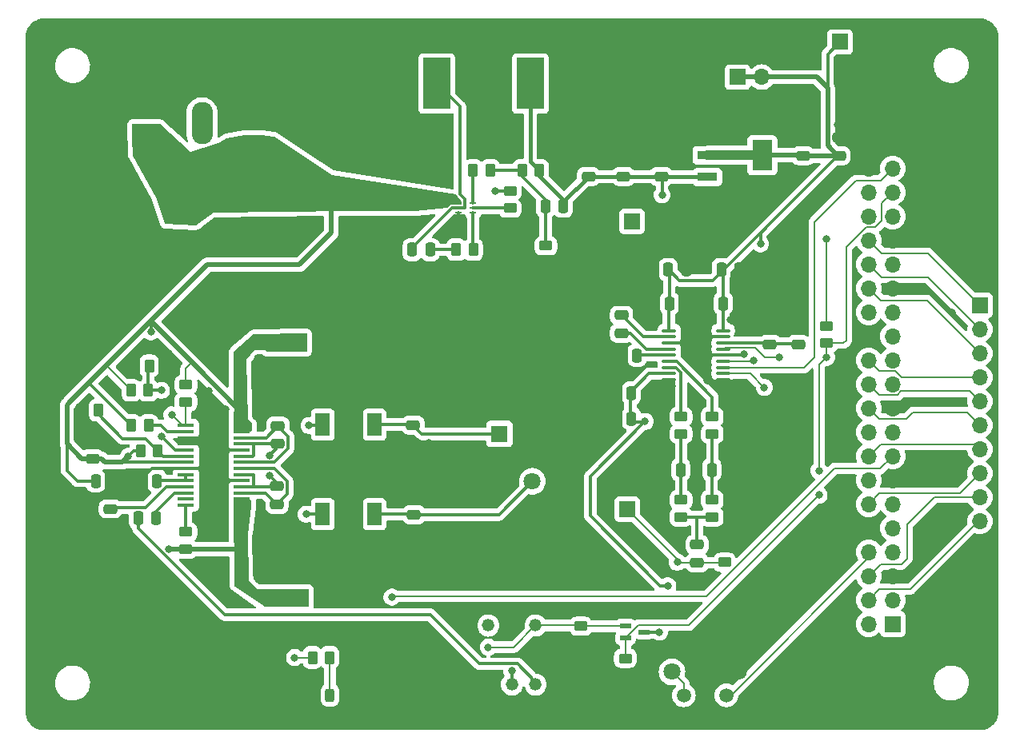
<source format=gbr>
%TF.GenerationSoftware,KiCad,Pcbnew,7.0.5*%
%TF.CreationDate,2024-08-13T10:45:48+03:00*%
%TF.ProjectId,Ateja_V4.1,4174656a-615f-4563-942e-312e6b696361,rev?*%
%TF.SameCoordinates,Original*%
%TF.FileFunction,Copper,L1,Top*%
%TF.FilePolarity,Positive*%
%FSLAX46Y46*%
G04 Gerber Fmt 4.6, Leading zero omitted, Abs format (unit mm)*
G04 Created by KiCad (PCBNEW 7.0.5) date 2024-08-13 10:45:48*
%MOMM*%
%LPD*%
G01*
G04 APERTURE LIST*
G04 Aperture macros list*
%AMRoundRect*
0 Rectangle with rounded corners*
0 $1 Rounding radius*
0 $2 $3 $4 $5 $6 $7 $8 $9 X,Y pos of 4 corners*
0 Add a 4 corners polygon primitive as box body*
4,1,4,$2,$3,$4,$5,$6,$7,$8,$9,$2,$3,0*
0 Add four circle primitives for the rounded corners*
1,1,$1+$1,$2,$3*
1,1,$1+$1,$4,$5*
1,1,$1+$1,$6,$7*
1,1,$1+$1,$8,$9*
0 Add four rect primitives between the rounded corners*
20,1,$1+$1,$2,$3,$4,$5,0*
20,1,$1+$1,$4,$5,$6,$7,0*
20,1,$1+$1,$6,$7,$8,$9,0*
20,1,$1+$1,$8,$9,$2,$3,0*%
G04 Aperture macros list end*
%TA.AperFunction,ComponentPad*%
%ADD10C,1.498600*%
%TD*%
%TA.AperFunction,ComponentPad*%
%ADD11C,1.803400*%
%TD*%
%TA.AperFunction,ComponentPad*%
%ADD12R,1.700000X1.700000*%
%TD*%
%TA.AperFunction,ComponentPad*%
%ADD13O,1.700000X1.700000*%
%TD*%
%TA.AperFunction,SMDPad,CuDef*%
%ADD14RoundRect,0.250000X0.250000X0.475000X-0.250000X0.475000X-0.250000X-0.475000X0.250000X-0.475000X0*%
%TD*%
%TA.AperFunction,SMDPad,CuDef*%
%ADD15RoundRect,0.250000X0.262500X0.450000X-0.262500X0.450000X-0.262500X-0.450000X0.262500X-0.450000X0*%
%TD*%
%TA.AperFunction,SMDPad,CuDef*%
%ADD16RoundRect,0.250000X0.475000X-0.250000X0.475000X0.250000X-0.475000X0.250000X-0.475000X-0.250000X0*%
%TD*%
%TA.AperFunction,SMDPad,CuDef*%
%ADD17RoundRect,0.250000X0.450000X-0.262500X0.450000X0.262500X-0.450000X0.262500X-0.450000X-0.262500X0*%
%TD*%
%TA.AperFunction,SMDPad,CuDef*%
%ADD18RoundRect,0.250000X-0.475000X0.250000X-0.475000X-0.250000X0.475000X-0.250000X0.475000X0.250000X0*%
%TD*%
%TA.AperFunction,SMDPad,CuDef*%
%ADD19R,2.400000X6.170001*%
%TD*%
%TA.AperFunction,SMDPad,CuDef*%
%ADD20R,1.778000X0.355600*%
%TD*%
%TA.AperFunction,SMDPad,CuDef*%
%ADD21RoundRect,0.250000X-0.250000X-0.475000X0.250000X-0.475000X0.250000X0.475000X-0.250000X0.475000X0*%
%TD*%
%TA.AperFunction,SMDPad,CuDef*%
%ADD22RoundRect,0.250000X-0.450000X0.262500X-0.450000X-0.262500X0.450000X-0.262500X0.450000X0.262500X0*%
%TD*%
%TA.AperFunction,ComponentPad*%
%ADD23C,1.320800*%
%TD*%
%TA.AperFunction,ComponentPad*%
%ADD24R,1.600000X1.600000*%
%TD*%
%TA.AperFunction,ComponentPad*%
%ADD25C,1.600000*%
%TD*%
%TA.AperFunction,SMDPad,CuDef*%
%ADD26R,1.500000X2.400000*%
%TD*%
%TA.AperFunction,ComponentPad*%
%ADD27O,5.000000X2.500000*%
%TD*%
%TA.AperFunction,ComponentPad*%
%ADD28O,4.500000X2.250000*%
%TD*%
%TA.AperFunction,ComponentPad*%
%ADD29O,2.250000X4.500000*%
%TD*%
%TA.AperFunction,SMDPad,CuDef*%
%ADD30RoundRect,0.030000X-0.545000X-0.220000X0.545000X-0.220000X0.545000X0.220000X-0.545000X0.220000X0*%
%TD*%
%TA.AperFunction,SMDPad,CuDef*%
%ADD31R,2.150000X0.950000*%
%TD*%
%TA.AperFunction,SMDPad,CuDef*%
%ADD32R,2.150000X3.250000*%
%TD*%
%TA.AperFunction,SMDPad,CuDef*%
%ADD33RoundRect,0.100000X-0.637500X-0.100000X0.637500X-0.100000X0.637500X0.100000X-0.637500X0.100000X0*%
%TD*%
%TA.AperFunction,SMDPad,CuDef*%
%ADD34RoundRect,0.250000X-0.262500X-0.450000X0.262500X-0.450000X0.262500X0.450000X-0.262500X0.450000X0*%
%TD*%
%TA.AperFunction,SMDPad,CuDef*%
%ADD35R,0.711200X0.228600*%
%TD*%
%TA.AperFunction,ComponentPad*%
%ADD36R,1.800000X1.800000*%
%TD*%
%TA.AperFunction,ComponentPad*%
%ADD37C,1.800000*%
%TD*%
%TA.AperFunction,SMDPad,CuDef*%
%ADD38R,2.900000X5.400000*%
%TD*%
%TA.AperFunction,SMDPad,CuDef*%
%ADD39RoundRect,0.243750X-0.243750X-0.456250X0.243750X-0.456250X0.243750X0.456250X-0.243750X0.456250X0*%
%TD*%
%TA.AperFunction,ViaPad*%
%ADD40C,0.800000*%
%TD*%
%TA.AperFunction,Conductor*%
%ADD41C,0.500000*%
%TD*%
%TA.AperFunction,Conductor*%
%ADD42C,0.300000*%
%TD*%
%TA.AperFunction,Conductor*%
%ADD43C,0.200000*%
%TD*%
%TA.AperFunction,Conductor*%
%ADD44C,1.500000*%
%TD*%
%TA.AperFunction,Conductor*%
%ADD45C,0.400000*%
%TD*%
%TA.AperFunction,Conductor*%
%ADD46C,1.000000*%
%TD*%
G04 APERTURE END LIST*
D10*
%TO.P,SW1,1,1*%
%TO.N,Net-(SW1-Pad1)*%
X84699999Y-85307949D03*
%TO.P,SW1,2,2*%
%TO.N,/POWER_OFF*%
X89200000Y-85307949D03*
D11*
%TO.P,SW1,3,3*%
%TO.N,Net-(SW1-Pad1)*%
X83444999Y-82817650D03*
%TO.P,SW1,4,4*%
%TO.N,GND*%
X90455000Y-82817650D03*
%TD*%
D12*
%TO.P,J11,1,Pin_1*%
%TO.N,GND*%
X78600000Y-19850000D03*
D13*
%TO.P,J11,2,Pin_2*%
X81140000Y-19850000D03*
%TD*%
D12*
%TO.P,J10,1,Pin_1*%
%TO.N,/3V3*%
X90400000Y-19825000D03*
D13*
%TO.P,J10,2,Pin_2*%
X92940000Y-19825000D03*
%TD*%
D14*
%TO.P,C22,1*%
%TO.N,GND*%
X89550000Y-61400000D03*
%TO.P,C22,2*%
%TO.N,Net-(C22-Pad2)*%
X87650000Y-61400000D03*
%TD*%
%TO.P,C20,1*%
%TO.N,Net-(U3-VNEG)*%
X79750000Y-49300000D03*
%TO.P,C20,2*%
%TO.N,GND*%
X77850000Y-49300000D03*
%TD*%
D12*
%TO.P,J6,1,Pin_1*%
%TO.N,/5V*%
X79200000Y-35100000D03*
%TD*%
D15*
%TO.P,R3,1*%
%TO.N,Net-(U1-BST)*%
X62412500Y-38100000D03*
%TO.P,R3,2*%
%TO.N,Net-(C6-Pad2)*%
X60587500Y-38100000D03*
%TD*%
D16*
%TO.P,C33,1*%
%TO.N,GND*%
X56025000Y-58575000D03*
%TO.P,C33,2*%
%TO.N,Net-(C33-Pad2)*%
X56025000Y-56675000D03*
%TD*%
D14*
%TO.P,C36,1*%
%TO.N,Net-(U4-INP)*%
X28850000Y-66500000D03*
%TO.P,C36,2*%
%TO.N,/INP*%
X26950000Y-66500000D03*
%TD*%
D17*
%TO.P,R4,1*%
%TO.N,GND*%
X70100000Y-39512500D03*
%TO.P,R4,2*%
%TO.N,Net-(C8-Pad1)*%
X70100000Y-37687500D03*
%TD*%
D18*
%TO.P,C24,2*%
%TO.N,VCC*%
X22100000Y-60250000D03*
%TO.P,C24,1*%
%TO.N,GND*%
X22100000Y-58350000D03*
%TD*%
D12*
%TO.P,J1,1,Pin_1*%
%TO.N,/5V*%
X106800000Y-77760000D03*
D13*
%TO.P,J1,2,Pin_2*%
%TO.N,unconnected-(J1-Pin_2-Pad2)*%
X104260000Y-77760000D03*
%TO.P,J1,3,Pin_3*%
%TO.N,/5V*%
X106800000Y-75220000D03*
%TO.P,J1,4,Pin_4*%
%TO.N,/GPIO_2*%
X104260000Y-75220000D03*
%TO.P,J1,5,Pin_5*%
%TO.N,GND*%
X106800000Y-72680000D03*
%TO.P,J1,6,Pin_6*%
%TO.N,/GPIO_3*%
X104260000Y-72680000D03*
%TO.P,J1,7,Pin_7*%
%TO.N,unconnected-(J1-Pin_7-Pad7)*%
X106800000Y-70140000D03*
%TO.P,J1,8,Pin_8*%
%TO.N,/POWER_OFF*%
X104260000Y-70140000D03*
%TO.P,J1,9,Pin_9*%
%TO.N,unconnected-(J1-Pin_9-Pad9)*%
X106800000Y-67600000D03*
%TO.P,J1,10,Pin_10*%
%TO.N,GND*%
X104260000Y-67600000D03*
%TO.P,J1,11,Pin_11*%
%TO.N,/BCK*%
X106800000Y-65060000D03*
%TO.P,J1,12,Pin_12*%
%TO.N,/GPIO_17*%
X104260000Y-65060000D03*
%TO.P,J1,13,Pin_13*%
%TO.N,GND*%
X106800000Y-62520000D03*
%TO.P,J1,14,Pin_14*%
%TO.N,unconnected-(J1-Pin_14-Pad14)*%
X104260000Y-62520000D03*
%TO.P,J1,15,Pin_15*%
%TO.N,/LED_ACTIVE*%
X106800000Y-59980000D03*
%TO.P,J1,16,Pin_16*%
%TO.N,/GPIO_22*%
X104260000Y-59980000D03*
%TO.P,J1,17,Pin_17*%
%TO.N,unconnected-(J1-Pin_17-Pad17)*%
X106800000Y-57440000D03*
%TO.P,J1,18,Pin_18*%
%TO.N,unconnected-(J1-Pin_18-Pad18)*%
X104260000Y-57440000D03*
%TO.P,J1,19,Pin_19*%
%TO.N,GND*%
X106800000Y-54900000D03*
%TO.P,J1,20,Pin_20*%
%TO.N,/GPIO_10*%
X104260000Y-54900000D03*
%TO.P,J1,21,Pin_21*%
%TO.N,unconnected-(J1-Pin_21-Pad21)*%
X106800000Y-52360000D03*
%TO.P,J1,22,Pin_22*%
%TO.N,/GPIO_9*%
X104260000Y-52360000D03*
%TO.P,J1,23,Pin_23*%
%TO.N,unconnected-(J1-Pin_23-Pad23)*%
X106800000Y-49820000D03*
%TO.P,J1,24,Pin_24*%
%TO.N,/GPIO_11*%
X104260000Y-49820000D03*
%TO.P,J1,25,Pin_25*%
%TO.N,unconnected-(J1-Pin_25-Pad25)*%
X106800000Y-47280000D03*
%TO.P,J1,26,Pin_26*%
%TO.N,GND*%
X104260000Y-47280000D03*
%TO.P,J1,27,Pin_27*%
%TO.N,unconnected-(J1-Pin_27-Pad27)*%
X106800000Y-44740000D03*
%TO.P,J1,28,Pin_28*%
%TO.N,unconnected-(J1-Pin_28-Pad28)*%
X104260000Y-44740000D03*
%TO.P,J1,29,Pin_29*%
%TO.N,GND*%
X106800000Y-42200000D03*
%TO.P,J1,30,Pin_30*%
%TO.N,/GPIO_5*%
X104260000Y-42200000D03*
%TO.P,J1,31,Pin_31*%
%TO.N,unconnected-(J1-Pin_31-Pad31)*%
X106800000Y-39660000D03*
%TO.P,J1,32,Pin_32*%
%TO.N,/GPIO_6*%
X104260000Y-39660000D03*
%TO.P,J1,33,Pin_33*%
%TO.N,GND*%
X106800000Y-37120000D03*
%TO.P,J1,34,Pin_34*%
%TO.N,/GPIO_13*%
X104260000Y-37120000D03*
%TO.P,J1,35,Pin_35*%
%TO.N,unconnected-(J1-Pin_35-Pad35)*%
X106800000Y-34580000D03*
%TO.P,J1,36,Pin_36*%
%TO.N,/LRCK*%
X104260000Y-34580000D03*
%TO.P,J1,37,Pin_37*%
%TO.N,/MUTE_LOW*%
X106800000Y-32040000D03*
%TO.P,J1,38,Pin_38*%
%TO.N,unconnected-(J1-Pin_38-Pad38)*%
X104260000Y-32040000D03*
%TO.P,J1,39,Pin_39*%
%TO.N,/DIN*%
X106800000Y-29500000D03*
%TO.P,J1,40,Pin_40*%
%TO.N,GND*%
X104260000Y-29500000D03*
%TD*%
D16*
%TO.P,C10,1*%
%TO.N,/5V*%
X74600000Y-30350000D03*
%TO.P,C10,2*%
%TO.N,GND*%
X74600000Y-28450000D03*
%TD*%
D15*
%TO.P,R19,1*%
%TO.N,Net-(D1-A)*%
X47212500Y-81300000D03*
%TO.P,R19,2*%
%TO.N,/LED_ACTIVE*%
X45387500Y-81300000D03*
%TD*%
D19*
%TO.P,U4,29,EPAD*%
%TO.N,GND*%
X34953200Y-60950074D03*
D20*
%TO.P,U4,28,PVCC*%
%TO.N,VCC*%
X37925000Y-56725000D03*
%TO.P,U4,27,PVCC*%
X37925000Y-57375011D03*
%TO.P,U4,26,BSN*%
%TO.N,Net-(C31-Pad1)*%
X37925000Y-58025023D03*
%TO.P,U4,25,OUTN*%
%TO.N,Net-(C31-Pad2)*%
X37925000Y-58675034D03*
%TO.P,U4,24,PGND*%
%TO.N,GND*%
X37925000Y-59325046D03*
%TO.P,U4,23,OUTN*%
%TO.N,Net-(C31-Pad2)*%
X37925000Y-59975057D03*
%TO.P,U4,22,BSN*%
%TO.N,Net-(C31-Pad1)*%
X37925000Y-60625068D03*
%TO.P,U4,21,BSP*%
%TO.N,Net-(C32-Pad1)*%
X37925000Y-61275080D03*
%TO.P,U4,20,OUTP*%
%TO.N,Net-(C32-Pad2)*%
X37925000Y-61925091D03*
%TO.P,U4,19,PGND*%
%TO.N,GND*%
X37925000Y-62575102D03*
%TO.P,U4,18,OUTP*%
%TO.N,Net-(C32-Pad2)*%
X37925000Y-63225114D03*
%TO.P,U4,17,BSP*%
%TO.N,Net-(C32-Pad1)*%
X37925000Y-63875125D03*
%TO.P,U4,16,PVCC*%
%TO.N,VCC*%
X37925000Y-64525137D03*
%TO.P,U4,15,PVCC*%
X37925000Y-65175148D03*
%TO.P,U4,14,AVCC*%
%TO.N,Net-(R11-Pad1)*%
X31981400Y-65175148D03*
%TO.P,U4,13,NC*%
%TO.N,unconnected-(U4-NC-Pad13)*%
X31981400Y-64525137D03*
%TO.P,U4,12,INP*%
%TO.N,Net-(U4-INP)*%
X31981400Y-63875125D03*
%TO.P,U4,11,INN*%
%TO.N,Net-(U4-INN)*%
X31981400Y-63225114D03*
%TO.P,U4,10,PLIMIT*%
%TO.N,Net-(U4-GVDD)*%
X31981400Y-62575102D03*
%TO.P,U4,9,GVDD*%
X31981400Y-61925091D03*
%TO.P,U4,8,AGND*%
%TO.N,GND*%
X31981400Y-61275080D03*
%TO.P,U4,7,AVCC*%
%TO.N,VCC*%
X31981400Y-60625068D03*
%TO.P,U4,6,GAIN1*%
%TO.N,Net-(U4-GAIN1)*%
X31981400Y-59975057D03*
%TO.P,U4,5,GAIN0*%
%TO.N,Net-(U4-GAIN0)*%
X31981400Y-59325046D03*
%TO.P,U4,4,GND*%
%TO.N,GND*%
X31981400Y-58675034D03*
%TO.P,U4,3,GND*%
X31981400Y-58025023D03*
%TO.P,U4,2,\u002AFAULT*%
%TO.N,Net-(U4-\u002AFAULT)*%
X31981400Y-57375011D03*
%TO.P,U4,1,\u002ASD*%
%TO.N,/AMP_SD*%
X31981400Y-56725000D03*
%TD*%
D16*
%TO.P,C4,1*%
%TO.N,/3V3*%
X97300000Y-28150000D03*
%TO.P,C4,2*%
%TO.N,GND*%
X97300000Y-26250000D03*
%TD*%
D12*
%TO.P,J5,1,Pin_1*%
%TO.N,/GPIO_13*%
X116025000Y-44000000D03*
D13*
%TO.P,J5,2,Pin_2*%
%TO.N,/GPIO_6*%
X116025000Y-46540000D03*
%TO.P,J5,3,Pin_3*%
%TO.N,/GPIO_5*%
X116025000Y-49080000D03*
%TO.P,J5,4,Pin_4*%
%TO.N,/GPIO_11*%
X116025000Y-51620000D03*
%TO.P,J5,5,Pin_5*%
%TO.N,/GPIO_9*%
X116025000Y-54160000D03*
%TO.P,J5,6,Pin_6*%
%TO.N,/GPIO_10*%
X116025000Y-56700000D03*
%TO.P,J5,7,Pin_7*%
%TO.N,/GPIO_22*%
X116025000Y-59240000D03*
%TO.P,J5,8,Pin_8*%
%TO.N,/GPIO_17*%
X116025000Y-61780000D03*
%TO.P,J5,9,Pin_9*%
%TO.N,/GPIO_3*%
X116025000Y-64320000D03*
%TO.P,J5,10,Pin_10*%
%TO.N,/GPIO_2*%
X116025000Y-66860000D03*
%TD*%
D21*
%TO.P,C37,1*%
%TO.N,GND*%
X27050000Y-62600000D03*
%TO.P,C37,2*%
%TO.N,Net-(U4-GVDD)*%
X28950000Y-62600000D03*
%TD*%
D18*
%TO.P,C2,1*%
%TO.N,VCC*%
X55900000Y-33250000D03*
%TO.P,C2,2*%
%TO.N,GND*%
X55900000Y-35150000D03*
%TD*%
D15*
%TO.P,R14,1*%
%TO.N,Net-(U4-GAIN1)*%
X29012500Y-59400000D03*
%TO.P,R14,2*%
%TO.N,VCC*%
X27187500Y-59400000D03*
%TD*%
D22*
%TO.P,R11,2*%
%TO.N,VCC*%
X32000000Y-69812500D03*
%TO.P,R11,1*%
%TO.N,Net-(R11-Pad1)*%
X32000000Y-67987500D03*
%TD*%
D21*
%TO.P,C27,1*%
%TO.N,VCC*%
X37875000Y-53625000D03*
%TO.P,C27,2*%
%TO.N,GND*%
X39775000Y-53625000D03*
%TD*%
D12*
%TO.P,J7,1,Pin_1*%
%TO.N,VCC*%
X31700000Y-33200000D03*
%TD*%
D18*
%TO.P,C7,1*%
%TO.N,VCC*%
X38400000Y-33250000D03*
%TO.P,C7,2*%
%TO.N,GND*%
X38400000Y-35150000D03*
%TD*%
D21*
%TO.P,C26,1*%
%TO.N,VCC*%
X37875000Y-49925000D03*
%TO.P,C26,2*%
%TO.N,GND*%
X39775000Y-49925000D03*
%TD*%
D17*
%TO.P,R9,1*%
%TO.N,Net-(C39-Pad1)*%
X84400000Y-66412500D03*
%TO.P,R9,2*%
%TO.N,Net-(C21-Pad1)*%
X84400000Y-64587500D03*
%TD*%
D21*
%TO.P,C38,2*%
%TO.N,GND*%
X24350000Y-62600000D03*
%TO.P,C38,1*%
%TO.N,VCC*%
X22450000Y-62600000D03*
%TD*%
D17*
%TO.P,R7,1*%
%TO.N,Net-(C21-Pad1)*%
X84400000Y-57612500D03*
%TO.P,R7,2*%
%TO.N,Net-(U3-OUTR)*%
X84400000Y-55787500D03*
%TD*%
%TO.P,R21,1*%
%TO.N,GND*%
X78500000Y-83212500D03*
%TO.P,R21,2*%
%TO.N,/MUTE_LOW*%
X78500000Y-81387500D03*
%TD*%
D23*
%TO.P,U5,1,1*%
%TO.N,GND*%
X64000000Y-84157600D03*
%TO.P,U5,2,2*%
%TO.N,Net-(J9-Pin_1)*%
X66500000Y-84157600D03*
%TO.P,U5,3,3*%
%TO.N,/INP*%
X69000000Y-84157600D03*
%TO.P,U5,4,4*%
%TO.N,VCC*%
X64000000Y-77907601D03*
%TO.P,U5,6,6*%
%TO.N,/AMP_SD*%
X69000000Y-77907601D03*
%TD*%
D16*
%TO.P,C14,1*%
%TO.N,Net-(U3-LDOO)*%
X96800000Y-48150000D03*
%TO.P,C14,2*%
%TO.N,GND*%
X96800000Y-46250000D03*
%TD*%
D14*
%TO.P,C21,1*%
%TO.N,Net-(C21-Pad1)*%
X84350000Y-61400000D03*
%TO.P,C21,2*%
%TO.N,GND*%
X82450000Y-61400000D03*
%TD*%
D21*
%TO.P,C30,1*%
%TO.N,VCC*%
X37975000Y-69125000D03*
%TO.P,C30,2*%
%TO.N,GND*%
X39875000Y-69125000D03*
%TD*%
D12*
%TO.P,J9,1,Pin_1*%
%TO.N,Net-(J9-Pin_1)*%
X78700000Y-65600000D03*
%TD*%
D24*
%TO.P,C40,1*%
%TO.N,VCC*%
X27300000Y-26200000D03*
D25*
%TO.P,C40,2*%
%TO.N,GND*%
X24800000Y-26200000D03*
%TD*%
D26*
%TO.P,L3,1,1*%
%TO.N,Net-(C32-Pad2)*%
X46475000Y-66125000D03*
%TO.P,L3,2,2*%
%TO.N,Net-(C34-Pad1)*%
X51975000Y-66125000D03*
%TD*%
D15*
%TO.P,R13,1*%
%TO.N,Net-(U4-GAIN0)*%
X28012500Y-53000000D03*
%TO.P,R13,2*%
%TO.N,VCC*%
X26187500Y-53000000D03*
%TD*%
D17*
%TO.P,R6,1*%
%TO.N,Net-(C22-Pad2)*%
X87700000Y-57612500D03*
%TO.P,R6,2*%
%TO.N,Net-(U3-OUTL)*%
X87700000Y-55787500D03*
%TD*%
D14*
%TO.P,C5,1*%
%TO.N,/3V3*%
X79150000Y-53300000D03*
%TO.P,C5,2*%
%TO.N,GND*%
X77250000Y-53300000D03*
%TD*%
D27*
%TO.P,J3,1*%
%TO.N,VCC*%
X38400000Y-27700000D03*
D28*
%TO.P,J3,2*%
%TO.N,GND*%
X38400000Y-21700000D03*
D29*
%TO.P,J3,3*%
%TO.N,unconnected-(J3-Pad3)*%
X33700000Y-24700000D03*
%TD*%
D22*
%TO.P,R20,1*%
%TO.N,/3V3*%
X99800000Y-46187500D03*
%TO.P,R20,2*%
%TO.N,/MUTE_LOW*%
X99800000Y-48012500D03*
%TD*%
D24*
%TO.P,C25,1*%
%TO.N,VCC*%
X43925000Y-47925000D03*
D25*
%TO.P,C25,2*%
%TO.N,GND*%
X46425000Y-47925000D03*
%TD*%
D16*
%TO.P,C11,1*%
%TO.N,/5V*%
X82300000Y-30350000D03*
%TO.P,C11,2*%
%TO.N,GND*%
X82300000Y-28450000D03*
%TD*%
D21*
%TO.P,C18,1*%
%TO.N,/3V3*%
X83050000Y-40200000D03*
%TO.P,C18,2*%
%TO.N,GND*%
X84950000Y-40200000D03*
%TD*%
D30*
%TO.P,Q1,1*%
%TO.N,/AMP_SD*%
X78520000Y-77950000D03*
%TO.P,Q1,2*%
%TO.N,/MUTE_LOW*%
X78520000Y-79250000D03*
%TO.P,Q1,3*%
%TO.N,/3V3*%
X80480000Y-78600000D03*
%TD*%
D31*
%TO.P,U2,1,ADJ/GND*%
%TO.N,GND*%
X87200000Y-25800000D03*
%TO.P,U2,2,OUT*%
%TO.N,/3V3*%
X87200000Y-28100000D03*
%TO.P,U2,3,IN*%
%TO.N,/5V*%
X87200000Y-30400000D03*
D32*
%TO.P,U2,4,OUT*%
%TO.N,/3V3*%
X93000000Y-28100000D03*
%TD*%
D33*
%TO.P,U3,1,CPVDD*%
%TO.N,/3V3*%
X83137500Y-46675000D03*
%TO.P,U3,2,CAPP*%
%TO.N,Net-(U3-CAPP)*%
X83137500Y-47325000D03*
%TO.P,U3,3,CPGND*%
%TO.N,GND*%
X83137500Y-47975000D03*
%TO.P,U3,4,CAPM*%
%TO.N,Net-(U3-CAPM)*%
X83137500Y-48625000D03*
%TO.P,U3,5,VNEG*%
%TO.N,Net-(U3-VNEG)*%
X83137500Y-49275000D03*
%TO.P,U3,6,OUTL*%
%TO.N,Net-(U3-OUTL)*%
X83137500Y-49925000D03*
%TO.P,U3,7,OUTR*%
%TO.N,Net-(U3-OUTR)*%
X83137500Y-50575000D03*
%TO.P,U3,8,AVDD*%
%TO.N,/3V3*%
X83137500Y-51225000D03*
%TO.P,U3,9,AGND*%
%TO.N,GND*%
X83137500Y-51875000D03*
%TO.P,U3,10,DEMP*%
X83137500Y-52525000D03*
%TO.P,U3,11,FLT*%
X88862500Y-52525000D03*
%TO.P,U3,12,SCK*%
X88862500Y-51875000D03*
%TO.P,U3,13,BCK*%
%TO.N,/BCK*%
X88862500Y-51225000D03*
%TO.P,U3,14,DIN*%
%TO.N,/DIN*%
X88862500Y-50575000D03*
%TO.P,U3,15,LRCK*%
%TO.N,/LRCK*%
X88862500Y-49925000D03*
%TO.P,U3,16,FMT*%
%TO.N,GND*%
X88862500Y-49275000D03*
%TO.P,U3,17,XSMT*%
%TO.N,/MUTE_LOW*%
X88862500Y-48625000D03*
%TO.P,U3,18,LDOO*%
%TO.N,Net-(U3-LDOO)*%
X88862500Y-47975000D03*
%TO.P,U3,19,DGND*%
%TO.N,GND*%
X88862500Y-47325000D03*
%TO.P,U3,20,DVDD*%
%TO.N,/3V3*%
X88862500Y-46675000D03*
%TD*%
D21*
%TO.P,C29,1*%
%TO.N,VCC*%
X37975000Y-72725000D03*
%TO.P,C29,2*%
%TO.N,GND*%
X39875000Y-72725000D03*
%TD*%
D18*
%TO.P,C23,1*%
%TO.N,VCC*%
X43500000Y-33250000D03*
%TO.P,C23,2*%
%TO.N,GND*%
X43500000Y-35150000D03*
%TD*%
D21*
%TO.P,C8,1*%
%TO.N,Net-(C8-Pad1)*%
X70050000Y-33500000D03*
%TO.P,C8,2*%
%TO.N,/5V*%
X71950000Y-33500000D03*
%TD*%
D16*
%TO.P,C12,1*%
%TO.N,Net-(U3-LDOO)*%
X93800000Y-48150000D03*
%TO.P,C12,2*%
%TO.N,GND*%
X93800000Y-46250000D03*
%TD*%
D15*
%TO.P,R10,1*%
%TO.N,Net-(U4-GAIN0)*%
X28112500Y-50400000D03*
%TO.P,R10,2*%
%TO.N,GND*%
X26287500Y-50400000D03*
%TD*%
D21*
%TO.P,C17,1*%
%TO.N,/3V3*%
X83150000Y-43800000D03*
%TO.P,C17,2*%
%TO.N,GND*%
X85050000Y-43800000D03*
%TD*%
%TO.P,C6,1*%
%TO.N,Net-(U1-SW)*%
X55950000Y-38100000D03*
%TO.P,C6,2*%
%TO.N,Net-(C6-Pad2)*%
X57850000Y-38100000D03*
%TD*%
D34*
%TO.P,R2,1*%
%TO.N,Net-(U1-FB)*%
X62387500Y-29700000D03*
%TO.P,R2,2*%
%TO.N,Net-(C8-Pad1)*%
X64212500Y-29700000D03*
%TD*%
D18*
%TO.P,C31,1*%
%TO.N,Net-(C31-Pad1)*%
X41725000Y-56775000D03*
%TO.P,C31,2*%
%TO.N,Net-(C31-Pad2)*%
X41725000Y-58675000D03*
%TD*%
D22*
%TO.P,R1,2*%
%TO.N,Net-(U1-EN)*%
X66300000Y-33712500D03*
%TO.P,R1,1*%
%TO.N,VCC*%
X66300000Y-31887500D03*
%TD*%
%TO.P,R17,1*%
%TO.N,GND*%
X89000000Y-69387500D03*
%TO.P,R17,2*%
%TO.N,Net-(J9-Pin_1)*%
X89000000Y-71212500D03*
%TD*%
D17*
%TO.P,R18,1*%
%TO.N,GND*%
X73800000Y-79812500D03*
%TO.P,R18,2*%
%TO.N,/AMP_SD*%
X73800000Y-77987500D03*
%TD*%
D24*
%TO.P,C28,1*%
%TO.N,VCC*%
X44125000Y-74925000D03*
D25*
%TO.P,C28,2*%
%TO.N,GND*%
X46625000Y-74925000D03*
%TD*%
D16*
%TO.P,C32,1*%
%TO.N,Net-(C32-Pad1)*%
X41625000Y-65075000D03*
%TO.P,C32,2*%
%TO.N,Net-(C32-Pad2)*%
X41625000Y-63175000D03*
%TD*%
%TO.P,C34,1*%
%TO.N,Net-(C34-Pad1)*%
X56125000Y-66175000D03*
%TO.P,C34,2*%
%TO.N,GND*%
X56125000Y-64275000D03*
%TD*%
D35*
%TO.P,U1,6,FB*%
%TO.N,Net-(U1-FB)*%
X62400100Y-33200001D03*
%TO.P,U1,5,EN*%
%TO.N,Net-(U1-EN)*%
X62400100Y-33700000D03*
%TO.P,U1,4,BST*%
%TO.N,Net-(U1-BST)*%
X62400100Y-34199999D03*
%TO.P,U1,3,GND*%
%TO.N,GND*%
X60799900Y-34199999D03*
%TO.P,U1,2,SW*%
%TO.N,Net-(U1-SW)*%
X60799900Y-33700000D03*
%TO.P,U1,1,VIN*%
%TO.N,VCC*%
X60799900Y-33200001D03*
%TD*%
D21*
%TO.P,C13,2*%
%TO.N,GND*%
X90750000Y-43800000D03*
%TO.P,C13,1*%
%TO.N,/3V3*%
X88850000Y-43800000D03*
%TD*%
D36*
%TO.P,J4,1,1*%
%TO.N,Net-(C33-Pad2)*%
X65162500Y-57625000D03*
D37*
%TO.P,J4,2,2*%
%TO.N,Net-(C34-Pad1)*%
X68662500Y-62625000D03*
%TD*%
D12*
%TO.P,J2,1,Pin_1*%
%TO.N,/3V3*%
X101200000Y-16100000D03*
%TD*%
D38*
%TO.P,L1,1,1*%
%TO.N,Net-(U1-SW)*%
X58550000Y-20500000D03*
%TO.P,L1,2,2*%
%TO.N,/5V*%
X68450000Y-20500000D03*
%TD*%
D26*
%TO.P,L2,1,1*%
%TO.N,Net-(C31-Pad2)*%
X46475000Y-56625000D03*
%TO.P,L2,2,2*%
%TO.N,Net-(C33-Pad2)*%
X51975000Y-56625000D03*
%TD*%
D12*
%TO.P,J8,1,Pin_1*%
%TO.N,GND*%
X50300000Y-27900000D03*
%TD*%
D16*
%TO.P,C9,1*%
%TO.N,/5V*%
X78300000Y-30350000D03*
%TO.P,C9,2*%
%TO.N,GND*%
X78300000Y-28450000D03*
%TD*%
%TO.P,C3,1*%
%TO.N,/3V3*%
X101100000Y-28150000D03*
%TO.P,C3,2*%
%TO.N,GND*%
X101100000Y-26250000D03*
%TD*%
D15*
%TO.P,R16,1*%
%TO.N,Net-(U4-GAIN1)*%
X22712500Y-55100000D03*
%TO.P,R16,2*%
%TO.N,GND*%
X20887500Y-55100000D03*
%TD*%
D39*
%TO.P,D1,1,K*%
%TO.N,GND*%
X45362500Y-85300000D03*
%TO.P,D1,2,A*%
%TO.N,Net-(D1-A)*%
X47237500Y-85300000D03*
%TD*%
D14*
%TO.P,C16,1*%
%TO.N,/3V3*%
X79150000Y-56000000D03*
%TO.P,C16,2*%
%TO.N,GND*%
X77250000Y-56000000D03*
%TD*%
D34*
%TO.P,R5,1*%
%TO.N,Net-(C8-Pad1)*%
X67587500Y-29700000D03*
%TO.P,R5,2*%
%TO.N,/5V*%
X69412500Y-29700000D03*
%TD*%
%TO.P,R12,1*%
%TO.N,VCC*%
X26212500Y-56725000D03*
%TO.P,R12,2*%
%TO.N,Net-(U4-\u002AFAULT)*%
X28037500Y-56725000D03*
%TD*%
D18*
%TO.P,C39,1*%
%TO.N,Net-(C39-Pad1)*%
X86100000Y-69350000D03*
%TO.P,C39,2*%
%TO.N,Net-(J9-Pin_1)*%
X86100000Y-71250000D03*
%TD*%
D17*
%TO.P,R8,1*%
%TO.N,Net-(C39-Pad1)*%
X87700000Y-66412500D03*
%TO.P,R8,2*%
%TO.N,Net-(C22-Pad2)*%
X87700000Y-64587500D03*
%TD*%
D18*
%TO.P,C19,1*%
%TO.N,Net-(U3-CAPP)*%
X78100000Y-45050000D03*
%TO.P,C19,2*%
%TO.N,Net-(U3-CAPM)*%
X78100000Y-46950000D03*
%TD*%
%TO.P,C35,1*%
%TO.N,Net-(U4-INN)*%
X24000000Y-65550000D03*
%TO.P,C35,2*%
%TO.N,GND*%
X24000000Y-67450000D03*
%TD*%
D21*
%TO.P,C15,2*%
%TO.N,GND*%
X90550000Y-40200000D03*
%TO.P,C15,1*%
%TO.N,/3V3*%
X88650000Y-40200000D03*
%TD*%
D22*
%TO.P,R22,1*%
%TO.N,VCC*%
X32000000Y-52387500D03*
%TO.P,R22,2*%
%TO.N,/AMP_SD*%
X32000000Y-54212500D03*
%TD*%
D18*
%TO.P,C1,1*%
%TO.N,VCC*%
X51200000Y-33250000D03*
%TO.P,C1,2*%
%TO.N,GND*%
X51200000Y-35150000D03*
%TD*%
D40*
%TO.N,VCC*%
X28300000Y-46800000D03*
X25900000Y-60000000D03*
X30200000Y-69800000D03*
X58400000Y-33200001D03*
X64700000Y-31900000D03*
%TO.N,GND*%
X113100000Y-44800000D03*
X24300000Y-64100000D03*
X75600000Y-68700000D03*
X71900000Y-39500000D03*
X32000000Y-38800000D03*
X84900000Y-48000000D03*
X58000000Y-64300000D03*
X35400000Y-63200000D03*
X86600000Y-43800000D03*
X77200000Y-32400000D03*
X45600000Y-42000000D03*
X41100000Y-19700000D03*
X72800000Y-69700000D03*
X24000000Y-68900000D03*
X101100000Y-63400000D03*
X60300000Y-35300000D03*
X49600000Y-37600000D03*
X36700000Y-75300000D03*
X34300000Y-59500000D03*
X35500000Y-60900000D03*
X101000000Y-24900000D03*
X38900000Y-19400000D03*
X40700000Y-37700000D03*
X49900000Y-81500000D03*
X35000000Y-18300000D03*
X110100000Y-54200000D03*
X34900000Y-16600000D03*
X75800000Y-51700000D03*
X113300000Y-62200000D03*
X41400000Y-42000000D03*
X34300000Y-61800000D03*
X41600000Y-15100000D03*
X40100000Y-16500000D03*
X89400000Y-32400000D03*
X108100000Y-25400000D03*
X43500000Y-36800000D03*
X38400000Y-36800000D03*
X96800000Y-59500000D03*
X72700000Y-28500000D03*
X57700000Y-58600000D03*
X91100000Y-49200000D03*
X86200000Y-59900000D03*
X80500000Y-28400000D03*
X86900000Y-78100000D03*
X111300000Y-31500000D03*
X113100000Y-39000000D03*
X42800000Y-44300000D03*
X75000000Y-33300000D03*
X93600000Y-43400000D03*
X41400000Y-23000000D03*
X39200000Y-17800000D03*
X85700000Y-32700000D03*
X82400000Y-59600000D03*
X86600000Y-40300000D03*
X111400000Y-73100000D03*
X98700000Y-78900000D03*
X34300000Y-60700000D03*
X27400000Y-43200000D03*
X34400000Y-62900000D03*
X115900000Y-39800000D03*
X35500000Y-62200000D03*
X95500000Y-52900000D03*
X93300000Y-31900000D03*
X86000000Y-54200000D03*
X41200000Y-49900000D03*
X36600000Y-19400000D03*
X36600000Y-78200000D03*
X110200000Y-42300000D03*
X54300000Y-78400000D03*
X96200000Y-69100000D03*
X35500000Y-58500000D03*
X97300000Y-55000000D03*
X48400000Y-39200000D03*
X89599500Y-45500000D03*
X87200000Y-52000000D03*
X23400000Y-47800000D03*
X100800000Y-76800000D03*
X37700000Y-16100000D03*
X87200000Y-47400000D03*
X34000000Y-43800000D03*
X37000000Y-17800000D03*
X93600000Y-38900000D03*
X41500000Y-21500000D03*
X34300000Y-58500000D03*
X49300000Y-47900000D03*
X51200000Y-36700000D03*
X76300000Y-49300000D03*
X96700000Y-44600000D03*
X86200000Y-48500000D03*
X93100000Y-66400000D03*
X41300000Y-69200000D03*
X112800000Y-66300000D03*
X110200000Y-69400000D03*
X76400000Y-28500000D03*
X114300000Y-40000000D03*
X35600000Y-14900000D03*
X113500000Y-54200000D03*
X87200000Y-24300000D03*
X35500000Y-59500000D03*
X92900000Y-84400000D03*
X41300000Y-72700000D03*
X89600000Y-59600000D03*
X34100000Y-49400000D03*
X114300000Y-70500000D03*
X27300000Y-64200000D03*
X20900000Y-57000000D03*
X35000000Y-20400000D03*
X26900000Y-48700000D03*
X39100000Y-14900000D03*
X54400000Y-36700000D03*
X86200000Y-63000000D03*
X75700000Y-55100000D03*
X41700000Y-17400000D03*
X97300000Y-24900000D03*
X36200000Y-55000000D03*
X91300000Y-53700000D03*
X34400000Y-53100000D03*
X100800000Y-57600000D03*
X101000000Y-30600000D03*
X85700000Y-79300000D03*
X90800000Y-42100000D03*
X110500000Y-62200000D03*
X30200000Y-49050000D03*
X97700000Y-34000000D03*
X41200000Y-53600000D03*
X96000000Y-81200000D03*
%TO.N,/5V*%
X82400000Y-32300000D03*
%TO.N,Net-(C31-Pad2)*%
X45025000Y-56725000D03*
X40825000Y-59875568D03*
%TO.N,Net-(C32-Pad2)*%
X40825000Y-62025000D03*
X44725000Y-66125000D03*
%TO.N,/BCK*%
X93200000Y-52700000D03*
%TO.N,/LRCK*%
X92100000Y-49800000D03*
%TO.N,Net-(U4-GAIN0)*%
X29400000Y-57900000D03*
X29400000Y-53000000D03*
%TO.N,/MUTE_LOW*%
X94800000Y-49500000D03*
X99000000Y-64100000D03*
X99000000Y-61500000D03*
X99800000Y-49500000D03*
%TO.N,/AMP_SD*%
X30500000Y-55600000D03*
X64000000Y-80200000D03*
%TO.N,Net-(J9-Pin_1)*%
X66500000Y-82707601D03*
X84000000Y-71200000D03*
%TO.N,/3V3*%
X92800000Y-37500000D03*
X99800000Y-37000000D03*
X82100000Y-78600000D03*
X80600000Y-56300000D03*
X83000000Y-73700000D03*
%TO.N,/LED_ACTIVE*%
X43500000Y-81300000D03*
X53800000Y-74900000D03*
%TD*%
D41*
%TO.N,/3V3*%
X92940000Y-19825000D02*
X98800000Y-19825000D01*
D42*
X99925000Y-20950000D02*
X99925000Y-17375000D01*
D41*
X99925000Y-27075000D02*
X99925000Y-20950000D01*
X98800000Y-19825000D02*
X99925000Y-20950000D01*
X90400000Y-19825000D02*
X92940000Y-19825000D01*
D42*
%TO.N,Net-(U1-SW)*%
X61505500Y-33664301D02*
X61469801Y-33700000D01*
X61000000Y-22950000D02*
X61000000Y-32230201D01*
X58550000Y-20500000D02*
X61000000Y-22950000D01*
X61000000Y-32230201D02*
X61505500Y-32735701D01*
X61505500Y-32735701D02*
X61505500Y-33664301D01*
X61469801Y-33700000D02*
X60129999Y-33700000D01*
%TO.N,VCC*%
X20500000Y-62600000D02*
X22450000Y-62600000D01*
X19400000Y-61500000D02*
X20500000Y-62600000D01*
X19400000Y-57000000D02*
X19400000Y-61500000D01*
D41*
X20989339Y-60250000D02*
X22100000Y-60250000D01*
X19400000Y-57000000D02*
X19400000Y-58660662D01*
X19693750Y-54256250D02*
X19693750Y-54243750D01*
X19693750Y-54243750D02*
X21568750Y-52368750D01*
X19400000Y-58660662D02*
X20989339Y-60250000D01*
X19400000Y-57000000D02*
X19400000Y-54550000D01*
X19400000Y-54550000D02*
X19693750Y-54256250D01*
D42*
X28300000Y-46800000D02*
X28300000Y-46068750D01*
D41*
X32650000Y-50050000D02*
X28318750Y-45718750D01*
D42*
X23425068Y-60625068D02*
X31981400Y-60625068D01*
D41*
X23425068Y-60625068D02*
X23050000Y-60250000D01*
X23050000Y-60250000D02*
X22100000Y-60250000D01*
X23425068Y-60625068D02*
X25274932Y-60625068D01*
X25274932Y-60625068D02*
X25900000Y-60000000D01*
D42*
X26212500Y-56725000D02*
X21856250Y-52368750D01*
X37925000Y-64525137D02*
X37925000Y-65175148D01*
D43*
X26187500Y-53000000D02*
X26187500Y-52987500D01*
D42*
X40175000Y-74925000D02*
X44125000Y-74925000D01*
D41*
X37925000Y-55325000D02*
X32650000Y-50050000D01*
D44*
X31750000Y-33250000D02*
X31700000Y-33200000D01*
D42*
X25900000Y-60000000D02*
X26500000Y-59400000D01*
D43*
X26187500Y-52987500D02*
X23568750Y-50368750D01*
D41*
X32000000Y-69812500D02*
X37287500Y-69812500D01*
D42*
X37925000Y-65175148D02*
X37925000Y-69075000D01*
D43*
X32000000Y-52387500D02*
X32000000Y-50700000D01*
D42*
X37925000Y-56725000D02*
X37925000Y-55325000D01*
X37975000Y-72725000D02*
X40175000Y-74925000D01*
X37925000Y-53675000D02*
X37925000Y-56725000D01*
D41*
X37287500Y-69812500D02*
X37975000Y-69125000D01*
D42*
X37925000Y-69075000D02*
X37975000Y-69125000D01*
X37975000Y-69125000D02*
X37975000Y-72725000D01*
D43*
X32000000Y-50700000D02*
X32650000Y-50050000D01*
D42*
X39875000Y-47925000D02*
X43925000Y-47925000D01*
D41*
X32000000Y-69812500D02*
X30212500Y-69812500D01*
D42*
X37875000Y-53625000D02*
X37925000Y-53675000D01*
D41*
X47400000Y-33250000D02*
X47400000Y-36300000D01*
X34237500Y-39700000D02*
X27968750Y-45968750D01*
D42*
X37875000Y-49925000D02*
X37875000Y-53625000D01*
X37925000Y-56725000D02*
X37925000Y-57375011D01*
D41*
X47400000Y-36300000D02*
X44000000Y-39700000D01*
D42*
X55949999Y-33200001D02*
X55900000Y-33250000D01*
X21856250Y-52368750D02*
X21568750Y-52368750D01*
D41*
X44000000Y-39700000D02*
X34237500Y-39700000D01*
X23568750Y-50368750D02*
X21568750Y-52368750D01*
D42*
X66300000Y-31887500D02*
X64712500Y-31887500D01*
X26500000Y-59400000D02*
X27187500Y-59400000D01*
D41*
X27968750Y-45968750D02*
X23568750Y-50368750D01*
D42*
X30212500Y-69812500D02*
X30200000Y-69800000D01*
X64712500Y-31887500D02*
X64700000Y-31900000D01*
X37875000Y-49925000D02*
X39875000Y-47925000D01*
%TO.N,GND*%
X90750000Y-42050000D02*
X90800000Y-42100000D01*
X56125000Y-64275000D02*
X57975000Y-64275000D01*
X88862500Y-47325000D02*
X87275000Y-47325000D01*
X78300000Y-28450000D02*
X76450000Y-28450000D01*
D41*
X55900000Y-35200000D02*
X54400000Y-36700000D01*
D42*
X31981400Y-58025023D02*
X33825023Y-58025023D01*
X33475034Y-58675034D02*
X34300000Y-59500000D01*
X36203126Y-62200000D02*
X35500000Y-62200000D01*
X71887500Y-39512500D02*
X71900000Y-39500000D01*
X82450000Y-61400000D02*
X82450000Y-59650000D01*
X77000000Y-56400000D02*
X75700000Y-55100000D01*
X87725000Y-52525000D02*
X87200000Y-52000000D01*
X80550000Y-28450000D02*
X80500000Y-28400000D01*
D41*
X51200000Y-35150000D02*
X51200000Y-36700000D01*
D42*
X24350000Y-64050000D02*
X24300000Y-64100000D01*
X90750000Y-43900000D02*
X90750000Y-44349500D01*
X83137500Y-47975000D02*
X84875000Y-47975000D01*
X57975000Y-64275000D02*
X58000000Y-64300000D01*
X77850000Y-49300000D02*
X76300000Y-49300000D01*
X41175000Y-53625000D02*
X41200000Y-53600000D01*
X46425000Y-47925000D02*
X49275000Y-47925000D01*
X24350000Y-62600000D02*
X27050000Y-62600000D01*
X77150000Y-56400000D02*
X77000000Y-56400000D01*
X33825023Y-58025023D02*
X34300000Y-58500000D01*
D41*
X38400000Y-35150000D02*
X38400000Y-36800000D01*
D42*
X101000000Y-24900000D02*
X101000000Y-26250000D01*
X60799900Y-34800100D02*
X60300000Y-35300000D01*
X77150000Y-53050000D02*
X75800000Y-51700000D01*
X31981400Y-61275080D02*
X32006320Y-61300000D01*
X31981400Y-61275080D02*
X28374920Y-61275080D01*
X39775000Y-49925000D02*
X41175000Y-49925000D01*
X76450000Y-28450000D02*
X76400000Y-28500000D01*
X39775000Y-53625000D02*
X41175000Y-53625000D01*
X89550000Y-61400000D02*
X89550000Y-59650000D01*
X28374920Y-61275080D02*
X27050000Y-62600000D01*
X35500000Y-60403274D02*
X35500000Y-60900000D01*
X84875000Y-47975000D02*
X84900000Y-48000000D01*
X36578228Y-59325046D02*
X35500000Y-60403274D01*
X88862500Y-49275000D02*
X86975000Y-49275000D01*
X77150000Y-53200000D02*
X77150000Y-53050000D01*
X34300000Y-61800000D02*
X34628194Y-61275080D01*
X49275000Y-47925000D02*
X49300000Y-47900000D01*
X85050000Y-40300000D02*
X86600000Y-40300000D01*
X87200000Y-25800000D02*
X87200000Y-24300000D01*
X86975000Y-49275000D02*
X86200000Y-48500000D01*
X85000000Y-43810000D02*
X86590000Y-43810000D01*
X41275000Y-72725000D02*
X41300000Y-72700000D01*
X36578228Y-62575102D02*
X36203126Y-62200000D01*
X31981400Y-58675034D02*
X33475034Y-58675034D01*
X41175000Y-49925000D02*
X41200000Y-49900000D01*
X97300000Y-24900000D02*
X97300000Y-26250000D01*
X57675000Y-58575000D02*
X57700000Y-58600000D01*
X35500000Y-62200000D02*
X35500000Y-61496874D01*
X88862500Y-52525000D02*
X87725000Y-52525000D01*
X89550000Y-59650000D02*
X89600000Y-59600000D01*
X33800000Y-61300000D02*
X34300000Y-61800000D01*
X91100000Y-49200000D02*
X91025000Y-49275000D01*
X39875000Y-72725000D02*
X41275000Y-72725000D01*
X91025000Y-49275000D02*
X88862500Y-49275000D01*
X82450000Y-59650000D02*
X82400000Y-59600000D01*
X60799900Y-34199999D02*
X60799900Y-34800100D01*
D41*
X43500000Y-35150000D02*
X43500000Y-36800000D01*
D42*
X74600000Y-28450000D02*
X72750000Y-28450000D01*
X82300000Y-28450000D02*
X80550000Y-28450000D01*
X39875000Y-69125000D02*
X41225000Y-69125000D01*
X41225000Y-69125000D02*
X41300000Y-69200000D01*
D41*
X55900000Y-35150000D02*
X55900000Y-35200000D01*
D42*
X70100000Y-39512500D02*
X71887500Y-39512500D01*
X87275000Y-47325000D02*
X87200000Y-47400000D01*
X72750000Y-28450000D02*
X72700000Y-28500000D01*
X56025000Y-58575000D02*
X57675000Y-58575000D01*
X37925000Y-62575102D02*
X36578228Y-62575102D01*
X32006320Y-61300000D02*
X33800000Y-61300000D01*
X37925000Y-59325046D02*
X36578228Y-59325046D01*
X86590000Y-43810000D02*
X86600000Y-43800000D01*
X90750000Y-44349500D02*
X89599500Y-45500000D01*
%TO.N,Net-(U1-SW)*%
X60129999Y-33700000D02*
X55950000Y-37879999D01*
X55950000Y-37879999D02*
X55950000Y-38100000D01*
X60799900Y-33700000D02*
X60129999Y-33700000D01*
%TO.N,Net-(C6-Pad2)*%
X57850000Y-38100000D02*
X60587500Y-38100000D01*
%TO.N,Net-(C8-Pad1)*%
X67587500Y-30387500D02*
X70050000Y-32850000D01*
X70050000Y-32850000D02*
X70050000Y-33500000D01*
X70050000Y-37637500D02*
X70100000Y-37687500D01*
X64212500Y-29700000D02*
X67587500Y-29700000D01*
X67587500Y-29700000D02*
X67587500Y-30387500D01*
X70050000Y-33500000D02*
X70050000Y-37637500D01*
%TO.N,/5V*%
X71950000Y-33500000D02*
X71950000Y-33000000D01*
D45*
X71950000Y-33000000D02*
X74600000Y-30350000D01*
D42*
X69412500Y-29700000D02*
X69412500Y-30312500D01*
D45*
X69412500Y-30312500D02*
X71950000Y-32850000D01*
X68450000Y-20500000D02*
X68450000Y-28737500D01*
X78300000Y-30350000D02*
X82300000Y-30350000D01*
X82350000Y-30400000D02*
X87200000Y-30400000D01*
X74600000Y-30350000D02*
X78300000Y-30350000D01*
D42*
X82400000Y-30450000D02*
X82300000Y-30350000D01*
X82300000Y-30350000D02*
X82350000Y-30400000D01*
X71950000Y-32850000D02*
X71950000Y-33500000D01*
X82400000Y-32300000D02*
X82400000Y-30450000D01*
D45*
X68450000Y-28737500D02*
X69412500Y-29700000D01*
D42*
%TO.N,Net-(U3-LDOO)*%
X88862500Y-47975000D02*
X93225000Y-47975000D01*
X97100000Y-48050000D02*
X93300000Y-48050000D01*
X93225000Y-47975000D02*
X93300000Y-48050000D01*
%TO.N,Net-(U3-CAPP)*%
X83137500Y-47325000D02*
X80375000Y-47325000D01*
X80375000Y-47325000D02*
X78100000Y-45050000D01*
%TO.N,Net-(U3-CAPM)*%
X83137500Y-48625000D02*
X80725000Y-48625000D01*
X79050000Y-46950000D02*
X78100000Y-46950000D01*
X80725000Y-48625000D02*
X79050000Y-46950000D01*
%TO.N,Net-(U3-VNEG)*%
X83137500Y-49275000D02*
X79775000Y-49275000D01*
X79775000Y-49275000D02*
X79750000Y-49300000D01*
%TO.N,Net-(C21-Pad1)*%
X84400000Y-61350000D02*
X84350000Y-61400000D01*
X84400000Y-61450000D02*
X84400000Y-64587500D01*
X84400000Y-57612500D02*
X84400000Y-61350000D01*
X84350000Y-61400000D02*
X84400000Y-61450000D01*
%TO.N,Net-(C22-Pad2)*%
X87700000Y-57612500D02*
X87700000Y-61350000D01*
X87700000Y-61350000D02*
X87650000Y-61400000D01*
X87650000Y-64537500D02*
X87700000Y-64587500D01*
X87650000Y-61400000D02*
X87650000Y-64537500D01*
%TO.N,Net-(C31-Pad1)*%
X37925000Y-60625068D02*
X41348460Y-60625068D01*
X42800000Y-59173528D02*
X42800000Y-57850000D01*
X41348460Y-60625068D02*
X42800000Y-59173528D01*
X37925000Y-58025023D02*
X40474977Y-58025023D01*
X42800000Y-57850000D02*
X41725000Y-56775000D01*
X40474977Y-58025023D02*
X41725000Y-56775000D01*
%TO.N,Net-(C31-Pad2)*%
X41724966Y-58675034D02*
X41725000Y-58675000D01*
X39114000Y-59975057D02*
X37925000Y-59975057D01*
X37925000Y-58675034D02*
X41724966Y-58675034D01*
X41725000Y-58675000D02*
X41725000Y-58975568D01*
X39164000Y-58725034D02*
X39164000Y-59925057D01*
X39164000Y-59925057D02*
X39114000Y-59975057D01*
X46375000Y-56725000D02*
X46475000Y-56625000D01*
X45025000Y-56725000D02*
X46375000Y-56725000D01*
X39114000Y-58675034D02*
X39164000Y-58725034D01*
X41725000Y-58975568D02*
X40825000Y-59875568D01*
X37925000Y-58675034D02*
X39114000Y-58675034D01*
%TO.N,Net-(C32-Pad1)*%
X42700000Y-64000000D02*
X42700000Y-62600000D01*
X41625000Y-65075000D02*
X40425125Y-63875125D01*
X40425125Y-63875125D02*
X37925000Y-63875125D01*
X42700000Y-62600000D02*
X41375080Y-61275080D01*
X41375080Y-61275080D02*
X37925000Y-61275080D01*
X41625000Y-65075000D02*
X42700000Y-64000000D01*
%TO.N,Net-(C32-Pad2)*%
X41574886Y-63225114D02*
X41625000Y-63175000D01*
X41625000Y-62825000D02*
X40825000Y-62025000D01*
X39114000Y-61925091D02*
X39164000Y-61975091D01*
X39164000Y-61975091D02*
X39164000Y-63186000D01*
X41625000Y-63175000D02*
X41625000Y-62825000D01*
X37925000Y-63225114D02*
X41574886Y-63225114D01*
X37925000Y-61925091D02*
X39114000Y-61925091D01*
X39164000Y-63186000D02*
X39124886Y-63225114D01*
X44725000Y-66125000D02*
X46475000Y-66125000D01*
X39124886Y-63225114D02*
X37925000Y-63225114D01*
%TO.N,Net-(C33-Pad2)*%
X51975000Y-56625000D02*
X55975000Y-56625000D01*
X56025000Y-56675000D02*
X56975000Y-57625000D01*
X55975000Y-56625000D02*
X56025000Y-56675000D01*
X56975000Y-57625000D02*
X65162500Y-57625000D01*
%TO.N,Net-(C34-Pad1)*%
X65112500Y-66175000D02*
X68662500Y-62625000D01*
X56125000Y-66175000D02*
X65112500Y-66175000D01*
X51975000Y-66125000D02*
X56075000Y-66125000D01*
X56075000Y-66125000D02*
X56125000Y-66175000D01*
%TO.N,Net-(U4-INN)*%
X29898414Y-63225114D02*
X27698528Y-65425000D01*
X31981400Y-63225114D02*
X29898414Y-63225114D01*
X27698528Y-65425000D02*
X24125000Y-65425000D01*
X24125000Y-65425000D02*
X24000000Y-65550000D01*
%TO.N,Net-(U4-INP)*%
X30792400Y-63875125D02*
X28850000Y-65817525D01*
X28850000Y-65817525D02*
X28850000Y-66500000D01*
X31981400Y-63875125D02*
X30792400Y-63875125D01*
%TO.N,/INP*%
X36096940Y-76757601D02*
X26950000Y-67610661D01*
X57862500Y-76757601D02*
X36096940Y-76757601D01*
X69000000Y-83900000D02*
X69000000Y-84157600D01*
X26950000Y-67610661D02*
X26950000Y-66500000D01*
X63062500Y-81957601D02*
X67057601Y-81957601D01*
X67057601Y-81957601D02*
X69000000Y-83900000D01*
X57862500Y-76757601D02*
X63062500Y-81957601D01*
%TO.N,Net-(U4-GVDD)*%
X28950000Y-62600000D02*
X28974898Y-62575102D01*
X31981400Y-61925091D02*
X31981400Y-62300000D01*
X28974898Y-62575102D02*
X31981400Y-62575102D01*
X31981400Y-62300000D02*
X31981400Y-62575102D01*
D43*
%TO.N,/BCK*%
X93200000Y-52700000D02*
X91725000Y-51225000D01*
X91725000Y-51225000D02*
X88862500Y-51225000D01*
%TO.N,/LRCK*%
X92100000Y-49800000D02*
X91975000Y-49925000D01*
X91975000Y-49925000D02*
X88862500Y-49925000D01*
%TO.N,/DIN*%
X88887500Y-50600000D02*
X97400000Y-50600000D01*
X97400000Y-50600000D02*
X98500000Y-49500000D01*
X98500000Y-35200000D02*
X102900000Y-30800000D01*
X88862500Y-50575000D02*
X88887500Y-50600000D01*
X98500000Y-49500000D02*
X98500000Y-35200000D01*
X102900000Y-30800000D02*
X105500000Y-30800000D01*
X105500000Y-30800000D02*
X106800000Y-29500000D01*
D42*
%TO.N,Net-(U1-EN)*%
X66287500Y-33700000D02*
X66300000Y-33712500D01*
X62400100Y-33700000D02*
X66287500Y-33700000D01*
%TO.N,Net-(U1-FB)*%
X62400100Y-33200001D02*
X62400100Y-29712600D01*
X62400100Y-29712600D02*
X62387500Y-29700000D01*
%TO.N,Net-(U1-BST)*%
X62400100Y-37099900D02*
X62387500Y-37112500D01*
X62400100Y-34199999D02*
X62400100Y-37099900D01*
X62387500Y-37112500D02*
X62387500Y-38100000D01*
%TO.N,Net-(U3-OUTL)*%
X87700000Y-53706498D02*
X83918502Y-49925000D01*
X87700000Y-55787500D02*
X87700000Y-53706498D01*
X83918502Y-49925000D02*
X83137500Y-49925000D01*
%TO.N,Net-(U3-OUTR)*%
X84400000Y-51113604D02*
X83861396Y-50575000D01*
X84400000Y-55787500D02*
X84400000Y-51113604D01*
X83861396Y-50575000D02*
X83137500Y-50575000D01*
%TO.N,Net-(R11-Pad1)*%
X31981400Y-67968900D02*
X32000000Y-67987500D01*
X31981400Y-65175148D02*
X31981400Y-67968900D01*
%TO.N,Net-(U4-\u002AFAULT)*%
X29975011Y-57375011D02*
X29325000Y-56725000D01*
X29325000Y-56725000D02*
X28037500Y-56725000D01*
X31981400Y-57375011D02*
X29975011Y-57375011D01*
%TO.N,Net-(U4-GAIN0)*%
X28012500Y-53000000D02*
X28012500Y-50500000D01*
X29400000Y-53000000D02*
X28012500Y-53000000D01*
X31981400Y-59325046D02*
X30825046Y-59325046D01*
X28012500Y-50500000D02*
X28112500Y-50400000D01*
X30825046Y-59325046D02*
X29400000Y-57900000D01*
%TO.N,Net-(U4-GAIN1)*%
X27712500Y-58100000D02*
X25300000Y-58100000D01*
X29012500Y-59400000D02*
X27712500Y-58100000D01*
X29587557Y-59975057D02*
X29012500Y-59400000D01*
X31981400Y-59975057D02*
X29587557Y-59975057D01*
X25300000Y-58100000D02*
X22712500Y-55512500D01*
X22712500Y-55512500D02*
X22712500Y-55100000D01*
%TO.N,Net-(C39-Pad1)*%
X86100000Y-66412500D02*
X87700000Y-66412500D01*
X86100000Y-66412500D02*
X86100000Y-69350000D01*
X84400000Y-66412500D02*
X86100000Y-66412500D01*
D43*
%TO.N,/MUTE_LOW*%
X99800000Y-48012500D02*
X101577450Y-48012500D01*
X88987500Y-48500000D02*
X92247183Y-48500000D01*
X92247183Y-48500000D02*
X93247183Y-49500000D01*
X105650000Y-33190000D02*
X106800000Y-32040000D01*
X78520000Y-81367500D02*
X78500000Y-81387500D01*
X79870000Y-77900000D02*
X85200000Y-77900000D01*
X105650000Y-35056346D02*
X105650000Y-33190000D01*
X101900000Y-37853654D02*
X104023654Y-35730000D01*
X78520000Y-79250000D02*
X79870000Y-77900000D01*
X78520000Y-79250000D02*
X78520000Y-81367500D01*
X99000000Y-50300000D02*
X99800000Y-49500000D01*
X88862500Y-48625000D02*
X88987500Y-48500000D01*
X85200000Y-77900000D02*
X99000000Y-64100000D01*
X99800000Y-49500000D02*
X99800000Y-48012500D01*
X101900000Y-47689950D02*
X101900000Y-37853654D01*
X104023654Y-35730000D02*
X104976346Y-35730000D01*
X104976346Y-35730000D02*
X105650000Y-35056346D01*
X93247183Y-49500000D02*
X94800000Y-49500000D01*
X101577450Y-48012500D02*
X101900000Y-47689950D01*
X99000000Y-61500000D02*
X99000000Y-50300000D01*
%TO.N,/AMP_SD*%
X31981400Y-56725000D02*
X31981400Y-54231100D01*
X73479899Y-77907601D02*
X73487500Y-77900000D01*
X31625000Y-56725000D02*
X30500000Y-55600000D01*
X64000000Y-80200000D02*
X66707601Y-80200000D01*
X78482500Y-77987500D02*
X78520000Y-77950000D01*
X73800000Y-77987500D02*
X78482500Y-77987500D01*
X69000000Y-77907601D02*
X73479899Y-77907601D01*
X31981400Y-56725000D02*
X31625000Y-56725000D01*
X66707601Y-80200000D02*
X69000000Y-77907601D01*
X31981400Y-54231100D02*
X32000000Y-54212500D01*
%TO.N,Net-(J9-Pin_1)*%
X88962500Y-71250000D02*
X89000000Y-71212500D01*
X84050000Y-71250000D02*
X84000000Y-71200000D01*
X86100000Y-71250000D02*
X88962500Y-71250000D01*
X86100000Y-71250000D02*
X84050000Y-71250000D01*
D42*
X66500000Y-84157600D02*
X66500000Y-82707601D01*
D43*
X84000000Y-71200000D02*
X84000000Y-70900000D01*
X84000000Y-70900000D02*
X78700000Y-65600000D01*
%TO.N,/POWER_OFF*%
X104260000Y-70712111D02*
X89664162Y-85307949D01*
X104260000Y-70140000D02*
X104260000Y-70712111D01*
X89664162Y-85307949D02*
X89200000Y-85307949D01*
%TO.N,Net-(SW1-Pad1)*%
X84699999Y-84072650D02*
X84699999Y-85307949D01*
X83444999Y-82817650D02*
X84699999Y-84072650D01*
D46*
%TO.N,/3V3*%
X87200000Y-28100000D02*
X93000000Y-28100000D01*
D42*
X83137500Y-51225000D02*
X81025000Y-51225000D01*
D41*
X93000000Y-28100000D02*
X97250000Y-28100000D01*
D42*
X74800000Y-66300000D02*
X82200000Y-73700000D01*
X97250000Y-28100000D02*
X97300000Y-28150000D01*
X93525000Y-35625000D02*
X87775000Y-41375000D01*
X88850000Y-46662500D02*
X88862500Y-46675000D01*
X84225000Y-41375000D02*
X83150000Y-40300000D01*
X92800000Y-37500000D02*
X92800000Y-36350000D01*
X74800000Y-62100000D02*
X74800000Y-66300000D01*
X83150000Y-40300000D02*
X83150000Y-43760000D01*
D43*
X99800000Y-46187500D02*
X99800000Y-37000000D01*
D42*
X101000000Y-28150000D02*
X93525000Y-35625000D01*
X80500000Y-56400000D02*
X80600000Y-56300000D01*
X88850000Y-43900000D02*
X88850000Y-46662500D01*
X82100000Y-78600000D02*
X80480000Y-78600000D01*
X81025000Y-51225000D02*
X79050000Y-53200000D01*
X80600000Y-56300000D02*
X74800000Y-62100000D01*
D41*
X101000000Y-28150000D02*
X99925000Y-27075000D01*
D42*
X87775000Y-41375000D02*
X84225000Y-41375000D01*
X99925000Y-17375000D02*
X101200000Y-16100000D01*
X79050000Y-53200000D02*
X79050000Y-56400000D01*
X88850000Y-40300000D02*
X88850000Y-43900000D01*
X92800000Y-36350000D02*
X93525000Y-35625000D01*
X83150000Y-43760000D02*
X83100000Y-43810000D01*
X82200000Y-73700000D02*
X83000000Y-73700000D01*
X83100000Y-43810000D02*
X83100000Y-46637500D01*
D41*
X97300000Y-28150000D02*
X101000000Y-28150000D01*
D42*
X79050000Y-56400000D02*
X80500000Y-56400000D01*
X83100000Y-46637500D02*
X83137500Y-46675000D01*
D43*
%TO.N,/GPIO_2*%
X115840000Y-66860000D02*
X108630000Y-74070000D01*
X108630000Y-74070000D02*
X105410000Y-74070000D01*
X105410000Y-74070000D02*
X104260000Y-75220000D01*
X116025000Y-66860000D02*
X115840000Y-66860000D01*
%TO.N,/GPIO_3*%
X108300000Y-67200000D02*
X108300000Y-70800000D01*
X108300000Y-70800000D02*
X107700000Y-71400000D01*
X116025000Y-64320000D02*
X111180000Y-64320000D01*
X105540000Y-71400000D02*
X104260000Y-72680000D01*
X107700000Y-71400000D02*
X105540000Y-71400000D01*
X111180000Y-64320000D02*
X108300000Y-67200000D01*
%TO.N,/GPIO_17*%
X105410000Y-63910000D02*
X104260000Y-65060000D01*
X116025000Y-61780000D02*
X113895000Y-63910000D01*
X113895000Y-63910000D02*
X105410000Y-63910000D01*
%TO.N,/GPIO_22*%
X116025000Y-59240000D02*
X115485000Y-58700000D01*
X115485000Y-58700000D02*
X105540000Y-58700000D01*
X105540000Y-58700000D02*
X104260000Y-59980000D01*
%TO.N,/GPIO_10*%
X108229038Y-56050000D02*
X105410000Y-56050000D01*
X105410000Y-56050000D02*
X104260000Y-54900000D01*
X114701346Y-55376346D02*
X108902692Y-55376346D01*
X116025000Y-56700000D02*
X114701346Y-55376346D01*
X108902692Y-55376346D02*
X108229038Y-56050000D01*
%TO.N,/GPIO_9*%
X105410000Y-53510000D02*
X104260000Y-52360000D01*
X114965000Y-53100000D02*
X107686346Y-53100000D01*
X107276346Y-53510000D02*
X105410000Y-53510000D01*
X107686346Y-53100000D02*
X107276346Y-53510000D01*
X116025000Y-54160000D02*
X114965000Y-53100000D01*
%TO.N,/GPIO_11*%
X116025000Y-51620000D02*
X107720000Y-51620000D01*
X107720000Y-51620000D02*
X107070000Y-50970000D01*
X105410000Y-50970000D02*
X104260000Y-49820000D01*
X107070000Y-50970000D02*
X105410000Y-50970000D01*
%TO.N,/GPIO_5*%
X116025000Y-49080000D02*
X110445000Y-43500000D01*
X110445000Y-43500000D02*
X105560000Y-43500000D01*
X105560000Y-43500000D02*
X104260000Y-42200000D01*
%TO.N,/GPIO_6*%
X116025000Y-46540000D02*
X110535000Y-41050000D01*
X105650000Y-41050000D02*
X104260000Y-39660000D01*
X110535000Y-41050000D02*
X105650000Y-41050000D01*
%TO.N,/GPIO_13*%
X116025000Y-44000000D02*
X110535000Y-38510000D01*
X105650000Y-38510000D02*
X104260000Y-37120000D01*
X110535000Y-38510000D02*
X105650000Y-38510000D01*
%TO.N,Net-(D1-A)*%
X47237500Y-81325000D02*
X47212500Y-81300000D01*
X47237500Y-85300000D02*
X47237500Y-81325000D01*
%TO.N,/LED_ACTIVE*%
X106800000Y-59980000D02*
X105480000Y-61300000D01*
X53900000Y-74800000D02*
X53800000Y-74900000D01*
X43500000Y-81300000D02*
X45387500Y-81300000D01*
X100600000Y-61300000D02*
X87100000Y-74800000D01*
X87100000Y-74800000D02*
X53900000Y-74800000D01*
X105480000Y-61300000D02*
X100600000Y-61300000D01*
%TD*%
%TA.AperFunction,Conductor*%
%TO.N,VCC*%
G36*
X44766166Y-46945737D02*
G01*
X44812857Y-46997716D01*
X44825000Y-47051233D01*
X44825000Y-48801000D01*
X44805315Y-48868039D01*
X44752511Y-48913794D01*
X44701000Y-48925000D01*
X40612730Y-48925000D01*
X40545691Y-48905315D01*
X40525049Y-48888681D01*
X40493657Y-48857289D01*
X40493656Y-48857288D01*
X40344334Y-48765186D01*
X40177797Y-48710001D01*
X40177795Y-48710000D01*
X40075010Y-48699500D01*
X39474998Y-48699500D01*
X39474980Y-48699501D01*
X39372203Y-48710000D01*
X39372200Y-48710001D01*
X39205668Y-48765185D01*
X39205663Y-48765187D01*
X39056342Y-48857289D01*
X38932289Y-48981342D01*
X38840187Y-49130663D01*
X38840186Y-49130666D01*
X38784155Y-49299755D01*
X38759769Y-49342404D01*
X38424999Y-49725000D01*
X38525000Y-56125000D01*
X38973402Y-56483722D01*
X39013454Y-56540973D01*
X39019512Y-56590848D01*
X38965997Y-57233021D01*
X38940813Y-57298194D01*
X38884391Y-57339406D01*
X38842425Y-57346723D01*
X37149000Y-57346723D01*
X37081961Y-57327038D01*
X37036206Y-57274234D01*
X37025000Y-57222723D01*
X37025000Y-55394630D01*
X37031069Y-55356312D01*
X37033003Y-55350357D01*
X37085674Y-55188256D01*
X37105460Y-55000000D01*
X37085674Y-54811744D01*
X37031069Y-54643687D01*
X37025000Y-54605369D01*
X37025000Y-48981751D01*
X37044685Y-48914712D01*
X37067947Y-48887908D01*
X39191038Y-47054330D01*
X39254638Y-47025411D01*
X39269857Y-47024198D01*
X44698788Y-46927253D01*
X44766166Y-46945737D01*
G37*
%TD.AperFunction*%
%TD*%
%TA.AperFunction,Conductor*%
%TO.N,VCC*%
G36*
X38808656Y-64573109D02*
G01*
X38854411Y-64625913D01*
X38865108Y-64666197D01*
X38923716Y-65310878D01*
X38923062Y-65339048D01*
X38525000Y-68224999D01*
X38524999Y-68225008D01*
X38624999Y-73124999D01*
X38624999Y-73125000D01*
X38902200Y-73436850D01*
X38927226Y-73480225D01*
X38940186Y-73519334D01*
X39032288Y-73668656D01*
X39156344Y-73792712D01*
X39278499Y-73868057D01*
X39306075Y-73891209D01*
X39425000Y-74025000D01*
X44901000Y-74025000D01*
X44968039Y-74044685D01*
X45013794Y-74097489D01*
X45025000Y-74149000D01*
X45025000Y-75801000D01*
X45005315Y-75868039D01*
X44952511Y-75913794D01*
X44901000Y-75925000D01*
X40363513Y-75925000D01*
X40296474Y-75905315D01*
X40293263Y-75903181D01*
X40242147Y-75868039D01*
X37178049Y-73761471D01*
X37133959Y-73707272D01*
X37124307Y-73660628D01*
X37027728Y-64678755D01*
X37046691Y-64611510D01*
X37099000Y-64565190D01*
X37151716Y-64553424D01*
X38741617Y-64553424D01*
X38808656Y-64573109D01*
G37*
%TD.AperFunction*%
%TD*%
%TA.AperFunction,Conductor*%
%TO.N,GND*%
G36*
X36529835Y-70582685D02*
G01*
X36575590Y-70635489D01*
X36586789Y-70685667D01*
X36618835Y-73666055D01*
X36618837Y-73666080D01*
X36629292Y-73763051D01*
X36629296Y-73763074D01*
X36638945Y-73809704D01*
X36663303Y-73888256D01*
X36667835Y-73902870D01*
X36688990Y-73938154D01*
X36741821Y-74026269D01*
X36785907Y-74080462D01*
X36785911Y-74080467D01*
X36889277Y-74175818D01*
X36891669Y-74178024D01*
X39368608Y-75880920D01*
X39412699Y-75935121D01*
X39420488Y-76004555D01*
X39389502Y-76067177D01*
X39329578Y-76103107D01*
X39298358Y-76107101D01*
X36417748Y-76107101D01*
X36350709Y-76087416D01*
X36330067Y-76070782D01*
X31283122Y-71023837D01*
X31249637Y-70962514D01*
X31254621Y-70892822D01*
X31296493Y-70836889D01*
X31361957Y-70812472D01*
X31390453Y-70814464D01*
X31390469Y-70814311D01*
X31395276Y-70814802D01*
X31396776Y-70814907D01*
X31397195Y-70814996D01*
X31397203Y-70814999D01*
X31499991Y-70825500D01*
X32500008Y-70825499D01*
X32500016Y-70825498D01*
X32500019Y-70825498D01*
X32575083Y-70817830D01*
X32602797Y-70814999D01*
X32769334Y-70759814D01*
X32918656Y-70667712D01*
X32987049Y-70599319D01*
X33048372Y-70565834D01*
X33074730Y-70563000D01*
X36462796Y-70563000D01*
X36529835Y-70582685D01*
G37*
%TD.AperFunction*%
%TA.AperFunction,Conductor*%
G36*
X82282629Y-51884938D02*
G01*
X82343238Y-51910044D01*
X82460639Y-51925500D01*
X83625500Y-51925499D01*
X83692539Y-51945184D01*
X83738294Y-51997987D01*
X83749500Y-52049499D01*
X83749500Y-54711267D01*
X83729815Y-54778306D01*
X83677011Y-54824061D01*
X83664506Y-54828972D01*
X83630671Y-54840184D01*
X83630663Y-54840187D01*
X83481342Y-54932289D01*
X83357289Y-55056342D01*
X83265187Y-55205663D01*
X83265185Y-55205668D01*
X83241471Y-55277232D01*
X83210001Y-55372203D01*
X83210001Y-55372204D01*
X83210000Y-55372204D01*
X83199500Y-55474983D01*
X83199500Y-56100001D01*
X83199501Y-56100019D01*
X83210000Y-56202796D01*
X83210001Y-56202799D01*
X83265185Y-56369331D01*
X83265187Y-56369336D01*
X83274325Y-56384151D01*
X83357288Y-56518656D01*
X83450953Y-56612321D01*
X83484436Y-56673640D01*
X83479452Y-56743332D01*
X83450952Y-56787680D01*
X83357287Y-56881345D01*
X83265187Y-57030663D01*
X83265185Y-57030668D01*
X83237349Y-57114670D01*
X83210001Y-57197203D01*
X83210001Y-57197204D01*
X83210000Y-57197204D01*
X83199500Y-57299983D01*
X83199500Y-57925001D01*
X83199501Y-57925019D01*
X83210000Y-58027796D01*
X83210001Y-58027799D01*
X83265185Y-58194331D01*
X83265187Y-58194336D01*
X83274736Y-58209817D01*
X83357288Y-58343656D01*
X83481344Y-58467712D01*
X83630666Y-58559814D01*
X83664500Y-58571025D01*
X83721947Y-58610796D01*
X83748772Y-58675311D01*
X83749500Y-58688732D01*
X83749500Y-60190201D01*
X83729815Y-60257240D01*
X83690598Y-60295739D01*
X83631344Y-60332287D01*
X83507289Y-60456342D01*
X83415187Y-60605663D01*
X83415185Y-60605668D01*
X83397899Y-60657834D01*
X83360001Y-60772203D01*
X83360001Y-60772204D01*
X83360000Y-60772204D01*
X83349500Y-60874983D01*
X83349500Y-61925001D01*
X83349501Y-61925019D01*
X83360000Y-62027796D01*
X83360001Y-62027799D01*
X83415185Y-62194331D01*
X83415187Y-62194336D01*
X83443323Y-62239951D01*
X83507288Y-62343656D01*
X83631344Y-62467712D01*
X83690596Y-62504258D01*
X83737321Y-62556204D01*
X83749500Y-62609797D01*
X83749500Y-63511267D01*
X83729815Y-63578306D01*
X83677011Y-63624061D01*
X83664506Y-63628972D01*
X83630671Y-63640184D01*
X83630663Y-63640187D01*
X83481342Y-63732289D01*
X83357289Y-63856342D01*
X83265187Y-64005663D01*
X83265185Y-64005668D01*
X83250098Y-64051197D01*
X83210001Y-64172203D01*
X83210001Y-64172204D01*
X83210000Y-64172204D01*
X83199500Y-64274983D01*
X83199500Y-64900001D01*
X83199501Y-64900019D01*
X83210000Y-65002796D01*
X83210001Y-65002799D01*
X83265185Y-65169331D01*
X83265187Y-65169336D01*
X83288573Y-65207250D01*
X83357288Y-65318656D01*
X83450953Y-65412321D01*
X83484436Y-65473640D01*
X83479452Y-65543332D01*
X83450952Y-65587680D01*
X83357287Y-65681345D01*
X83265187Y-65830663D01*
X83265185Y-65830668D01*
X83258773Y-65850019D01*
X83210001Y-65997203D01*
X83210001Y-65997204D01*
X83210000Y-65997204D01*
X83199500Y-66099983D01*
X83199500Y-66725001D01*
X83199501Y-66725019D01*
X83210000Y-66827796D01*
X83210001Y-66827799D01*
X83265185Y-66994331D01*
X83265187Y-66994336D01*
X83300069Y-67050888D01*
X83357288Y-67143656D01*
X83481344Y-67267712D01*
X83630666Y-67359814D01*
X83797203Y-67414999D01*
X83899991Y-67425500D01*
X84900008Y-67425499D01*
X84900016Y-67425498D01*
X84900019Y-67425498D01*
X84956302Y-67419748D01*
X85002797Y-67414999D01*
X85169334Y-67359814D01*
X85260404Y-67303641D01*
X85327796Y-67285202D01*
X85394459Y-67306125D01*
X85439229Y-67359767D01*
X85449500Y-67409181D01*
X85449500Y-68277983D01*
X85429815Y-68345022D01*
X85377011Y-68390777D01*
X85364510Y-68395686D01*
X85305666Y-68415185D01*
X85305666Y-68415186D01*
X85305663Y-68415187D01*
X85156342Y-68507289D01*
X85032289Y-68631342D01*
X84940187Y-68780663D01*
X84940185Y-68780668D01*
X84932143Y-68804937D01*
X84885001Y-68947203D01*
X84885001Y-68947204D01*
X84885000Y-68947204D01*
X84874500Y-69049983D01*
X84874500Y-69650001D01*
X84874501Y-69650019D01*
X84885000Y-69752796D01*
X84885001Y-69752799D01*
X84940185Y-69919331D01*
X84940187Y-69919336D01*
X85032289Y-70068657D01*
X85156346Y-70192714D01*
X85159182Y-70194463D01*
X85160717Y-70196170D01*
X85162011Y-70197193D01*
X85161836Y-70197414D01*
X85205905Y-70246411D01*
X85217126Y-70315374D01*
X85189282Y-70379456D01*
X85159182Y-70405537D01*
X85156346Y-70407285D01*
X85032289Y-70531342D01*
X85032287Y-70531344D01*
X85032288Y-70531344D01*
X85011015Y-70565834D01*
X84995741Y-70590597D01*
X84943793Y-70637321D01*
X84890202Y-70649500D01*
X84771278Y-70649500D01*
X84704239Y-70629815D01*
X84679128Y-70608472D01*
X84640736Y-70565834D01*
X84605871Y-70527112D01*
X84605870Y-70527111D01*
X84452730Y-70415848D01*
X84315736Y-70354854D01*
X84278491Y-70329256D01*
X80086818Y-66137583D01*
X80053333Y-66076260D01*
X80050499Y-66049902D01*
X80050499Y-64702129D01*
X80050498Y-64702123D01*
X80050497Y-64702116D01*
X80044091Y-64642517D01*
X80040248Y-64632214D01*
X79993797Y-64507671D01*
X79993793Y-64507664D01*
X79907547Y-64392455D01*
X79907544Y-64392452D01*
X79792335Y-64306206D01*
X79792328Y-64306202D01*
X79657482Y-64255908D01*
X79657483Y-64255908D01*
X79597883Y-64249501D01*
X79597881Y-64249500D01*
X79597873Y-64249500D01*
X79597864Y-64249500D01*
X77802129Y-64249500D01*
X77802123Y-64249501D01*
X77742516Y-64255908D01*
X77607671Y-64306202D01*
X77607664Y-64306206D01*
X77492455Y-64392452D01*
X77492452Y-64392455D01*
X77406206Y-64507664D01*
X77406202Y-64507671D01*
X77355908Y-64642517D01*
X77349501Y-64702116D01*
X77349501Y-64702123D01*
X77349500Y-64702135D01*
X77349500Y-66497870D01*
X77349501Y-66497876D01*
X77355908Y-66557483D01*
X77406202Y-66692328D01*
X77406206Y-66692335D01*
X77492452Y-66807544D01*
X77492455Y-66807547D01*
X77607664Y-66893793D01*
X77607671Y-66893797D01*
X77742517Y-66944091D01*
X77742516Y-66944091D01*
X77749444Y-66944835D01*
X77802127Y-66950500D01*
X79149902Y-66950499D01*
X79216941Y-66970184D01*
X79237583Y-66986818D01*
X83096934Y-70846169D01*
X83130419Y-70907492D01*
X83127185Y-70972166D01*
X83114326Y-71011741D01*
X83104751Y-71102842D01*
X83094540Y-71200000D01*
X83114326Y-71388256D01*
X83114327Y-71388259D01*
X83172818Y-71568277D01*
X83172821Y-71568284D01*
X83267467Y-71732216D01*
X83373971Y-71850500D01*
X83394129Y-71872888D01*
X83547265Y-71984148D01*
X83547270Y-71984151D01*
X83720192Y-72061142D01*
X83720197Y-72061144D01*
X83905354Y-72100500D01*
X83905355Y-72100500D01*
X84094644Y-72100500D01*
X84094646Y-72100500D01*
X84279803Y-72061144D01*
X84452730Y-71984151D01*
X84604089Y-71874182D01*
X84669896Y-71850702D01*
X84676975Y-71850500D01*
X84890202Y-71850500D01*
X84957241Y-71870185D01*
X84995739Y-71909401D01*
X85032288Y-71968656D01*
X85156344Y-72092712D01*
X85305666Y-72184814D01*
X85472203Y-72239999D01*
X85574991Y-72250500D01*
X86625008Y-72250499D01*
X86625016Y-72250498D01*
X86625019Y-72250498D01*
X86681302Y-72244748D01*
X86727797Y-72239999D01*
X86894334Y-72184814D01*
X87043656Y-72092712D01*
X87167712Y-71968656D01*
X87204259Y-71909402D01*
X87256207Y-71862679D01*
X87309798Y-71850500D01*
X87830622Y-71850500D01*
X87897661Y-71870185D01*
X87936159Y-71909401D01*
X87957288Y-71943656D01*
X88081344Y-72067712D01*
X88230666Y-72159814D01*
X88397203Y-72214999D01*
X88499991Y-72225500D01*
X88525901Y-72225499D01*
X88592938Y-72245181D01*
X88638695Y-72297984D01*
X88648640Y-72367142D01*
X88619618Y-72430699D01*
X88613583Y-72437180D01*
X86887584Y-74163181D01*
X86826261Y-74196666D01*
X86799903Y-74199500D01*
X83955216Y-74199500D01*
X83888177Y-74179815D01*
X83842422Y-74127011D01*
X83832478Y-74057853D01*
X83837285Y-74037182D01*
X83865612Y-73950000D01*
X83885674Y-73888256D01*
X83905460Y-73700000D01*
X83885674Y-73511744D01*
X83827179Y-73331716D01*
X83732533Y-73167784D01*
X83605871Y-73027112D01*
X83601300Y-73023791D01*
X83452734Y-72915851D01*
X83452729Y-72915848D01*
X83279807Y-72838857D01*
X83279802Y-72838855D01*
X83134000Y-72807865D01*
X83094646Y-72799500D01*
X82905354Y-72799500D01*
X82872897Y-72806398D01*
X82720197Y-72838855D01*
X82720192Y-72838857D01*
X82547270Y-72915848D01*
X82547266Y-72915850D01*
X82510463Y-72942590D01*
X82444657Y-72966069D01*
X82376603Y-72950243D01*
X82349898Y-72929952D01*
X75486819Y-66066873D01*
X75453334Y-66005550D01*
X75450500Y-65979192D01*
X75450500Y-62420807D01*
X75470185Y-62353768D01*
X75486814Y-62333131D01*
X80583127Y-57236819D01*
X80644450Y-57203334D01*
X80670808Y-57200500D01*
X80694644Y-57200500D01*
X80694646Y-57200500D01*
X80879803Y-57161144D01*
X81052730Y-57084151D01*
X81205871Y-56972888D01*
X81332533Y-56832216D01*
X81427179Y-56668284D01*
X81485674Y-56488256D01*
X81505460Y-56300000D01*
X81485674Y-56111744D01*
X81427179Y-55931716D01*
X81332533Y-55767784D01*
X81205871Y-55627112D01*
X81205870Y-55627111D01*
X81052734Y-55515851D01*
X81052729Y-55515848D01*
X80879807Y-55438857D01*
X80879802Y-55438855D01*
X80732283Y-55407500D01*
X80694646Y-55399500D01*
X80505354Y-55399500D01*
X80472897Y-55406398D01*
X80320197Y-55438855D01*
X80320196Y-55438855D01*
X80307485Y-55444515D01*
X80238235Y-55453797D01*
X80174959Y-55424166D01*
X80139348Y-55370238D01*
X80121877Y-55317516D01*
X80084814Y-55205666D01*
X79992712Y-55056344D01*
X79868656Y-54932288D01*
X79759402Y-54864900D01*
X79712679Y-54812953D01*
X79700500Y-54759362D01*
X79700500Y-54540638D01*
X79720185Y-54473599D01*
X79759401Y-54435100D01*
X79868656Y-54367712D01*
X79992712Y-54243656D01*
X80084814Y-54094334D01*
X80139999Y-53927797D01*
X80150500Y-53825009D01*
X80150499Y-53070806D01*
X80170183Y-53003768D01*
X80186813Y-52983131D01*
X81258126Y-51911818D01*
X81319449Y-51878334D01*
X81345807Y-51875500D01*
X82235177Y-51875500D01*
X82282629Y-51884938D01*
G37*
%TD.AperFunction*%
%TA.AperFunction,Conductor*%
G36*
X114802948Y-64940185D02*
G01*
X114848292Y-64992097D01*
X114850965Y-64997830D01*
X114977646Y-65178749D01*
X114986501Y-65191395D01*
X114986506Y-65191402D01*
X115153597Y-65358493D01*
X115153603Y-65358498D01*
X115339158Y-65488425D01*
X115382783Y-65543002D01*
X115389977Y-65612500D01*
X115358454Y-65674855D01*
X115339158Y-65691575D01*
X115153597Y-65821505D01*
X114986505Y-65988597D01*
X114850965Y-66182169D01*
X114850964Y-66182171D01*
X114751098Y-66396335D01*
X114751094Y-66396344D01*
X114689938Y-66624586D01*
X114689936Y-66624596D01*
X114669341Y-66859999D01*
X114669341Y-66860001D01*
X114690160Y-67097962D01*
X114676393Y-67166462D01*
X114654313Y-67196450D01*
X108417584Y-73433181D01*
X108356261Y-73466666D01*
X108329903Y-73469500D01*
X105576604Y-73469500D01*
X105509565Y-73449815D01*
X105463810Y-73397011D01*
X105453866Y-73327853D01*
X105464222Y-73293096D01*
X105533900Y-73143669D01*
X105533903Y-73143663D01*
X105595063Y-72915408D01*
X105615659Y-72680000D01*
X105595063Y-72444592D01*
X105560671Y-72316239D01*
X105562334Y-72246393D01*
X105592761Y-72196472D01*
X105752417Y-72036816D01*
X105813740Y-72003334D01*
X105840097Y-72000500D01*
X107656572Y-72000500D01*
X107664670Y-72001030D01*
X107700000Y-72005682D01*
X107700001Y-72005682D01*
X107752253Y-71998802D01*
X107856762Y-71985044D01*
X108002841Y-71924536D01*
X108070150Y-71872888D01*
X108128282Y-71828282D01*
X108149983Y-71799999D01*
X108155311Y-71793922D01*
X108693922Y-71255311D01*
X108699999Y-71249983D01*
X108728282Y-71228282D01*
X108824536Y-71102841D01*
X108885044Y-70956762D01*
X108900500Y-70839361D01*
X108905682Y-70800000D01*
X108901030Y-70764669D01*
X108900500Y-70756571D01*
X108900500Y-67500097D01*
X108920185Y-67433058D01*
X108936819Y-67412416D01*
X111392416Y-64956819D01*
X111453739Y-64923334D01*
X111480097Y-64920500D01*
X114735909Y-64920500D01*
X114802948Y-64940185D01*
G37*
%TD.AperFunction*%
%TA.AperFunction,Conductor*%
G36*
X83976177Y-41982263D02*
G01*
X83976379Y-41981755D01*
X83983629Y-41984625D01*
X83983632Y-41984627D01*
X84004193Y-41989905D01*
X84022597Y-41996207D01*
X84042074Y-42004636D01*
X84076392Y-42010071D01*
X84090054Y-42012235D01*
X84095764Y-42013417D01*
X84142823Y-42025500D01*
X84164045Y-42025500D01*
X84183442Y-42027026D01*
X84204405Y-42030347D01*
X84252772Y-42025774D01*
X84258609Y-42025500D01*
X87689495Y-42025500D01*
X87705505Y-42027267D01*
X87705528Y-42027026D01*
X87713294Y-42027760D01*
X87713295Y-42027759D01*
X87713296Y-42027760D01*
X87720271Y-42027540D01*
X87784235Y-42025531D01*
X87786183Y-42025500D01*
X87815925Y-42025500D01*
X87823190Y-42024581D01*
X87829016Y-42024122D01*
X87877569Y-42022597D01*
X87897956Y-42016673D01*
X87916996Y-42012731D01*
X87938058Y-42010071D01*
X87983235Y-41992183D01*
X87988756Y-41990294D01*
X88035398Y-41976744D01*
X88035399Y-41976742D01*
X88040907Y-41975143D01*
X88110776Y-41975344D01*
X88169446Y-42013287D01*
X88198288Y-42076925D01*
X88199500Y-42094220D01*
X88199500Y-42621042D01*
X88179815Y-42688081D01*
X88140598Y-42726580D01*
X88131344Y-42732287D01*
X88007289Y-42856342D01*
X87915187Y-43005663D01*
X87915185Y-43005668D01*
X87893403Y-43071402D01*
X87860001Y-43172203D01*
X87860001Y-43172204D01*
X87860000Y-43172204D01*
X87849500Y-43274983D01*
X87849500Y-44325001D01*
X87849501Y-44325019D01*
X87860000Y-44427796D01*
X87860001Y-44427799D01*
X87915185Y-44594331D01*
X87915186Y-44594334D01*
X88007288Y-44743656D01*
X88131344Y-44867712D01*
X88140591Y-44873416D01*
X88187318Y-44925360D01*
X88199500Y-44978957D01*
X88199500Y-45863929D01*
X88179815Y-45930968D01*
X88127011Y-45976723D01*
X88091687Y-45986868D01*
X88068244Y-45989954D01*
X88068237Y-45989956D01*
X87922160Y-46050463D01*
X87796718Y-46146718D01*
X87700463Y-46272160D01*
X87639956Y-46418237D01*
X87639955Y-46418239D01*
X87624500Y-46535638D01*
X87624500Y-46814363D01*
X87639953Y-46931753D01*
X87639956Y-46931762D01*
X87689442Y-47051233D01*
X87700464Y-47077841D01*
X87796718Y-47203282D01*
X87827140Y-47226625D01*
X87868341Y-47283052D01*
X87872496Y-47352798D01*
X87838283Y-47413719D01*
X87827146Y-47423369D01*
X87801642Y-47442940D01*
X87796718Y-47446718D01*
X87700463Y-47572160D01*
X87639956Y-47718237D01*
X87639955Y-47718239D01*
X87624500Y-47835638D01*
X87624500Y-48114363D01*
X87639953Y-48231753D01*
X87639957Y-48231765D01*
X87648566Y-48252550D01*
X87656033Y-48322019D01*
X87648566Y-48347450D01*
X87639957Y-48368234D01*
X87639955Y-48368239D01*
X87624500Y-48485638D01*
X87624500Y-48764363D01*
X87639953Y-48881753D01*
X87639956Y-48881762D01*
X87696489Y-49018246D01*
X87700464Y-49027841D01*
X87796718Y-49153282D01*
X87827140Y-49176625D01*
X87868341Y-49233052D01*
X87872496Y-49302798D01*
X87838283Y-49363719D01*
X87827146Y-49373369D01*
X87805034Y-49390337D01*
X87796718Y-49396718D01*
X87700463Y-49522160D01*
X87639956Y-49668237D01*
X87639955Y-49668239D01*
X87624500Y-49785638D01*
X87624500Y-50064363D01*
X87639953Y-50181753D01*
X87639957Y-50181765D01*
X87648566Y-50202550D01*
X87656033Y-50272019D01*
X87648567Y-50297449D01*
X87639955Y-50318240D01*
X87624500Y-50435638D01*
X87624500Y-50714363D01*
X87639953Y-50831753D01*
X87639957Y-50831765D01*
X87648566Y-50852550D01*
X87656033Y-50922019D01*
X87648566Y-50947450D01*
X87639957Y-50968234D01*
X87639955Y-50968239D01*
X87624500Y-51085638D01*
X87624500Y-51364363D01*
X87639953Y-51481753D01*
X87639956Y-51481762D01*
X87676712Y-51570500D01*
X87700464Y-51627841D01*
X87796718Y-51753282D01*
X87922159Y-51849536D01*
X88068238Y-51910044D01*
X88185639Y-51925500D01*
X89539360Y-51925499D01*
X89539363Y-51925499D01*
X89656753Y-51910046D01*
X89656757Y-51910044D01*
X89656762Y-51910044D01*
X89802841Y-51849536D01*
X89802845Y-51849532D01*
X89809876Y-51845474D01*
X89810882Y-51847216D01*
X89865932Y-51825931D01*
X89876257Y-51825500D01*
X91424903Y-51825500D01*
X91491942Y-51845185D01*
X91512584Y-51861819D01*
X92258221Y-52607456D01*
X92291706Y-52668779D01*
X92294540Y-52695137D01*
X92294540Y-52699997D01*
X92294540Y-52700000D01*
X92314326Y-52888256D01*
X92314327Y-52888259D01*
X92372818Y-53068277D01*
X92372821Y-53068284D01*
X92467467Y-53232216D01*
X92580083Y-53357288D01*
X92594129Y-53372888D01*
X92747265Y-53484148D01*
X92747270Y-53484151D01*
X92920192Y-53561142D01*
X92920197Y-53561144D01*
X93105354Y-53600500D01*
X93105355Y-53600500D01*
X93294644Y-53600500D01*
X93294646Y-53600500D01*
X93479803Y-53561144D01*
X93652730Y-53484151D01*
X93805871Y-53372888D01*
X93932533Y-53232216D01*
X94027179Y-53068284D01*
X94085674Y-52888256D01*
X94105460Y-52700000D01*
X94085674Y-52511744D01*
X94027179Y-52331716D01*
X93932533Y-52167784D01*
X93805871Y-52027112D01*
X93765784Y-51997987D01*
X93652734Y-51915851D01*
X93652729Y-51915848D01*
X93479807Y-51838857D01*
X93479802Y-51838855D01*
X93323641Y-51805663D01*
X93294646Y-51799500D01*
X93294645Y-51799500D01*
X93200097Y-51799500D01*
X93133058Y-51779815D01*
X93112416Y-51763181D01*
X92761416Y-51412181D01*
X92727931Y-51350858D01*
X92732915Y-51281166D01*
X92774787Y-51225233D01*
X92840251Y-51200816D01*
X92849097Y-51200500D01*
X97356572Y-51200500D01*
X97364670Y-51201030D01*
X97400000Y-51205682D01*
X97400001Y-51205682D01*
X97452253Y-51198802D01*
X97556762Y-51185044D01*
X97702841Y-51124536D01*
X97753531Y-51085640D01*
X97828282Y-51028282D01*
X97849983Y-50999999D01*
X97855311Y-50993922D01*
X98187821Y-50661412D01*
X98249142Y-50627929D01*
X98318834Y-50632913D01*
X98374767Y-50674785D01*
X98399184Y-50740249D01*
X98399500Y-50749095D01*
X98399500Y-60773547D01*
X98379815Y-60840586D01*
X98367650Y-60856519D01*
X98267466Y-60967785D01*
X98172821Y-61131715D01*
X98172818Y-61131722D01*
X98114327Y-61311740D01*
X98114326Y-61311744D01*
X98094540Y-61500000D01*
X98114326Y-61688256D01*
X98114327Y-61688259D01*
X98172818Y-61868277D01*
X98172821Y-61868284D01*
X98267467Y-62032216D01*
X98374211Y-62150767D01*
X98394129Y-62172888D01*
X98552527Y-62287971D01*
X98551654Y-62289172D01*
X98594591Y-62334197D01*
X98607817Y-62402803D01*
X98581853Y-62467670D01*
X98572059Y-62478704D01*
X90347971Y-70702792D01*
X90286648Y-70736277D01*
X90216956Y-70731293D01*
X90161023Y-70689421D01*
X90142585Y-70654119D01*
X90134814Y-70630666D01*
X90042712Y-70481344D01*
X89918656Y-70357288D01*
X89769334Y-70265186D01*
X89602797Y-70210001D01*
X89602795Y-70210000D01*
X89500010Y-70199500D01*
X88499998Y-70199500D01*
X88499980Y-70199501D01*
X88397203Y-70210000D01*
X88397200Y-70210001D01*
X88230668Y-70265185D01*
X88230663Y-70265187D01*
X88081342Y-70357289D01*
X87957289Y-70481342D01*
X87957287Y-70481344D01*
X87957288Y-70481344D01*
X87905175Y-70565834D01*
X87889901Y-70590597D01*
X87837953Y-70637321D01*
X87784362Y-70649500D01*
X87309798Y-70649500D01*
X87242759Y-70629815D01*
X87204259Y-70590597D01*
X87199379Y-70582685D01*
X87167712Y-70531344D01*
X87043656Y-70407288D01*
X87040819Y-70405538D01*
X87039283Y-70403830D01*
X87037989Y-70402807D01*
X87038163Y-70402585D01*
X86994096Y-70353594D01*
X86982872Y-70284632D01*
X87010713Y-70220549D01*
X87040817Y-70194462D01*
X87043656Y-70192712D01*
X87167712Y-70068656D01*
X87259814Y-69919334D01*
X87314999Y-69752797D01*
X87325500Y-69650009D01*
X87325499Y-69049992D01*
X87324306Y-69038318D01*
X87314999Y-68947203D01*
X87314998Y-68947200D01*
X87280374Y-68842712D01*
X87259814Y-68780666D01*
X87167712Y-68631344D01*
X87043656Y-68507288D01*
X86894334Y-68415186D01*
X86835493Y-68395688D01*
X86778051Y-68355916D01*
X86751228Y-68291400D01*
X86750500Y-68277983D01*
X86750500Y-67470442D01*
X86770185Y-67403403D01*
X86822989Y-67357648D01*
X86892147Y-67347704D01*
X86926903Y-67358059D01*
X86930662Y-67359811D01*
X86930666Y-67359814D01*
X87097203Y-67414999D01*
X87199991Y-67425500D01*
X88200008Y-67425499D01*
X88200016Y-67425498D01*
X88200019Y-67425498D01*
X88256302Y-67419748D01*
X88302797Y-67414999D01*
X88469334Y-67359814D01*
X88618656Y-67267712D01*
X88742712Y-67143656D01*
X88834814Y-66994334D01*
X88889999Y-66827797D01*
X88900500Y-66725009D01*
X88900499Y-66099992D01*
X88900346Y-66098498D01*
X88889999Y-65997203D01*
X88889998Y-65997200D01*
X88869965Y-65936744D01*
X88834814Y-65830666D01*
X88742712Y-65681344D01*
X88649048Y-65587680D01*
X88615564Y-65526356D01*
X88620548Y-65456665D01*
X88649045Y-65412322D01*
X88742712Y-65318656D01*
X88834814Y-65169334D01*
X88889999Y-65002797D01*
X88900500Y-64900009D01*
X88900499Y-64274992D01*
X88889999Y-64172203D01*
X88834814Y-64005666D01*
X88742712Y-63856344D01*
X88618656Y-63732288D01*
X88499699Y-63658915D01*
X88469336Y-63640187D01*
X88469331Y-63640185D01*
X88467082Y-63639439D01*
X88385495Y-63612404D01*
X88328051Y-63572632D01*
X88301228Y-63508116D01*
X88300500Y-63494699D01*
X88300500Y-62578957D01*
X88320185Y-62511918D01*
X88359407Y-62473416D01*
X88368656Y-62467712D01*
X88492712Y-62343656D01*
X88584814Y-62194334D01*
X88639999Y-62027797D01*
X88650500Y-61925009D01*
X88650499Y-60874992D01*
X88648021Y-60850738D01*
X88639999Y-60772203D01*
X88639998Y-60772200D01*
X88629825Y-60741501D01*
X88584814Y-60605666D01*
X88492712Y-60456344D01*
X88386818Y-60350449D01*
X88353334Y-60289127D01*
X88350500Y-60262769D01*
X88350500Y-58688732D01*
X88370185Y-58621693D01*
X88422989Y-58575938D01*
X88435495Y-58571026D01*
X88469334Y-58559814D01*
X88618656Y-58467712D01*
X88742712Y-58343656D01*
X88834814Y-58194334D01*
X88889999Y-58027797D01*
X88900500Y-57925009D01*
X88900499Y-57299992D01*
X88896129Y-57257216D01*
X88889999Y-57197203D01*
X88889998Y-57197200D01*
X88878050Y-57161144D01*
X88834814Y-57030666D01*
X88742712Y-56881344D01*
X88649048Y-56787680D01*
X88615564Y-56726356D01*
X88620548Y-56656665D01*
X88649045Y-56612322D01*
X88742712Y-56518656D01*
X88834814Y-56369334D01*
X88889999Y-56202797D01*
X88900500Y-56100009D01*
X88900499Y-55474992D01*
X88898692Y-55457307D01*
X88889999Y-55372203D01*
X88889998Y-55372200D01*
X88871877Y-55317516D01*
X88834814Y-55205666D01*
X88742712Y-55056344D01*
X88618656Y-54932288D01*
X88509404Y-54864901D01*
X88469336Y-54840187D01*
X88469335Y-54840186D01*
X88469334Y-54840186D01*
X88462224Y-54837830D01*
X88435494Y-54828972D01*
X88378050Y-54789199D01*
X88351228Y-54724683D01*
X88350500Y-54711267D01*
X88350500Y-53792001D01*
X88352268Y-53775989D01*
X88352026Y-53775967D01*
X88352760Y-53768203D01*
X88350531Y-53697247D01*
X88350500Y-53695300D01*
X88350500Y-53665576D01*
X88350500Y-53665573D01*
X88349579Y-53658290D01*
X88349123Y-53652485D01*
X88347598Y-53603929D01*
X88341676Y-53583548D01*
X88337731Y-53564493D01*
X88335072Y-53543447D01*
X88335071Y-53543446D01*
X88335071Y-53543440D01*
X88317189Y-53498277D01*
X88315300Y-53492757D01*
X88311984Y-53481344D01*
X88301745Y-53446100D01*
X88301142Y-53445081D01*
X88290936Y-53427822D01*
X88282378Y-53410353D01*
X88274568Y-53390627D01*
X88246006Y-53351316D01*
X88242818Y-53346462D01*
X88218081Y-53304633D01*
X88203074Y-53289626D01*
X88190435Y-53274828D01*
X88189573Y-53273642D01*
X88177963Y-53257661D01*
X88177961Y-53257658D01*
X88140528Y-53226692D01*
X88136206Y-53222758D01*
X84438936Y-49525488D01*
X84428863Y-49512914D01*
X84428676Y-49513070D01*
X84423704Y-49507060D01*
X84414617Y-49498527D01*
X84379221Y-49438287D01*
X84375499Y-49408140D01*
X84375499Y-49135640D01*
X84375499Y-49135636D01*
X84360046Y-49018246D01*
X84360044Y-49018241D01*
X84360044Y-49018238D01*
X84351434Y-48997451D01*
X84343965Y-48927982D01*
X84351432Y-48902549D01*
X84360044Y-48881762D01*
X84375500Y-48764361D01*
X84375499Y-48485640D01*
X84375499Y-48485638D01*
X84375499Y-48485636D01*
X84360046Y-48368246D01*
X84360044Y-48368239D01*
X84360044Y-48368238D01*
X84299536Y-48222159D01*
X84203282Y-48096718D01*
X84172860Y-48073374D01*
X84131658Y-48016949D01*
X84127503Y-47947203D01*
X84161714Y-47886282D01*
X84172851Y-47876631D01*
X84203282Y-47853282D01*
X84299536Y-47727841D01*
X84360044Y-47581762D01*
X84375500Y-47464361D01*
X84375499Y-47185640D01*
X84360044Y-47068238D01*
X84351434Y-47047454D01*
X84343965Y-46977986D01*
X84351435Y-46952545D01*
X84360044Y-46931762D01*
X84375500Y-46814361D01*
X84375499Y-46535640D01*
X84375499Y-46535638D01*
X84375499Y-46535636D01*
X84360046Y-46418246D01*
X84360044Y-46418239D01*
X84360044Y-46418238D01*
X84299536Y-46272159D01*
X84203282Y-46146718D01*
X84077841Y-46050464D01*
X83931762Y-45989956D01*
X83913023Y-45987489D01*
X83858314Y-45980286D01*
X83794417Y-45952019D01*
X83755947Y-45893694D01*
X83750500Y-45857347D01*
X83750500Y-45009797D01*
X83770185Y-44942758D01*
X83809403Y-44904258D01*
X83868656Y-44867712D01*
X83992712Y-44743656D01*
X84084814Y-44594334D01*
X84139999Y-44427797D01*
X84150500Y-44325009D01*
X84150499Y-43274992D01*
X84139999Y-43172203D01*
X84084814Y-43005666D01*
X83992712Y-42856344D01*
X83868656Y-42732288D01*
X83859400Y-42726578D01*
X83812677Y-42674632D01*
X83800499Y-42621042D01*
X83800499Y-42435403D01*
X83800499Y-42093618D01*
X83820184Y-42026582D01*
X83872988Y-41980827D01*
X83942146Y-41970883D01*
X83976177Y-41982263D01*
G37*
%TD.AperFunction*%
%TA.AperFunction,Conductor*%
G36*
X33371509Y-51839817D02*
G01*
X33399405Y-51860772D01*
X36542787Y-55004154D01*
X36576272Y-55065477D01*
X36573037Y-55130152D01*
X36550309Y-55200101D01*
X36531793Y-55277232D01*
X36525725Y-55315543D01*
X36525723Y-55315561D01*
X36520374Y-55383531D01*
X36519500Y-55394630D01*
X36519500Y-57222723D01*
X36525069Y-57274523D01*
X36531052Y-57330176D01*
X36532666Y-57337593D01*
X36535500Y-57363951D01*
X36535500Y-57600680D01*
X36535501Y-57600687D01*
X36541908Y-57660290D01*
X36543692Y-57667837D01*
X36541402Y-57668378D01*
X36545542Y-57726396D01*
X36543083Y-57734770D01*
X36541908Y-57739740D01*
X36535501Y-57799340D01*
X36535500Y-57799359D01*
X36535500Y-58250693D01*
X36535501Y-58250699D01*
X36541909Y-58310307D01*
X36543692Y-58317852D01*
X36541400Y-58318393D01*
X36545544Y-58376397D01*
X36543086Y-58384766D01*
X36541908Y-58389751D01*
X36535501Y-58449351D01*
X36535500Y-58449370D01*
X36535500Y-58900704D01*
X36535501Y-58900710D01*
X36541908Y-58960317D01*
X36592202Y-59095162D01*
X36592206Y-59095169D01*
X36625706Y-59139918D01*
X36678454Y-59210380D01*
X36699025Y-59225779D01*
X36740895Y-59281712D01*
X36745879Y-59351404D01*
X36712394Y-59412727D01*
X36699026Y-59424310D01*
X36678454Y-59439710D01*
X36678452Y-59439712D01*
X36592206Y-59554921D01*
X36592202Y-59554928D01*
X36541910Y-59689770D01*
X36541909Y-59689774D01*
X36535500Y-59749384D01*
X36535500Y-59749391D01*
X36535500Y-59749392D01*
X36535500Y-60200727D01*
X36535501Y-60200733D01*
X36541909Y-60260341D01*
X36543692Y-60267886D01*
X36541400Y-60268427D01*
X36545544Y-60326431D01*
X36543086Y-60334800D01*
X36541908Y-60339785D01*
X36535501Y-60399385D01*
X36535501Y-60399391D01*
X36535500Y-60399404D01*
X36535500Y-60850738D01*
X36535501Y-60850744D01*
X36541908Y-60910347D01*
X36543692Y-60917894D01*
X36541402Y-60918435D01*
X36545542Y-60976453D01*
X36543083Y-60984827D01*
X36541908Y-60989797D01*
X36535501Y-61049397D01*
X36535500Y-61049416D01*
X36535500Y-61500750D01*
X36535501Y-61500756D01*
X36541909Y-61560364D01*
X36543692Y-61567909D01*
X36541400Y-61568450D01*
X36545544Y-61626454D01*
X36543086Y-61634823D01*
X36541908Y-61639808D01*
X36535783Y-61696783D01*
X36535501Y-61699414D01*
X36535500Y-61699427D01*
X36535500Y-62150761D01*
X36535501Y-62150767D01*
X36541908Y-62210374D01*
X36592202Y-62345219D01*
X36592206Y-62345226D01*
X36628496Y-62393702D01*
X36678454Y-62460437D01*
X36699025Y-62475836D01*
X36740895Y-62531769D01*
X36745879Y-62601461D01*
X36712394Y-62662784D01*
X36699026Y-62674367D01*
X36678454Y-62689767D01*
X36678452Y-62689769D01*
X36592206Y-62804978D01*
X36592202Y-62804985D01*
X36541910Y-62939827D01*
X36541909Y-62939831D01*
X36535500Y-62999441D01*
X36535500Y-62999448D01*
X36535500Y-62999449D01*
X36535500Y-63450784D01*
X36535501Y-63450790D01*
X36541909Y-63510398D01*
X36543692Y-63517943D01*
X36541400Y-63518484D01*
X36545544Y-63576488D01*
X36543086Y-63584857D01*
X36541908Y-63589842D01*
X36537702Y-63628972D01*
X36535501Y-63649448D01*
X36535500Y-63649461D01*
X36535500Y-64100795D01*
X36535501Y-64100801D01*
X36541908Y-64160404D01*
X36543692Y-64167951D01*
X36541402Y-64168492D01*
X36545542Y-64226510D01*
X36543083Y-64234884D01*
X36541908Y-64239854D01*
X36536605Y-64289187D01*
X36535501Y-64299460D01*
X36535500Y-64299472D01*
X36535500Y-64580372D01*
X36534960Y-64588543D01*
X36522257Y-64684184D01*
X36522257Y-64684185D01*
X36522257Y-64684189D01*
X36522257Y-64684190D01*
X36525658Y-65000500D01*
X36567982Y-68936667D01*
X36549019Y-69003914D01*
X36496710Y-69050234D01*
X36443989Y-69062000D01*
X33074730Y-69062000D01*
X33007691Y-69042315D01*
X32987049Y-69025681D01*
X32949049Y-68987681D01*
X32915564Y-68926358D01*
X32920548Y-68856666D01*
X32949049Y-68812319D01*
X32992943Y-68768425D01*
X33042712Y-68718656D01*
X33134814Y-68569334D01*
X33189999Y-68402797D01*
X33200500Y-68300009D01*
X33200499Y-67674992D01*
X33199147Y-67661760D01*
X33189999Y-67572203D01*
X33189998Y-67572200D01*
X33162276Y-67488541D01*
X33134814Y-67405666D01*
X33042712Y-67256344D01*
X32918656Y-67132288D01*
X32769334Y-67040186D01*
X32716893Y-67022808D01*
X32659449Y-66983036D01*
X32632627Y-66918520D01*
X32631899Y-66905103D01*
X32631899Y-65977447D01*
X32651584Y-65910408D01*
X32704388Y-65864653D01*
X32755899Y-65853447D01*
X32918271Y-65853447D01*
X32918272Y-65853447D01*
X32977883Y-65847039D01*
X33112731Y-65796744D01*
X33227946Y-65710494D01*
X33314196Y-65595279D01*
X33364491Y-65460431D01*
X33370900Y-65400821D01*
X33370899Y-64949476D01*
X33364491Y-64889865D01*
X33364490Y-64889863D01*
X33364490Y-64889860D01*
X33362708Y-64882317D01*
X33365004Y-64881774D01*
X33360849Y-64823802D01*
X33363307Y-64815429D01*
X33364489Y-64810426D01*
X33364489Y-64810425D01*
X33364491Y-64810420D01*
X33370900Y-64750810D01*
X33370899Y-64299465D01*
X33364491Y-64239854D01*
X33364490Y-64239852D01*
X33364490Y-64239849D01*
X33362708Y-64232306D01*
X33365001Y-64231763D01*
X33360851Y-64173780D01*
X33363308Y-64165410D01*
X33364488Y-64160415D01*
X33364491Y-64160408D01*
X33370900Y-64100798D01*
X33370899Y-63649453D01*
X33364491Y-63589842D01*
X33364490Y-63589840D01*
X33364490Y-63589837D01*
X33362708Y-63582294D01*
X33365004Y-63581751D01*
X33360849Y-63523779D01*
X33363307Y-63515406D01*
X33364489Y-63510403D01*
X33364489Y-63510402D01*
X33364491Y-63510397D01*
X33370900Y-63450787D01*
X33370899Y-62999442D01*
X33364491Y-62939831D01*
X33364490Y-62939827D01*
X33364490Y-62939826D01*
X33362708Y-62932283D01*
X33365001Y-62931740D01*
X33360851Y-62873757D01*
X33363308Y-62865387D01*
X33364488Y-62860392D01*
X33364491Y-62860385D01*
X33370900Y-62800775D01*
X33370899Y-62349430D01*
X33364491Y-62289819D01*
X33364490Y-62289817D01*
X33364490Y-62289814D01*
X33362708Y-62282271D01*
X33365004Y-62281728D01*
X33360849Y-62223756D01*
X33363307Y-62215383D01*
X33364489Y-62210380D01*
X33364489Y-62210379D01*
X33364491Y-62210374D01*
X33370900Y-62150764D01*
X33370899Y-61699419D01*
X33364491Y-61639808D01*
X33359510Y-61626454D01*
X33314197Y-61504962D01*
X33314193Y-61504955D01*
X33227947Y-61389746D01*
X33211150Y-61377172D01*
X33207373Y-61374344D01*
X33165504Y-61318411D01*
X33160520Y-61248720D01*
X33194006Y-61187397D01*
X33207368Y-61175818D01*
X33227946Y-61160414D01*
X33314196Y-61045199D01*
X33364491Y-60910351D01*
X33370900Y-60850741D01*
X33370899Y-60399396D01*
X33364491Y-60339785D01*
X33364490Y-60339783D01*
X33364490Y-60339780D01*
X33362708Y-60332237D01*
X33365004Y-60331694D01*
X33360849Y-60273722D01*
X33363307Y-60265349D01*
X33364489Y-60260346D01*
X33364489Y-60260345D01*
X33364491Y-60260340D01*
X33370900Y-60200730D01*
X33370899Y-59749385D01*
X33364491Y-59689774D01*
X33364490Y-59689770D01*
X33364490Y-59689769D01*
X33362708Y-59682226D01*
X33365004Y-59681683D01*
X33360849Y-59623711D01*
X33363307Y-59615338D01*
X33364489Y-59610335D01*
X33364489Y-59610334D01*
X33364491Y-59610329D01*
X33370900Y-59550719D01*
X33370899Y-59099374D01*
X33364491Y-59039763D01*
X33359171Y-59025500D01*
X33314197Y-58904917D01*
X33314193Y-58904910D01*
X33227947Y-58789701D01*
X33227944Y-58789698D01*
X33112735Y-58703452D01*
X33112728Y-58703448D01*
X32977882Y-58653154D01*
X32977883Y-58653154D01*
X32918283Y-58646747D01*
X32918281Y-58646746D01*
X32918273Y-58646746D01*
X32918265Y-58646746D01*
X31118054Y-58646746D01*
X31051015Y-58627061D01*
X31030373Y-58610427D01*
X30657138Y-58237192D01*
X30623653Y-58175869D01*
X30628637Y-58106177D01*
X30670509Y-58050244D01*
X30735973Y-58025827D01*
X30744819Y-58025511D01*
X30905193Y-58025511D01*
X30948528Y-58033330D01*
X30984911Y-58046900D01*
X30984912Y-58046900D01*
X30984917Y-58046902D01*
X31044527Y-58053311D01*
X32918272Y-58053310D01*
X32977883Y-58046902D01*
X33112731Y-57996607D01*
X33227946Y-57910357D01*
X33314196Y-57795142D01*
X33364491Y-57660294D01*
X33370900Y-57600684D01*
X33370899Y-57149339D01*
X33364491Y-57089728D01*
X33364490Y-57089726D01*
X33364490Y-57089723D01*
X33362708Y-57082180D01*
X33365004Y-57081637D01*
X33360849Y-57023665D01*
X33363307Y-57015292D01*
X33364489Y-57010289D01*
X33364489Y-57010288D01*
X33364491Y-57010283D01*
X33370900Y-56950673D01*
X33370899Y-56499328D01*
X33364491Y-56439717D01*
X33343766Y-56384151D01*
X33314197Y-56304871D01*
X33314193Y-56304864D01*
X33227947Y-56189655D01*
X33227944Y-56189652D01*
X33112735Y-56103406D01*
X33112728Y-56103402D01*
X32977882Y-56053108D01*
X32977883Y-56053108D01*
X32918283Y-56046701D01*
X32918281Y-56046700D01*
X32918273Y-56046700D01*
X32918265Y-56046700D01*
X32705900Y-56046700D01*
X32638861Y-56027015D01*
X32593106Y-55974211D01*
X32581900Y-55922700D01*
X32581900Y-55311464D01*
X32601585Y-55244425D01*
X32654389Y-55198670D01*
X32666885Y-55193762D01*
X32769334Y-55159814D01*
X32918656Y-55067712D01*
X33042712Y-54943656D01*
X33134814Y-54794334D01*
X33189999Y-54627797D01*
X33200500Y-54525009D01*
X33200499Y-53899992D01*
X33196530Y-53861142D01*
X33189999Y-53797203D01*
X33189998Y-53797200D01*
X33165397Y-53722960D01*
X33134814Y-53630666D01*
X33042712Y-53481344D01*
X32949048Y-53387680D01*
X32915564Y-53326356D01*
X32920548Y-53256665D01*
X32949045Y-53212322D01*
X33042712Y-53118656D01*
X33134814Y-52969334D01*
X33189999Y-52802797D01*
X33200500Y-52700009D01*
X33200499Y-52074992D01*
X33189999Y-51972203D01*
X33189311Y-51965468D01*
X33191155Y-51965279D01*
X33195686Y-51904737D01*
X33237741Y-51848942D01*
X33303285Y-51824740D01*
X33371509Y-51839817D01*
G37*
%TD.AperFunction*%
%TA.AperFunction,Conductor*%
G36*
X85255703Y-52182592D02*
G01*
X85262181Y-52188624D01*
X87013181Y-53939624D01*
X87046666Y-54000947D01*
X87049500Y-54027305D01*
X87049500Y-54711267D01*
X87029815Y-54778306D01*
X86977011Y-54824061D01*
X86964506Y-54828972D01*
X86930671Y-54840184D01*
X86930663Y-54840187D01*
X86781342Y-54932289D01*
X86657289Y-55056342D01*
X86565187Y-55205663D01*
X86565185Y-55205668D01*
X86541471Y-55277232D01*
X86510001Y-55372203D01*
X86510001Y-55372204D01*
X86510000Y-55372204D01*
X86499500Y-55474983D01*
X86499500Y-56100001D01*
X86499501Y-56100019D01*
X86510000Y-56202796D01*
X86510001Y-56202799D01*
X86565185Y-56369331D01*
X86565187Y-56369336D01*
X86574325Y-56384151D01*
X86646089Y-56500500D01*
X86657289Y-56518657D01*
X86750951Y-56612319D01*
X86784436Y-56673642D01*
X86779452Y-56743334D01*
X86750951Y-56787681D01*
X86657289Y-56881342D01*
X86565187Y-57030663D01*
X86565185Y-57030668D01*
X86537349Y-57114670D01*
X86510001Y-57197203D01*
X86510001Y-57197204D01*
X86510000Y-57197204D01*
X86499500Y-57299983D01*
X86499500Y-57925001D01*
X86499501Y-57925019D01*
X86510000Y-58027796D01*
X86510001Y-58027799D01*
X86565185Y-58194331D01*
X86565187Y-58194336D01*
X86574736Y-58209817D01*
X86657288Y-58343656D01*
X86781344Y-58467712D01*
X86930666Y-58559814D01*
X86964500Y-58571025D01*
X87021947Y-58610796D01*
X87048772Y-58675311D01*
X87049500Y-58688732D01*
X87049500Y-60190201D01*
X87029815Y-60257240D01*
X86990598Y-60295739D01*
X86931344Y-60332287D01*
X86807289Y-60456342D01*
X86715187Y-60605663D01*
X86715185Y-60605668D01*
X86697899Y-60657834D01*
X86660001Y-60772203D01*
X86660001Y-60772204D01*
X86660000Y-60772204D01*
X86649500Y-60874983D01*
X86649500Y-61925001D01*
X86649501Y-61925019D01*
X86660000Y-62027796D01*
X86660001Y-62027799D01*
X86715185Y-62194331D01*
X86715187Y-62194336D01*
X86743323Y-62239951D01*
X86807288Y-62343656D01*
X86931344Y-62467712D01*
X86940591Y-62473416D01*
X86987318Y-62525360D01*
X86999500Y-62578957D01*
X86999499Y-63529091D01*
X86979814Y-63596131D01*
X86935732Y-63634642D01*
X86936813Y-63636395D01*
X86930667Y-63640185D01*
X86930666Y-63640186D01*
X86886039Y-63667712D01*
X86781342Y-63732289D01*
X86657289Y-63856342D01*
X86565187Y-64005663D01*
X86565185Y-64005668D01*
X86550098Y-64051197D01*
X86510001Y-64172203D01*
X86510001Y-64172204D01*
X86510000Y-64172204D01*
X86499500Y-64274983D01*
X86499500Y-64900001D01*
X86499501Y-64900019D01*
X86510000Y-65002796D01*
X86510001Y-65002799D01*
X86565185Y-65169331D01*
X86565187Y-65169336D01*
X86588573Y-65207250D01*
X86635916Y-65284007D01*
X86657289Y-65318657D01*
X86750951Y-65412319D01*
X86784436Y-65473642D01*
X86779452Y-65543334D01*
X86750951Y-65587681D01*
X86657288Y-65681343D01*
X86657285Y-65681347D01*
X86643870Y-65703097D01*
X86591922Y-65749822D01*
X86538332Y-65762000D01*
X86173210Y-65762000D01*
X86149978Y-65759804D01*
X86141170Y-65758124D01*
X86141168Y-65758124D01*
X86131900Y-65758707D01*
X86081491Y-65761878D01*
X86077619Y-65762000D01*
X85561668Y-65762000D01*
X85494629Y-65742315D01*
X85456130Y-65703097D01*
X85442714Y-65681347D01*
X85442713Y-65681346D01*
X85442712Y-65681344D01*
X85349048Y-65587680D01*
X85315564Y-65526356D01*
X85320548Y-65456665D01*
X85349045Y-65412322D01*
X85442712Y-65318656D01*
X85534814Y-65169334D01*
X85589999Y-65002797D01*
X85600500Y-64900009D01*
X85600499Y-64274992D01*
X85589999Y-64172203D01*
X85534814Y-64005666D01*
X85442712Y-63856344D01*
X85318656Y-63732288D01*
X85199699Y-63658915D01*
X85169336Y-63640187D01*
X85169335Y-63640186D01*
X85169334Y-63640186D01*
X85157894Y-63636395D01*
X85135494Y-63628972D01*
X85078050Y-63589199D01*
X85051228Y-63524683D01*
X85050500Y-63511267D01*
X85050500Y-62537230D01*
X85070185Y-62470191D01*
X85086819Y-62449549D01*
X85133565Y-62402803D01*
X85192712Y-62343656D01*
X85284814Y-62194334D01*
X85339999Y-62027797D01*
X85350500Y-61925009D01*
X85350499Y-60874992D01*
X85348021Y-60850738D01*
X85339999Y-60772203D01*
X85339998Y-60772200D01*
X85329825Y-60741501D01*
X85284814Y-60605666D01*
X85192712Y-60456344D01*
X85086818Y-60350449D01*
X85053334Y-60289127D01*
X85050500Y-60262769D01*
X85050500Y-58688732D01*
X85070185Y-58621693D01*
X85122989Y-58575938D01*
X85135495Y-58571026D01*
X85169334Y-58559814D01*
X85318656Y-58467712D01*
X85442712Y-58343656D01*
X85534814Y-58194334D01*
X85589999Y-58027797D01*
X85600500Y-57925009D01*
X85600499Y-57299992D01*
X85596129Y-57257216D01*
X85589999Y-57197203D01*
X85589998Y-57197200D01*
X85578050Y-57161144D01*
X85534814Y-57030666D01*
X85442712Y-56881344D01*
X85349048Y-56787680D01*
X85315564Y-56726356D01*
X85320548Y-56656665D01*
X85349045Y-56612322D01*
X85442712Y-56518656D01*
X85534814Y-56369334D01*
X85589999Y-56202797D01*
X85600500Y-56100009D01*
X85600499Y-55474992D01*
X85598692Y-55457307D01*
X85589999Y-55372203D01*
X85589998Y-55372200D01*
X85571877Y-55317516D01*
X85534814Y-55205666D01*
X85442712Y-55056344D01*
X85318656Y-54932288D01*
X85209404Y-54864901D01*
X85169336Y-54840187D01*
X85169335Y-54840186D01*
X85169334Y-54840186D01*
X85162224Y-54837830D01*
X85135494Y-54828972D01*
X85078050Y-54789199D01*
X85051228Y-54724683D01*
X85050500Y-54711267D01*
X85050500Y-52276305D01*
X85070185Y-52209266D01*
X85122989Y-52163511D01*
X85192147Y-52153567D01*
X85255703Y-52182592D01*
G37*
%TD.AperFunction*%
%TA.AperFunction,Conductor*%
G36*
X114628048Y-59320185D02*
G01*
X114673803Y-59372989D01*
X114684537Y-59413691D01*
X114689936Y-59475403D01*
X114689938Y-59475413D01*
X114751094Y-59703655D01*
X114751096Y-59703659D01*
X114751097Y-59703663D01*
X114801496Y-59811744D01*
X114850965Y-59917830D01*
X114850967Y-59917834D01*
X114986501Y-60111395D01*
X114986506Y-60111402D01*
X115153597Y-60278493D01*
X115153603Y-60278498D01*
X115339158Y-60408425D01*
X115382783Y-60463002D01*
X115389977Y-60532500D01*
X115358454Y-60594855D01*
X115339158Y-60611575D01*
X115153597Y-60741505D01*
X114986505Y-60908597D01*
X114850965Y-61102169D01*
X114850964Y-61102171D01*
X114751098Y-61316335D01*
X114751094Y-61316344D01*
X114689938Y-61544586D01*
X114689936Y-61544596D01*
X114669341Y-61779999D01*
X114669341Y-61780000D01*
X114689936Y-62015403D01*
X114689938Y-62015413D01*
X114724327Y-62143756D01*
X114722664Y-62213606D01*
X114692233Y-62263530D01*
X113682584Y-63273181D01*
X113621261Y-63306666D01*
X113594903Y-63309500D01*
X105576604Y-63309500D01*
X105509565Y-63289815D01*
X105463810Y-63237011D01*
X105453866Y-63167853D01*
X105464222Y-63133096D01*
X105526545Y-62999442D01*
X105533903Y-62983663D01*
X105595063Y-62755408D01*
X105615659Y-62520000D01*
X105595063Y-62284592D01*
X105540084Y-62079405D01*
X105533905Y-62056344D01*
X105533904Y-62056342D01*
X105533903Y-62056337D01*
X105533900Y-62056331D01*
X105532053Y-62051256D01*
X105534487Y-62050369D01*
X105525553Y-61992064D01*
X105553988Y-61928243D01*
X105612414Y-61889925D01*
X105632263Y-61885636D01*
X105636762Y-61885044D01*
X105782841Y-61824536D01*
X105799135Y-61812033D01*
X105908282Y-61728282D01*
X105929983Y-61699999D01*
X105935311Y-61693922D01*
X106316470Y-61312763D01*
X106377791Y-61279280D01*
X106436238Y-61280670D01*
X106564592Y-61315063D01*
X106752918Y-61331539D01*
X106799999Y-61335659D01*
X106800000Y-61335659D01*
X106800001Y-61335659D01*
X106839234Y-61332226D01*
X107035408Y-61315063D01*
X107263663Y-61253903D01*
X107477830Y-61154035D01*
X107671401Y-61018495D01*
X107838495Y-60851401D01*
X107974035Y-60657830D01*
X108073903Y-60443663D01*
X108135063Y-60215408D01*
X108155659Y-59980000D01*
X108135063Y-59744592D01*
X108078039Y-59531772D01*
X108073905Y-59516344D01*
X108073902Y-59516335D01*
X108055515Y-59476905D01*
X108045023Y-59407828D01*
X108073542Y-59344044D01*
X108132019Y-59305804D01*
X108167897Y-59300500D01*
X114561009Y-59300500D01*
X114628048Y-59320185D01*
G37*
%TD.AperFunction*%
%TA.AperFunction,Conductor*%
G36*
X30639643Y-61295253D02*
G01*
X30685398Y-61348057D01*
X30695342Y-61417215D01*
X30671871Y-61473879D01*
X30648604Y-61504959D01*
X30648602Y-61504962D01*
X30598308Y-61639808D01*
X30592183Y-61696783D01*
X30591901Y-61699414D01*
X30591900Y-61699426D01*
X30591900Y-61800602D01*
X30572215Y-61867641D01*
X30519411Y-61913396D01*
X30467900Y-61924602D01*
X30013767Y-61924602D01*
X29946728Y-61904917D01*
X29900973Y-61852113D01*
X29896061Y-61839607D01*
X29884814Y-61805666D01*
X29792712Y-61656344D01*
X29668656Y-61532288D01*
X29668655Y-61532288D01*
X29668655Y-61532287D01*
X29624588Y-61505107D01*
X29577863Y-61453160D01*
X29566640Y-61384197D01*
X29594483Y-61320115D01*
X29652552Y-61281258D01*
X29689684Y-61275568D01*
X30572604Y-61275568D01*
X30639643Y-61295253D01*
G37*
%TD.AperFunction*%
%TA.AperFunction,Conductor*%
G36*
X103002424Y-37702976D02*
G01*
X103058358Y-37744847D01*
X103071473Y-37766752D01*
X103085966Y-37797832D01*
X103221501Y-37991395D01*
X103221506Y-37991402D01*
X103388597Y-38158493D01*
X103388603Y-38158498D01*
X103574158Y-38288425D01*
X103617783Y-38343002D01*
X103624977Y-38412500D01*
X103593454Y-38474855D01*
X103574158Y-38491575D01*
X103388597Y-38621505D01*
X103221505Y-38788597D01*
X103085965Y-38982169D01*
X103085964Y-38982171D01*
X102986098Y-39196335D01*
X102986094Y-39196344D01*
X102924938Y-39424586D01*
X102924936Y-39424596D01*
X102904341Y-39659999D01*
X102904341Y-39660000D01*
X102924936Y-39895403D01*
X102924938Y-39895413D01*
X102986094Y-40123655D01*
X102986096Y-40123659D01*
X102986097Y-40123663D01*
X103076192Y-40316872D01*
X103085965Y-40337830D01*
X103085967Y-40337834D01*
X103221501Y-40531395D01*
X103221506Y-40531402D01*
X103388597Y-40698493D01*
X103388603Y-40698498D01*
X103574158Y-40828425D01*
X103617783Y-40883002D01*
X103624977Y-40952500D01*
X103593454Y-41014855D01*
X103574158Y-41031575D01*
X103388597Y-41161505D01*
X103221505Y-41328597D01*
X103085965Y-41522169D01*
X103085964Y-41522171D01*
X102986098Y-41736335D01*
X102986094Y-41736344D01*
X102924938Y-41964586D01*
X102924936Y-41964596D01*
X102904341Y-42199999D01*
X102904341Y-42200000D01*
X102924936Y-42435403D01*
X102924938Y-42435413D01*
X102986094Y-42663655D01*
X102986096Y-42663659D01*
X102986097Y-42663663D01*
X103046154Y-42792455D01*
X103085965Y-42877830D01*
X103085967Y-42877834D01*
X103154328Y-42975463D01*
X103201279Y-43042516D01*
X103221501Y-43071395D01*
X103221506Y-43071402D01*
X103388597Y-43238493D01*
X103388603Y-43238498D01*
X103574158Y-43368425D01*
X103617783Y-43423002D01*
X103624977Y-43492500D01*
X103593454Y-43554855D01*
X103574158Y-43571575D01*
X103388597Y-43701505D01*
X103221505Y-43868597D01*
X103085965Y-44062169D01*
X103085964Y-44062171D01*
X102986098Y-44276335D01*
X102986094Y-44276344D01*
X102924938Y-44504586D01*
X102924936Y-44504596D01*
X102904341Y-44739999D01*
X102904341Y-44740000D01*
X102924936Y-44975403D01*
X102924938Y-44975413D01*
X102986094Y-45203655D01*
X102986096Y-45203659D01*
X102986097Y-45203663D01*
X103058870Y-45359725D01*
X103085965Y-45417830D01*
X103085967Y-45417834D01*
X103194281Y-45572521D01*
X103221505Y-45611401D01*
X103388599Y-45778495D01*
X103485384Y-45846264D01*
X103582165Y-45914032D01*
X103582167Y-45914033D01*
X103582170Y-45914035D01*
X103796337Y-46013903D01*
X103796343Y-46013904D01*
X103796344Y-46013905D01*
X103851285Y-46028626D01*
X104024592Y-46075063D01*
X104212918Y-46091539D01*
X104259999Y-46095659D01*
X104260000Y-46095659D01*
X104260001Y-46095659D01*
X104299234Y-46092226D01*
X104495408Y-46075063D01*
X104723663Y-46013903D01*
X104937830Y-45914035D01*
X105131401Y-45778495D01*
X105298495Y-45611401D01*
X105428424Y-45425842D01*
X105483002Y-45382217D01*
X105552500Y-45375023D01*
X105614855Y-45406546D01*
X105631575Y-45425842D01*
X105761501Y-45611396D01*
X105761506Y-45611402D01*
X105928597Y-45778493D01*
X105928603Y-45778498D01*
X106114158Y-45908425D01*
X106157783Y-45963002D01*
X106164977Y-46032500D01*
X106133454Y-46094855D01*
X106114158Y-46111575D01*
X105928597Y-46241505D01*
X105761505Y-46408597D01*
X105625965Y-46602169D01*
X105625964Y-46602171D01*
X105543253Y-46779546D01*
X105527018Y-46814363D01*
X105526098Y-46816335D01*
X105526094Y-46816344D01*
X105464938Y-47044586D01*
X105464936Y-47044596D01*
X105444341Y-47279999D01*
X105444341Y-47280000D01*
X105464936Y-47515403D01*
X105464938Y-47515413D01*
X105526094Y-47743655D01*
X105526096Y-47743659D01*
X105526097Y-47743663D01*
X105622547Y-47950500D01*
X105625965Y-47957830D01*
X105625967Y-47957834D01*
X105761501Y-48151395D01*
X105761506Y-48151402D01*
X105928597Y-48318493D01*
X105928603Y-48318498D01*
X106114158Y-48448425D01*
X106157783Y-48503002D01*
X106164977Y-48572500D01*
X106133454Y-48634855D01*
X106114158Y-48651575D01*
X105928597Y-48781505D01*
X105761508Y-48948594D01*
X105631574Y-49134159D01*
X105576997Y-49177784D01*
X105507498Y-49184976D01*
X105445144Y-49153454D01*
X105428424Y-49134158D01*
X105426718Y-49131722D01*
X105345482Y-49015703D01*
X105298494Y-48948597D01*
X105131402Y-48781506D01*
X105131395Y-48781501D01*
X105122086Y-48774983D01*
X105042612Y-48719334D01*
X104937834Y-48645967D01*
X104937830Y-48645965D01*
X104928075Y-48641416D01*
X104723663Y-48546097D01*
X104723659Y-48546096D01*
X104723655Y-48546094D01*
X104495413Y-48484938D01*
X104495403Y-48484936D01*
X104260001Y-48464341D01*
X104259999Y-48464341D01*
X104024596Y-48484936D01*
X104024586Y-48484938D01*
X103796344Y-48546094D01*
X103796335Y-48546098D01*
X103582171Y-48645964D01*
X103582169Y-48645965D01*
X103388597Y-48781505D01*
X103221505Y-48948597D01*
X103085965Y-49142169D01*
X103085964Y-49142171D01*
X102986098Y-49356335D01*
X102986094Y-49356344D01*
X102924938Y-49584586D01*
X102924936Y-49584596D01*
X102904341Y-49819999D01*
X102904341Y-49820000D01*
X102924936Y-50055403D01*
X102924938Y-50055413D01*
X102986094Y-50283655D01*
X102986096Y-50283659D01*
X102986097Y-50283663D01*
X103063895Y-50450500D01*
X103085965Y-50497830D01*
X103085967Y-50497834D01*
X103173789Y-50623256D01*
X103215055Y-50682190D01*
X103221501Y-50691395D01*
X103221506Y-50691402D01*
X103388597Y-50858493D01*
X103388603Y-50858498D01*
X103574158Y-50988425D01*
X103617783Y-51043002D01*
X103624977Y-51112500D01*
X103593454Y-51174855D01*
X103574158Y-51191575D01*
X103388597Y-51321505D01*
X103221505Y-51488597D01*
X103085965Y-51682169D01*
X103085964Y-51682171D01*
X102986098Y-51896335D01*
X102986094Y-51896344D01*
X102924938Y-52124586D01*
X102924936Y-52124596D01*
X102904341Y-52359999D01*
X102904341Y-52360000D01*
X102924936Y-52595403D01*
X102924938Y-52595413D01*
X102986094Y-52823655D01*
X102986096Y-52823659D01*
X102986097Y-52823663D01*
X103016219Y-52888259D01*
X103085965Y-53037830D01*
X103085967Y-53037834D01*
X103221501Y-53231395D01*
X103221506Y-53231402D01*
X103388597Y-53398493D01*
X103388603Y-53398498D01*
X103574158Y-53528425D01*
X103617783Y-53583002D01*
X103624977Y-53652500D01*
X103593454Y-53714855D01*
X103574158Y-53731575D01*
X103388597Y-53861505D01*
X103221505Y-54028597D01*
X103085965Y-54222169D01*
X103085964Y-54222171D01*
X102986098Y-54436335D01*
X102986094Y-54436344D01*
X102924938Y-54664586D01*
X102924936Y-54664596D01*
X102904341Y-54899999D01*
X102904341Y-54900000D01*
X102924936Y-55135403D01*
X102924938Y-55135413D01*
X102986094Y-55363655D01*
X102986096Y-55363659D01*
X102986097Y-55363663D01*
X103074942Y-55554191D01*
X103085965Y-55577830D01*
X103085967Y-55577834D01*
X103173467Y-55702796D01*
X103218972Y-55767784D01*
X103221501Y-55771395D01*
X103221506Y-55771402D01*
X103388597Y-55938493D01*
X103388603Y-55938498D01*
X103574158Y-56068425D01*
X103617783Y-56123002D01*
X103624977Y-56192500D01*
X103593454Y-56254855D01*
X103574158Y-56271575D01*
X103388597Y-56401505D01*
X103221505Y-56568597D01*
X103085965Y-56762169D01*
X103085964Y-56762171D01*
X102986098Y-56976335D01*
X102986094Y-56976344D01*
X102924938Y-57204586D01*
X102924936Y-57204596D01*
X102904341Y-57439999D01*
X102904341Y-57440000D01*
X102924936Y-57675403D01*
X102924938Y-57675413D01*
X102986094Y-57903655D01*
X102986096Y-57903659D01*
X102986097Y-57903663D01*
X103062417Y-58067331D01*
X103085965Y-58117830D01*
X103085967Y-58117834D01*
X103175856Y-58246208D01*
X103210150Y-58295185D01*
X103221501Y-58311395D01*
X103221506Y-58311402D01*
X103388597Y-58478493D01*
X103388603Y-58478498D01*
X103574158Y-58608425D01*
X103617783Y-58663002D01*
X103624977Y-58732500D01*
X103593454Y-58794855D01*
X103574158Y-58811575D01*
X103388597Y-58941505D01*
X103221505Y-59108597D01*
X103085965Y-59302169D01*
X103085964Y-59302171D01*
X102986098Y-59516335D01*
X102986094Y-59516344D01*
X102924938Y-59744586D01*
X102924936Y-59744596D01*
X102904341Y-59979999D01*
X102904341Y-59980000D01*
X102924936Y-60215403D01*
X102924938Y-60215413D01*
X102986094Y-60443655D01*
X102986096Y-60443659D01*
X102986097Y-60443663D01*
X102992011Y-60456345D01*
X103023137Y-60523095D01*
X103033629Y-60592173D01*
X103005109Y-60655957D01*
X102946633Y-60694196D01*
X102910755Y-60699500D01*
X100643428Y-60699500D01*
X100635329Y-60698969D01*
X100600000Y-60694318D01*
X100560639Y-60699500D01*
X100443239Y-60714955D01*
X100443237Y-60714956D01*
X100297160Y-60775463D01*
X100171714Y-60871721D01*
X100150024Y-60899990D01*
X100144670Y-60906094D01*
X99975073Y-61075691D01*
X99913750Y-61109175D01*
X99844058Y-61104191D01*
X99788125Y-61062319D01*
X99780011Y-61050019D01*
X99732533Y-60967784D01*
X99716587Y-60950074D01*
X99632350Y-60856519D01*
X99602120Y-60793527D01*
X99600500Y-60773547D01*
X99600500Y-50600097D01*
X99620185Y-50533058D01*
X99636819Y-50512416D01*
X99712416Y-50436819D01*
X99773739Y-50403334D01*
X99800097Y-50400500D01*
X99894644Y-50400500D01*
X99894646Y-50400500D01*
X100079803Y-50361144D01*
X100252730Y-50284151D01*
X100405871Y-50172888D01*
X100532533Y-50032216D01*
X100627179Y-49868284D01*
X100685674Y-49688256D01*
X100705460Y-49500000D01*
X100685674Y-49311744D01*
X100627179Y-49131716D01*
X100599024Y-49082950D01*
X100582552Y-49015053D01*
X100605404Y-48949026D01*
X100641311Y-48915418D01*
X100718656Y-48867712D01*
X100842712Y-48743656D01*
X100886970Y-48671902D01*
X100938917Y-48625179D01*
X100992508Y-48613000D01*
X101534022Y-48613000D01*
X101542120Y-48613530D01*
X101577450Y-48618182D01*
X101577451Y-48618182D01*
X101629704Y-48611302D01*
X101734212Y-48597544D01*
X101880291Y-48537036D01*
X101929120Y-48499568D01*
X102005732Y-48440782D01*
X102027433Y-48412499D01*
X102032761Y-48406422D01*
X102293922Y-48145261D01*
X102299999Y-48139933D01*
X102328282Y-48118232D01*
X102424536Y-47992791D01*
X102485044Y-47846712D01*
X102488979Y-47816825D01*
X102505683Y-47689950D01*
X102501031Y-47654615D01*
X102500500Y-47646513D01*
X102500500Y-38153750D01*
X102520185Y-38086711D01*
X102536819Y-38066069D01*
X102698570Y-37904318D01*
X102871412Y-37731475D01*
X102932733Y-37697992D01*
X103002424Y-37702976D01*
G37*
%TD.AperFunction*%
%TA.AperFunction,Conductor*%
G36*
X21826544Y-53274835D02*
G01*
X21870888Y-53303334D01*
X22095979Y-53528425D01*
X22290514Y-53722960D01*
X22323999Y-53784283D01*
X22319015Y-53853975D01*
X22277143Y-53909908D01*
X22241838Y-53928347D01*
X22130666Y-53965186D01*
X22130663Y-53965187D01*
X21981342Y-54057289D01*
X21857289Y-54181342D01*
X21765187Y-54330663D01*
X21765185Y-54330668D01*
X21743734Y-54395403D01*
X21710001Y-54497203D01*
X21710001Y-54497204D01*
X21710000Y-54497204D01*
X21699500Y-54599983D01*
X21699500Y-55600001D01*
X21699501Y-55600019D01*
X21710000Y-55702796D01*
X21710001Y-55702799D01*
X21765185Y-55869331D01*
X21765187Y-55869336D01*
X21785341Y-55902011D01*
X21857288Y-56018656D01*
X21981344Y-56142712D01*
X22130666Y-56234814D01*
X22297203Y-56289999D01*
X22399991Y-56300500D01*
X22529190Y-56300499D01*
X22596230Y-56320183D01*
X22616872Y-56336818D01*
X24779564Y-58499510D01*
X24789635Y-58512080D01*
X24789822Y-58511926D01*
X24794795Y-58517937D01*
X24846542Y-58566531D01*
X24847909Y-58567855D01*
X24868966Y-58588912D01*
X24868967Y-58588913D01*
X24874758Y-58593405D01*
X24879198Y-58597198D01*
X24895260Y-58612280D01*
X24914607Y-58630448D01*
X24933198Y-58640668D01*
X24949463Y-58651352D01*
X24964482Y-58663002D01*
X24966237Y-58664363D01*
X25010827Y-58683658D01*
X25016056Y-58686220D01*
X25058632Y-58709627D01*
X25079193Y-58714905D01*
X25097597Y-58721207D01*
X25117074Y-58729636D01*
X25154927Y-58735630D01*
X25165054Y-58737235D01*
X25170764Y-58738417D01*
X25217823Y-58750500D01*
X25239045Y-58750500D01*
X25258442Y-58752026D01*
X25279405Y-58755347D01*
X25327772Y-58750774D01*
X25333609Y-58750500D01*
X25929556Y-58750500D01*
X25996595Y-58770185D01*
X26042350Y-58822989D01*
X26052294Y-58892147D01*
X26025090Y-58953552D01*
X26020194Y-58959469D01*
X26016266Y-58963786D01*
X25916873Y-59063180D01*
X25855550Y-59096666D01*
X25829191Y-59099500D01*
X25805354Y-59099500D01*
X25772897Y-59106398D01*
X25620197Y-59138855D01*
X25620192Y-59138857D01*
X25447270Y-59215848D01*
X25447265Y-59215851D01*
X25294129Y-59327111D01*
X25167466Y-59467785D01*
X25072821Y-59631715D01*
X25072818Y-59631722D01*
X25021753Y-59788886D01*
X24982316Y-59846562D01*
X24917957Y-59873760D01*
X24903822Y-59874568D01*
X23787298Y-59874568D01*
X23720259Y-59854883D01*
X23699617Y-59838249D01*
X23625729Y-59764361D01*
X23613949Y-59750730D01*
X23606482Y-59740701D01*
X23599612Y-59731472D01*
X23566472Y-59703664D01*
X23559587Y-59697886D01*
X23555612Y-59694244D01*
X23552690Y-59691322D01*
X23549779Y-59688410D01*
X23524736Y-59668609D01*
X23523338Y-59667470D01*
X23465214Y-59618698D01*
X23459180Y-59614729D01*
X23459212Y-59614680D01*
X23452853Y-59610628D01*
X23452822Y-59610679D01*
X23446680Y-59606891D01*
X23446678Y-59606890D01*
X23446677Y-59606889D01*
X23377872Y-59574804D01*
X23376252Y-59574019D01*
X23329838Y-59550710D01*
X23308433Y-59539960D01*
X23308431Y-59539959D01*
X23308430Y-59539959D01*
X23301645Y-59537489D01*
X23301665Y-59537433D01*
X23294549Y-59534959D01*
X23294531Y-59535015D01*
X23287674Y-59532743D01*
X23213328Y-59517391D01*
X23211570Y-59517001D01*
X23169513Y-59507034D01*
X23110425Y-59474057D01*
X23043657Y-59407289D01*
X23043656Y-59407288D01*
X22928262Y-59336113D01*
X22894336Y-59315187D01*
X22894331Y-59315185D01*
X22892862Y-59314698D01*
X22727797Y-59260001D01*
X22727795Y-59260000D01*
X22625010Y-59249500D01*
X21574998Y-59249500D01*
X21574980Y-59249501D01*
X21472203Y-59260000D01*
X21472200Y-59260001D01*
X21305666Y-59315186D01*
X21305663Y-59315187D01*
X21271736Y-59336113D01*
X21204343Y-59354552D01*
X21137680Y-59333628D01*
X21118961Y-59318254D01*
X20186819Y-58386112D01*
X20153334Y-58324789D01*
X20150500Y-58298431D01*
X20150500Y-54914128D01*
X20170185Y-54847089D01*
X20200452Y-54814665D01*
X20212280Y-54805860D01*
X20245861Y-54765837D01*
X20249517Y-54761849D01*
X20255340Y-54756027D01*
X20275145Y-54730977D01*
X20276219Y-54729657D01*
X20311062Y-54688135D01*
X20314691Y-54684175D01*
X21695531Y-53303334D01*
X21756852Y-53269851D01*
X21826544Y-53274835D01*
G37*
%TD.AperFunction*%
%TA.AperFunction,Conductor*%
G36*
X27653456Y-47447924D02*
G01*
X27688705Y-47469297D01*
X27688871Y-47469069D01*
X27691607Y-47471057D01*
X27693103Y-47471964D01*
X27694135Y-47472893D01*
X27847265Y-47584148D01*
X27847270Y-47584151D01*
X28020192Y-47661142D01*
X28020197Y-47661144D01*
X28205354Y-47700500D01*
X28205355Y-47700500D01*
X28394644Y-47700500D01*
X28394646Y-47700500D01*
X28579803Y-47661144D01*
X28752730Y-47584151D01*
X28881386Y-47490677D01*
X28947187Y-47467199D01*
X29015241Y-47483024D01*
X29041948Y-47503316D01*
X31606760Y-50068128D01*
X31640245Y-50129451D01*
X31635261Y-50199143D01*
X31594570Y-50254181D01*
X31571720Y-50271715D01*
X31562180Y-50284148D01*
X31494472Y-50372387D01*
X31483156Y-50387135D01*
X31475463Y-50397160D01*
X31414956Y-50543237D01*
X31414955Y-50543239D01*
X31394318Y-50699998D01*
X31394318Y-50699999D01*
X31398969Y-50735326D01*
X31399500Y-50743428D01*
X31399499Y-51294699D01*
X31379814Y-51361739D01*
X31327010Y-51407493D01*
X31314507Y-51412403D01*
X31230665Y-51440186D01*
X31230666Y-51440186D01*
X31230663Y-51440187D01*
X31081342Y-51532289D01*
X30957289Y-51656342D01*
X30865187Y-51805663D01*
X30865185Y-51805668D01*
X30850846Y-51848942D01*
X30810001Y-51972203D01*
X30810001Y-51972204D01*
X30810000Y-51972204D01*
X30799500Y-52074983D01*
X30799500Y-52700001D01*
X30799501Y-52700019D01*
X30810000Y-52802796D01*
X30810001Y-52802799D01*
X30828337Y-52858132D01*
X30865186Y-52969334D01*
X30926218Y-53068284D01*
X30957289Y-53118657D01*
X31050951Y-53212319D01*
X31084436Y-53273642D01*
X31079452Y-53343334D01*
X31050951Y-53387681D01*
X30957289Y-53481342D01*
X30865187Y-53630663D01*
X30865185Y-53630668D01*
X30853618Y-53665576D01*
X30810001Y-53797203D01*
X30810001Y-53797204D01*
X30810000Y-53797204D01*
X30799500Y-53899983D01*
X30799500Y-54525001D01*
X30799502Y-54525022D01*
X30804976Y-54578616D01*
X30792205Y-54647309D01*
X30744324Y-54698193D01*
X30676534Y-54715112D01*
X30655842Y-54712507D01*
X30594646Y-54699500D01*
X30405354Y-54699500D01*
X30372897Y-54706398D01*
X30220197Y-54738855D01*
X30220192Y-54738857D01*
X30047270Y-54815848D01*
X30047265Y-54815851D01*
X29894129Y-54927111D01*
X29767466Y-55067785D01*
X29672821Y-55231715D01*
X29672818Y-55231722D01*
X29619100Y-55397051D01*
X29614326Y-55411744D01*
X29594540Y-55600000D01*
X29614326Y-55788256D01*
X29614327Y-55788259D01*
X29663233Y-55938778D01*
X29665228Y-56008619D01*
X29629147Y-56068452D01*
X29566446Y-56099280D01*
X29515653Y-56096448D01*
X29515632Y-56096585D01*
X29514291Y-56096372D01*
X29510710Y-56096173D01*
X29507927Y-56095364D01*
X29459951Y-56087766D01*
X29454236Y-56086582D01*
X29437772Y-56082355D01*
X29407180Y-56074500D01*
X29407177Y-56074500D01*
X29385955Y-56074500D01*
X29366555Y-56072973D01*
X29345596Y-56069653D01*
X29345595Y-56069653D01*
X29321786Y-56071903D01*
X29297230Y-56074225D01*
X29291392Y-56074500D01*
X29113733Y-56074500D01*
X29046694Y-56054815D01*
X29000939Y-56002011D01*
X28996028Y-55989506D01*
X28988995Y-55968284D01*
X28984814Y-55955666D01*
X28892712Y-55806344D01*
X28768656Y-55682288D01*
X28675888Y-55625068D01*
X28619336Y-55590187D01*
X28619331Y-55590185D01*
X28617862Y-55589698D01*
X28452797Y-55535001D01*
X28452795Y-55535000D01*
X28350010Y-55524500D01*
X27724998Y-55524500D01*
X27724980Y-55524501D01*
X27622203Y-55535000D01*
X27622200Y-55535001D01*
X27455668Y-55590185D01*
X27455663Y-55590187D01*
X27306342Y-55682289D01*
X27212681Y-55775951D01*
X27151358Y-55809436D01*
X27081666Y-55804452D01*
X27037319Y-55775951D01*
X26943657Y-55682289D01*
X26943656Y-55682288D01*
X26850888Y-55625068D01*
X26794336Y-55590187D01*
X26794331Y-55590185D01*
X26792862Y-55589698D01*
X26627797Y-55535001D01*
X26627795Y-55535000D01*
X26525016Y-55524500D01*
X26525009Y-55524500D01*
X25983308Y-55524500D01*
X25916269Y-55504815D01*
X25895627Y-55488181D01*
X22790837Y-52383391D01*
X22757352Y-52322068D01*
X22762336Y-52252376D01*
X22790837Y-52208029D01*
X23188866Y-51810000D01*
X23587138Y-51411728D01*
X23648457Y-51378246D01*
X23718148Y-51383230D01*
X23762496Y-51411731D01*
X25138181Y-52787416D01*
X25171666Y-52848739D01*
X25174500Y-52875097D01*
X25174500Y-53500001D01*
X25174501Y-53500019D01*
X25185000Y-53602796D01*
X25185001Y-53602799D01*
X25240185Y-53769331D01*
X25240187Y-53769336D01*
X25254167Y-53792001D01*
X25332288Y-53918656D01*
X25456344Y-54042712D01*
X25605666Y-54134814D01*
X25772203Y-54189999D01*
X25874991Y-54200500D01*
X26500008Y-54200499D01*
X26500016Y-54200498D01*
X26500019Y-54200498D01*
X26556302Y-54194748D01*
X26602797Y-54189999D01*
X26769334Y-54134814D01*
X26918656Y-54042712D01*
X27012321Y-53949046D01*
X27073640Y-53915564D01*
X27143332Y-53920548D01*
X27187680Y-53949048D01*
X27281344Y-54042712D01*
X27430666Y-54134814D01*
X27597203Y-54189999D01*
X27699991Y-54200500D01*
X28325008Y-54200499D01*
X28325016Y-54200498D01*
X28325019Y-54200498D01*
X28381302Y-54194748D01*
X28427797Y-54189999D01*
X28594334Y-54134814D01*
X28743656Y-54042712D01*
X28867712Y-53918656D01*
X28893020Y-53877623D01*
X28944966Y-53830900D01*
X29013929Y-53819677D01*
X29048992Y-53829441D01*
X29120197Y-53861144D01*
X29305354Y-53900500D01*
X29305355Y-53900500D01*
X29494644Y-53900500D01*
X29494646Y-53900500D01*
X29679803Y-53861144D01*
X29852730Y-53784151D01*
X30005871Y-53672888D01*
X30132533Y-53532216D01*
X30227179Y-53368284D01*
X30285674Y-53188256D01*
X30305460Y-53000000D01*
X30285674Y-52811744D01*
X30227179Y-52631716D01*
X30132533Y-52467784D01*
X30005871Y-52327112D01*
X29998929Y-52322068D01*
X29852734Y-52215851D01*
X29852729Y-52215848D01*
X29679807Y-52138857D01*
X29679802Y-52138855D01*
X29534000Y-52107865D01*
X29494646Y-52099500D01*
X29305354Y-52099500D01*
X29272897Y-52106398D01*
X29120197Y-52138855D01*
X29120191Y-52138857D01*
X29048992Y-52170557D01*
X28979742Y-52179841D01*
X28916466Y-52150212D01*
X28893019Y-52122374D01*
X28867712Y-52081344D01*
X28743656Y-51957288D01*
X28721902Y-51943870D01*
X28675177Y-51891922D01*
X28662999Y-51838332D01*
X28662999Y-51753281D01*
X28662999Y-51623345D01*
X28682684Y-51556309D01*
X28721901Y-51517810D01*
X28843656Y-51442712D01*
X28967712Y-51318656D01*
X29059814Y-51169334D01*
X29114999Y-51002797D01*
X29125500Y-50900009D01*
X29125499Y-49899992D01*
X29121194Y-49857853D01*
X29114999Y-49797203D01*
X29114998Y-49797200D01*
X29078897Y-49688256D01*
X29059814Y-49630666D01*
X28967712Y-49481344D01*
X28843656Y-49357288D01*
X28698546Y-49267784D01*
X28694336Y-49265187D01*
X28694331Y-49265185D01*
X28652320Y-49251264D01*
X28527797Y-49210001D01*
X28527795Y-49210000D01*
X28425010Y-49199500D01*
X27799998Y-49199500D01*
X27799980Y-49199501D01*
X27697203Y-49210000D01*
X27697200Y-49210001D01*
X27530668Y-49265185D01*
X27530663Y-49265187D01*
X27381342Y-49357289D01*
X27257289Y-49481342D01*
X27165187Y-49630663D01*
X27165185Y-49630668D01*
X27137349Y-49714670D01*
X27110001Y-49797203D01*
X27110001Y-49797204D01*
X27110000Y-49797204D01*
X27099500Y-49899983D01*
X27099500Y-50900001D01*
X27099501Y-50900019D01*
X27110000Y-51002796D01*
X27110001Y-51002799D01*
X27165185Y-51169331D01*
X27165186Y-51169334D01*
X27242511Y-51294699D01*
X27257289Y-51318657D01*
X27325681Y-51387049D01*
X27359166Y-51448372D01*
X27362000Y-51474730D01*
X27362000Y-51838331D01*
X27342315Y-51905370D01*
X27303100Y-51943868D01*
X27281343Y-51957288D01*
X27187681Y-52050951D01*
X27126358Y-52084436D01*
X27056666Y-52079452D01*
X27012319Y-52050951D01*
X26918657Y-51957289D01*
X26918656Y-51957288D01*
X26825888Y-51900069D01*
X26769336Y-51865187D01*
X26769331Y-51865185D01*
X26739811Y-51855403D01*
X26602797Y-51810001D01*
X26602795Y-51810000D01*
X26500016Y-51799500D01*
X25900097Y-51799500D01*
X25833058Y-51779815D01*
X25812416Y-51763181D01*
X25218566Y-51169331D01*
X24611729Y-50562494D01*
X24578246Y-50501174D01*
X24583230Y-50431482D01*
X24611729Y-50387137D01*
X27522443Y-47476423D01*
X27583764Y-47442940D01*
X27653456Y-47447924D01*
G37*
%TD.AperFunction*%
%TA.AperFunction,Conductor*%
G36*
X114655421Y-53720185D02*
G01*
X114701176Y-53772989D01*
X114711120Y-53842147D01*
X114708157Y-53856590D01*
X114706841Y-53861505D01*
X114689938Y-53924586D01*
X114689936Y-53924596D01*
X114669341Y-54159999D01*
X114669341Y-54160000D01*
X114689936Y-54395403D01*
X114689938Y-54395413D01*
X114750049Y-54619753D01*
X114748386Y-54689603D01*
X114709223Y-54747465D01*
X114644995Y-54774969D01*
X114630274Y-54775846D01*
X108946120Y-54775846D01*
X108938021Y-54775315D01*
X108902692Y-54770664D01*
X108863331Y-54775846D01*
X108745931Y-54791301D01*
X108745929Y-54791302D01*
X108599849Y-54851810D01*
X108474411Y-54948062D01*
X108452711Y-54976340D01*
X108447359Y-54982442D01*
X108220207Y-55209596D01*
X108016622Y-55413181D01*
X107955299Y-55446666D01*
X107928941Y-55449500D01*
X105710097Y-55449500D01*
X105643058Y-55429815D01*
X105622416Y-55413181D01*
X105592766Y-55383531D01*
X105559281Y-55322208D01*
X105560672Y-55263757D01*
X105569257Y-55231716D01*
X105595063Y-55135408D01*
X105615659Y-54900000D01*
X105595063Y-54664592D01*
X105533903Y-54436337D01*
X105464220Y-54286904D01*
X105453729Y-54217828D01*
X105482249Y-54154044D01*
X105540725Y-54115804D01*
X105576603Y-54110500D01*
X107232918Y-54110500D01*
X107241016Y-54111030D01*
X107276346Y-54115682D01*
X107276347Y-54115682D01*
X107332008Y-54108354D01*
X107433108Y-54095044D01*
X107579187Y-54034536D01*
X107614141Y-54007715D01*
X107704628Y-53938282D01*
X107726330Y-53909998D01*
X107731664Y-53903915D01*
X107898763Y-53736817D01*
X107960086Y-53703334D01*
X107986443Y-53700500D01*
X114588382Y-53700500D01*
X114655421Y-53720185D01*
G37*
%TD.AperFunction*%
%TA.AperFunction,Conductor*%
G36*
X110301942Y-41670185D02*
G01*
X110322584Y-41686819D01*
X114692233Y-46056469D01*
X114725718Y-46117792D01*
X114724327Y-46176243D01*
X114689938Y-46304586D01*
X114689936Y-46304596D01*
X114669341Y-46539999D01*
X114669341Y-46540000D01*
X114671777Y-46567844D01*
X114658010Y-46636344D01*
X114609395Y-46686528D01*
X114541367Y-46702461D01*
X114475523Y-46679086D01*
X114460568Y-46666333D01*
X110900328Y-43106093D01*
X110894974Y-43099988D01*
X110873286Y-43071722D01*
X110873283Y-43071720D01*
X110873282Y-43071718D01*
X110747841Y-42975464D01*
X110601762Y-42914956D01*
X110601760Y-42914955D01*
X110484361Y-42899500D01*
X110445000Y-42894318D01*
X110409670Y-42898969D01*
X110401572Y-42899500D01*
X105860097Y-42899500D01*
X105793058Y-42879815D01*
X105772416Y-42863181D01*
X105592766Y-42683531D01*
X105559281Y-42622208D01*
X105560672Y-42563757D01*
X105561863Y-42559309D01*
X105595063Y-42435408D01*
X105615659Y-42200000D01*
X105595063Y-41964592D01*
X105553579Y-41809769D01*
X105555242Y-41739920D01*
X105594405Y-41682058D01*
X105657170Y-41654738D01*
X105685328Y-41651030D01*
X105693428Y-41650500D01*
X110234903Y-41650500D01*
X110301942Y-41670185D01*
G37*
%TD.AperFunction*%
%TA.AperFunction,Conductor*%
G36*
X61400306Y-34352267D02*
G01*
X61400329Y-34352026D01*
X61408090Y-34352758D01*
X61408097Y-34352760D01*
X61434344Y-34351935D01*
X61501968Y-34369504D01*
X61549359Y-34420845D01*
X61554421Y-34432541D01*
X61600702Y-34556627D01*
X61600703Y-34556628D01*
X61600704Y-34556630D01*
X61665960Y-34643801D01*
X61686954Y-34671845D01*
X61699908Y-34681542D01*
X61741781Y-34737475D01*
X61749600Y-34780811D01*
X61749600Y-36945980D01*
X61729915Y-37013019D01*
X61690699Y-37051517D01*
X61681345Y-37057286D01*
X61587680Y-37150951D01*
X61526356Y-37184435D01*
X61456665Y-37179451D01*
X61412318Y-37150950D01*
X61318657Y-37057289D01*
X61318656Y-37057288D01*
X61169334Y-36965186D01*
X61002797Y-36910001D01*
X61002795Y-36910000D01*
X60900010Y-36899500D01*
X60274998Y-36899500D01*
X60274980Y-36899501D01*
X60172203Y-36910000D01*
X60172200Y-36910001D01*
X60005668Y-36965185D01*
X60005663Y-36965187D01*
X59856342Y-37057289D01*
X59732289Y-37181342D01*
X59640187Y-37330663D01*
X59640184Y-37330671D01*
X59628972Y-37364506D01*
X59589199Y-37421950D01*
X59524683Y-37448772D01*
X59511267Y-37449500D01*
X58922017Y-37449500D01*
X58854978Y-37429815D01*
X58809223Y-37377011D01*
X58804313Y-37364510D01*
X58784814Y-37305666D01*
X58692712Y-37156344D01*
X58568656Y-37032288D01*
X58459864Y-36965185D01*
X58419336Y-36940187D01*
X58419331Y-36940185D01*
X58390656Y-36930683D01*
X58252797Y-36885001D01*
X58252794Y-36885000D01*
X58160490Y-36875570D01*
X58095798Y-36849173D01*
X58055647Y-36791992D01*
X58052784Y-36722181D01*
X58085410Y-36664533D01*
X60363125Y-34386819D01*
X60424449Y-34353334D01*
X60450807Y-34350500D01*
X60840825Y-34350500D01*
X61384296Y-34350500D01*
X61400306Y-34352267D01*
G37*
%TD.AperFunction*%
%TA.AperFunction,Conductor*%
G36*
X116002019Y-13600633D02*
G01*
X116040149Y-13603131D01*
X116083793Y-13605992D01*
X116265459Y-13618985D01*
X116273102Y-13620015D01*
X116389451Y-13643158D01*
X116533666Y-13674531D01*
X116540383Y-13676395D01*
X116658618Y-13716531D01*
X116660224Y-13717103D01*
X116791740Y-13766156D01*
X116797483Y-13768635D01*
X116911830Y-13825024D01*
X116914042Y-13826173D01*
X117034913Y-13892173D01*
X117039641Y-13895037D01*
X117146649Y-13966537D01*
X117149358Y-13968454D01*
X117258652Y-14050271D01*
X117262345Y-14053265D01*
X117359502Y-14138469D01*
X117362448Y-14141228D01*
X117458769Y-14237549D01*
X117461526Y-14240492D01*
X117546729Y-14337648D01*
X117549732Y-14341353D01*
X117601564Y-14410592D01*
X117631543Y-14450639D01*
X117633461Y-14453349D01*
X117704961Y-14560357D01*
X117707828Y-14565091D01*
X117773802Y-14685912D01*
X117774992Y-14688204D01*
X117831356Y-14802499D01*
X117833842Y-14808258D01*
X117882878Y-14939727D01*
X117883497Y-14941465D01*
X117923597Y-15059596D01*
X117925472Y-15066352D01*
X117956848Y-15210590D01*
X117979980Y-15326880D01*
X117981015Y-15334560D01*
X117994021Y-15516413D01*
X117999367Y-15597966D01*
X117999500Y-15602023D01*
X117999500Y-86997976D01*
X117999367Y-87002033D01*
X117994021Y-87083585D01*
X117981015Y-87265438D01*
X117979980Y-87273118D01*
X117956848Y-87389408D01*
X117925472Y-87533646D01*
X117923597Y-87540402D01*
X117883497Y-87658533D01*
X117882878Y-87660271D01*
X117833842Y-87791740D01*
X117831356Y-87797499D01*
X117774992Y-87911794D01*
X117773802Y-87914086D01*
X117707828Y-88034907D01*
X117704961Y-88039641D01*
X117633461Y-88146649D01*
X117631543Y-88149359D01*
X117549744Y-88258631D01*
X117546723Y-88262357D01*
X117461529Y-88359502D01*
X117458755Y-88362464D01*
X117362464Y-88458755D01*
X117359502Y-88461529D01*
X117262357Y-88546723D01*
X117258631Y-88549744D01*
X117149359Y-88631543D01*
X117146649Y-88633461D01*
X117039641Y-88704961D01*
X117034907Y-88707828D01*
X116914086Y-88773802D01*
X116911794Y-88774992D01*
X116797499Y-88831356D01*
X116791740Y-88833842D01*
X116660271Y-88882878D01*
X116658533Y-88883497D01*
X116540402Y-88923597D01*
X116533646Y-88925472D01*
X116389408Y-88956848D01*
X116273118Y-88979980D01*
X116265438Y-88981015D01*
X116083585Y-88994021D01*
X116027608Y-88997690D01*
X116002025Y-88999367D01*
X115997976Y-88999500D01*
X17002024Y-88999500D01*
X16997974Y-88999367D01*
X16967355Y-88997360D01*
X16916413Y-88994021D01*
X16734560Y-88981015D01*
X16726880Y-88979980D01*
X16610590Y-88956848D01*
X16466352Y-88925472D01*
X16459596Y-88923597D01*
X16341465Y-88883497D01*
X16339727Y-88882878D01*
X16208258Y-88833842D01*
X16202499Y-88831356D01*
X16088204Y-88774992D01*
X16085912Y-88773802D01*
X15965091Y-88707828D01*
X15960357Y-88704961D01*
X15853349Y-88633461D01*
X15850639Y-88631543D01*
X15810592Y-88601564D01*
X15741353Y-88549732D01*
X15737648Y-88546729D01*
X15640492Y-88461526D01*
X15637549Y-88458769D01*
X15541228Y-88362448D01*
X15538469Y-88359502D01*
X15505450Y-88321851D01*
X15453265Y-88262345D01*
X15450271Y-88258652D01*
X15368454Y-88149358D01*
X15366537Y-88146649D01*
X15295037Y-88039641D01*
X15292170Y-88034907D01*
X15226173Y-87914042D01*
X15225024Y-87911830D01*
X15168635Y-87797483D01*
X15166156Y-87791740D01*
X15117103Y-87660224D01*
X15116531Y-87658618D01*
X15076395Y-87540383D01*
X15074531Y-87533666D01*
X15043150Y-87389408D01*
X15020015Y-87273102D01*
X15018985Y-87265459D01*
X15005992Y-87083793D01*
X15003256Y-87042056D01*
X15000633Y-87002018D01*
X15000500Y-86997963D01*
X15000500Y-84067763D01*
X18145787Y-84067763D01*
X18175413Y-84337013D01*
X18175415Y-84337024D01*
X18243926Y-84599082D01*
X18243928Y-84599088D01*
X18349870Y-84848390D01*
X18407635Y-84943041D01*
X18490979Y-85079605D01*
X18490986Y-85079615D01*
X18664253Y-85287819D01*
X18664259Y-85287824D01*
X18865998Y-85468582D01*
X19091910Y-85618044D01*
X19337176Y-85733020D01*
X19337183Y-85733022D01*
X19337185Y-85733023D01*
X19596557Y-85811057D01*
X19596564Y-85811058D01*
X19596569Y-85811060D01*
X19864561Y-85850500D01*
X19864566Y-85850500D01*
X20067629Y-85850500D01*
X20067631Y-85850500D01*
X20067636Y-85850499D01*
X20067648Y-85850499D01*
X20105191Y-85847750D01*
X20270156Y-85835677D01*
X20404090Y-85805842D01*
X20534546Y-85776782D01*
X20534548Y-85776781D01*
X20534553Y-85776780D01*
X20787558Y-85680014D01*
X21023777Y-85547441D01*
X21238177Y-85381888D01*
X21426186Y-85186881D01*
X21583799Y-84966579D01*
X21684168Y-84771360D01*
X21707649Y-84725690D01*
X21707651Y-84725684D01*
X21707656Y-84725675D01*
X21795118Y-84469305D01*
X21844319Y-84202933D01*
X21854212Y-83932235D01*
X21824586Y-83662982D01*
X21756072Y-83400912D01*
X21650130Y-83151610D01*
X21509018Y-82920390D01*
X21423522Y-82817655D01*
X21335746Y-82712180D01*
X21335740Y-82712175D01*
X21134002Y-82531418D01*
X20908092Y-82381957D01*
X20908090Y-82381956D01*
X20662824Y-82266980D01*
X20662819Y-82266978D01*
X20662814Y-82266976D01*
X20403442Y-82188942D01*
X20403428Y-82188939D01*
X20287791Y-82171921D01*
X20135439Y-82149500D01*
X19932369Y-82149500D01*
X19932351Y-82149500D01*
X19729844Y-82164323D01*
X19729831Y-82164325D01*
X19465453Y-82223217D01*
X19465446Y-82223220D01*
X19212439Y-82319987D01*
X18976226Y-82452557D01*
X18976224Y-82452558D01*
X18976223Y-82452559D01*
X18927736Y-82489999D01*
X18761822Y-82618112D01*
X18573822Y-82813109D01*
X18573816Y-82813116D01*
X18416202Y-83033419D01*
X18416199Y-83033424D01*
X18292350Y-83274309D01*
X18292343Y-83274327D01*
X18204884Y-83530685D01*
X18204881Y-83530699D01*
X18155681Y-83797068D01*
X18155680Y-83797075D01*
X18145787Y-84067763D01*
X15000500Y-84067763D01*
X15000500Y-81300000D01*
X42594540Y-81300000D01*
X42614326Y-81488256D01*
X42614327Y-81488259D01*
X42672818Y-81668277D01*
X42672821Y-81668284D01*
X42767467Y-81832216D01*
X42876624Y-81953447D01*
X42894129Y-81972888D01*
X43047265Y-82084148D01*
X43047270Y-82084151D01*
X43220192Y-82161142D01*
X43220197Y-82161144D01*
X43405354Y-82200500D01*
X43405355Y-82200500D01*
X43594644Y-82200500D01*
X43594646Y-82200500D01*
X43779803Y-82161144D01*
X43952730Y-82084151D01*
X44105871Y-81972888D01*
X44134108Y-81941527D01*
X44193595Y-81904879D01*
X44226258Y-81900500D01*
X44294699Y-81900500D01*
X44361738Y-81920185D01*
X44407493Y-81972989D01*
X44412403Y-81985492D01*
X44440186Y-82069334D01*
X44532288Y-82218656D01*
X44656344Y-82342712D01*
X44805666Y-82434814D01*
X44972203Y-82489999D01*
X45074991Y-82500500D01*
X45700008Y-82500499D01*
X45700016Y-82500498D01*
X45700019Y-82500498D01*
X45756302Y-82494748D01*
X45802797Y-82489999D01*
X45969334Y-82434814D01*
X46118656Y-82342712D01*
X46212321Y-82249046D01*
X46273640Y-82215564D01*
X46343332Y-82220548D01*
X46387680Y-82249048D01*
X46481344Y-82342712D01*
X46578097Y-82402389D01*
X46624821Y-82454335D01*
X46637000Y-82507927D01*
X46636999Y-84120149D01*
X46617314Y-84187189D01*
X46578099Y-84225686D01*
X46528996Y-84255974D01*
X46405971Y-84379000D01*
X46314642Y-84527066D01*
X46314637Y-84527077D01*
X46259913Y-84692223D01*
X46249500Y-84794144D01*
X46249500Y-85805855D01*
X46259913Y-85907776D01*
X46314637Y-86072922D01*
X46314642Y-86072933D01*
X46405971Y-86220999D01*
X46405974Y-86221003D01*
X46528996Y-86344025D01*
X46529000Y-86344028D01*
X46677066Y-86435357D01*
X46677069Y-86435358D01*
X46677075Y-86435362D01*
X46842225Y-86490087D01*
X46944152Y-86500500D01*
X46944157Y-86500500D01*
X47530843Y-86500500D01*
X47530848Y-86500500D01*
X47632775Y-86490087D01*
X47797925Y-86435362D01*
X47946003Y-86344026D01*
X48069026Y-86221003D01*
X48160362Y-86072925D01*
X48215087Y-85907775D01*
X48225500Y-85805848D01*
X48225500Y-84794152D01*
X48215087Y-84692225D01*
X48160362Y-84527075D01*
X48160358Y-84527069D01*
X48160357Y-84527066D01*
X48069028Y-84379000D01*
X48069027Y-84378999D01*
X48069026Y-84378997D01*
X47946003Y-84255974D01*
X47946002Y-84255973D01*
X47946001Y-84255972D01*
X47896901Y-84225686D01*
X47850178Y-84173738D01*
X47838000Y-84120149D01*
X47838000Y-82477087D01*
X47857685Y-82410048D01*
X47896902Y-82371548D01*
X47943656Y-82342712D01*
X48067712Y-82218656D01*
X48159814Y-82069334D01*
X48214999Y-81902797D01*
X48225500Y-81800009D01*
X48225499Y-80799992D01*
X48216812Y-80714956D01*
X48214999Y-80697203D01*
X48214998Y-80697200D01*
X48202165Y-80658473D01*
X48159814Y-80530666D01*
X48067712Y-80381344D01*
X47943656Y-80257288D01*
X47794334Y-80165186D01*
X47627797Y-80110001D01*
X47627795Y-80110000D01*
X47525010Y-80099500D01*
X46899998Y-80099500D01*
X46899980Y-80099501D01*
X46797203Y-80110000D01*
X46797200Y-80110001D01*
X46630668Y-80165185D01*
X46630663Y-80165187D01*
X46481342Y-80257289D01*
X46387681Y-80350951D01*
X46326358Y-80384436D01*
X46256666Y-80379452D01*
X46212319Y-80350951D01*
X46118657Y-80257289D01*
X46118656Y-80257289D01*
X46118656Y-80257288D01*
X45969334Y-80165186D01*
X45802797Y-80110001D01*
X45802795Y-80110000D01*
X45700010Y-80099500D01*
X45074998Y-80099500D01*
X45074980Y-80099501D01*
X44972203Y-80110000D01*
X44972200Y-80110001D01*
X44805668Y-80165185D01*
X44805663Y-80165187D01*
X44656342Y-80257289D01*
X44532289Y-80381342D01*
X44440187Y-80530663D01*
X44440185Y-80530668D01*
X44412405Y-80614504D01*
X44372632Y-80671949D01*
X44308116Y-80698772D01*
X44294699Y-80699500D01*
X44226258Y-80699500D01*
X44159219Y-80679815D01*
X44134109Y-80658473D01*
X44105871Y-80627112D01*
X44105864Y-80627106D01*
X43952734Y-80515851D01*
X43952729Y-80515848D01*
X43779807Y-80438857D01*
X43779802Y-80438855D01*
X43624177Y-80405777D01*
X43594646Y-80399500D01*
X43405354Y-80399500D01*
X43375823Y-80405777D01*
X43220197Y-80438855D01*
X43220192Y-80438857D01*
X43047270Y-80515848D01*
X43047265Y-80515851D01*
X42894129Y-80627111D01*
X42767466Y-80767785D01*
X42672821Y-80931715D01*
X42672818Y-80931722D01*
X42617979Y-81100500D01*
X42614326Y-81111744D01*
X42594540Y-81300000D01*
X15000500Y-81300000D01*
X15000500Y-58638687D01*
X18644710Y-58638687D01*
X18646838Y-58663002D01*
X18649089Y-58688732D01*
X18649264Y-58690726D01*
X18649500Y-58696132D01*
X18649500Y-58704375D01*
X18653203Y-58736059D01*
X18653386Y-58737851D01*
X18660000Y-58813458D01*
X18661461Y-58820532D01*
X18661403Y-58820543D01*
X18663034Y-58827902D01*
X18663093Y-58827889D01*
X18664759Y-58834918D01*
X18690712Y-58906224D01*
X18691303Y-58907926D01*
X18715187Y-58980001D01*
X18718236Y-58986539D01*
X18718183Y-58986563D01*
X18721469Y-58993349D01*
X18721520Y-58993324D01*
X18724758Y-58999772D01*
X18724763Y-58999779D01*
X18729098Y-59006370D01*
X18749493Y-59073195D01*
X18749500Y-59074512D01*
X18749500Y-61414494D01*
X18747732Y-61430505D01*
X18747974Y-61430528D01*
X18747239Y-61438294D01*
X18749469Y-61509235D01*
X18749500Y-61511183D01*
X18749500Y-61540920D01*
X18749501Y-61540940D01*
X18750418Y-61548206D01*
X18750876Y-61554024D01*
X18752402Y-61602567D01*
X18752403Y-61602570D01*
X18758323Y-61622948D01*
X18762268Y-61641996D01*
X18764928Y-61663054D01*
X18764931Y-61663064D01*
X18782813Y-61708230D01*
X18784705Y-61713758D01*
X18798254Y-61760395D01*
X18798255Y-61760397D01*
X18809060Y-61778666D01*
X18817617Y-61796134D01*
X18823226Y-61810300D01*
X18825432Y-61815872D01*
X18853983Y-61855170D01*
X18857188Y-61860049D01*
X18862055Y-61868277D01*
X18881111Y-61900500D01*
X18881919Y-61901865D01*
X18881923Y-61901869D01*
X18896925Y-61916871D01*
X18909563Y-61931669D01*
X18922033Y-61948833D01*
X18922036Y-61948836D01*
X18922037Y-61948837D01*
X18959476Y-61979809D01*
X18963776Y-61983722D01*
X19477484Y-62497430D01*
X19979564Y-62999510D01*
X19989635Y-63012080D01*
X19989822Y-63011926D01*
X19994795Y-63017937D01*
X20046542Y-63066531D01*
X20047909Y-63067855D01*
X20068965Y-63088911D01*
X20068968Y-63088913D01*
X20074757Y-63093405D01*
X20079197Y-63097197D01*
X20108498Y-63124711D01*
X20114607Y-63130448D01*
X20114610Y-63130450D01*
X20114612Y-63130451D01*
X20133207Y-63140674D01*
X20149468Y-63151356D01*
X20166232Y-63164359D01*
X20166236Y-63164362D01*
X20210813Y-63183652D01*
X20216060Y-63186222D01*
X20258632Y-63209627D01*
X20279193Y-63214906D01*
X20297594Y-63221206D01*
X20317074Y-63229636D01*
X20363041Y-63236916D01*
X20365055Y-63237235D01*
X20370764Y-63238417D01*
X20417823Y-63250500D01*
X20439045Y-63250500D01*
X20458442Y-63252026D01*
X20479405Y-63255347D01*
X20524104Y-63251121D01*
X20527770Y-63250775D01*
X20533608Y-63250500D01*
X21377983Y-63250500D01*
X21445022Y-63270185D01*
X21490777Y-63322989D01*
X21495686Y-63335489D01*
X21514759Y-63393044D01*
X21515186Y-63394333D01*
X21515187Y-63394336D01*
X21548655Y-63448597D01*
X21607288Y-63543656D01*
X21731344Y-63667712D01*
X21880666Y-63759814D01*
X22047203Y-63814999D01*
X22149991Y-63825500D01*
X22750008Y-63825499D01*
X22750016Y-63825498D01*
X22750019Y-63825498D01*
X22806302Y-63819748D01*
X22852797Y-63814999D01*
X23019334Y-63759814D01*
X23168656Y-63667712D01*
X23292712Y-63543656D01*
X23384814Y-63394334D01*
X23439999Y-63227797D01*
X23450500Y-63125009D01*
X23450499Y-62074992D01*
X23448593Y-62056337D01*
X23439999Y-61972203D01*
X23439998Y-61972200D01*
X23425432Y-61928243D01*
X23384814Y-61805666D01*
X23292712Y-61656344D01*
X23220027Y-61583659D01*
X23186542Y-61522336D01*
X23191526Y-61452644D01*
X23233398Y-61396711D01*
X23298862Y-61372294D01*
X23330160Y-61374824D01*
X23330172Y-61374729D01*
X23332850Y-61375042D01*
X23336307Y-61375321D01*
X23337347Y-61375568D01*
X23337350Y-61375568D01*
X23344520Y-61376406D01*
X23344513Y-61376465D01*
X23352014Y-61377231D01*
X23352020Y-61377172D01*
X23359209Y-61377801D01*
X23359211Y-61377800D01*
X23359212Y-61377801D01*
X23380832Y-61377172D01*
X23435080Y-61375594D01*
X23436883Y-61375568D01*
X25211227Y-61375568D01*
X25229197Y-61376877D01*
X25252955Y-61380357D01*
X25305000Y-61375803D01*
X25310402Y-61375568D01*
X25318636Y-61375568D01*
X25318641Y-61375568D01*
X25350390Y-61371856D01*
X25352007Y-61371690D01*
X25427729Y-61365067D01*
X25427737Y-61365064D01*
X25434798Y-61363607D01*
X25434810Y-61363666D01*
X25442175Y-61362033D01*
X25442161Y-61361974D01*
X25449183Y-61360309D01*
X25449187Y-61360309D01*
X25520519Y-61334345D01*
X25522218Y-61333756D01*
X25594266Y-61309882D01*
X25594274Y-61309876D01*
X25600814Y-61306828D01*
X25600840Y-61306884D01*
X25607622Y-61303600D01*
X25607595Y-61303546D01*
X25614041Y-61300307D01*
X25614049Y-61300305D01*
X25620644Y-61295967D01*
X25687473Y-61275575D01*
X25688783Y-61275568D01*
X28210316Y-61275568D01*
X28277355Y-61295253D01*
X28323110Y-61348057D01*
X28333054Y-61417215D01*
X28304029Y-61480771D01*
X28275412Y-61505107D01*
X28231344Y-61532287D01*
X28107289Y-61656342D01*
X28015187Y-61805663D01*
X28015185Y-61805668D01*
X27988883Y-61885042D01*
X27960001Y-61972203D01*
X27960001Y-61972204D01*
X27960000Y-61972204D01*
X27949500Y-62074983D01*
X27949500Y-63125001D01*
X27949501Y-63125019D01*
X27960000Y-63227796D01*
X27960001Y-63227799D01*
X28015185Y-63394331D01*
X28015187Y-63394336D01*
X28048655Y-63448597D01*
X28107288Y-63543656D01*
X28231344Y-63667712D01*
X28286218Y-63701558D01*
X28332942Y-63753506D01*
X28344165Y-63822469D01*
X28316321Y-63886551D01*
X28308802Y-63894778D01*
X27465401Y-64738181D01*
X27404078Y-64771666D01*
X27377720Y-64774500D01*
X25062230Y-64774500D01*
X24995191Y-64754815D01*
X24974549Y-64738181D01*
X24943657Y-64707289D01*
X24943656Y-64707288D01*
X24794334Y-64615186D01*
X24627797Y-64560001D01*
X24627795Y-64560000D01*
X24525010Y-64549500D01*
X23474998Y-64549500D01*
X23474980Y-64549501D01*
X23372203Y-64560000D01*
X23372200Y-64560001D01*
X23205668Y-64615185D01*
X23205663Y-64615187D01*
X23056342Y-64707289D01*
X22932289Y-64831342D01*
X22840187Y-64980663D01*
X22840185Y-64980668D01*
X22821579Y-65036819D01*
X22785001Y-65147203D01*
X22785001Y-65147204D01*
X22785000Y-65147204D01*
X22774500Y-65249983D01*
X22774500Y-65850001D01*
X22774501Y-65850019D01*
X22785000Y-65952796D01*
X22785001Y-65952799D01*
X22840185Y-66119331D01*
X22840187Y-66119336D01*
X22851442Y-66137583D01*
X22932288Y-66268656D01*
X23056344Y-66392712D01*
X23205666Y-66484814D01*
X23372203Y-66539999D01*
X23474991Y-66550500D01*
X24525008Y-66550499D01*
X24525016Y-66550498D01*
X24525019Y-66550498D01*
X24581302Y-66544748D01*
X24627797Y-66539999D01*
X24794334Y-66484814D01*
X24943656Y-66392712D01*
X25067712Y-66268656D01*
X25150519Y-66134402D01*
X25202467Y-66087679D01*
X25256058Y-66075500D01*
X25825500Y-66075500D01*
X25892539Y-66095185D01*
X25938294Y-66147989D01*
X25949500Y-66199500D01*
X25949500Y-67025001D01*
X25949501Y-67025019D01*
X25960000Y-67127796D01*
X25960001Y-67127799D01*
X26000000Y-67248505D01*
X26015186Y-67294334D01*
X26107288Y-67443656D01*
X26231344Y-67567712D01*
X26242395Y-67574528D01*
X26289119Y-67626474D01*
X26301238Y-67676171D01*
X26302402Y-67713228D01*
X26302403Y-67713231D01*
X26308323Y-67733609D01*
X26312268Y-67752657D01*
X26314928Y-67773715D01*
X26314931Y-67773725D01*
X26332813Y-67818891D01*
X26334705Y-67824419D01*
X26348254Y-67871056D01*
X26348255Y-67871058D01*
X26359060Y-67889327D01*
X26367617Y-67906795D01*
X26373226Y-67920961D01*
X26375432Y-67926533D01*
X26403983Y-67965831D01*
X26407188Y-67970710D01*
X26431919Y-68012526D01*
X26431923Y-68012530D01*
X26446925Y-68027532D01*
X26459563Y-68042330D01*
X26472033Y-68059494D01*
X26472036Y-68059497D01*
X26472037Y-68059498D01*
X26509476Y-68090470D01*
X26513776Y-68094383D01*
X31099392Y-72679999D01*
X35576504Y-77157111D01*
X35586575Y-77169681D01*
X35586762Y-77169527D01*
X35591735Y-77175538D01*
X35643482Y-77224132D01*
X35644849Y-77225456D01*
X35665906Y-77246513D01*
X35665907Y-77246514D01*
X35671698Y-77251006D01*
X35676138Y-77254799D01*
X35692200Y-77269881D01*
X35711547Y-77288049D01*
X35730138Y-77298269D01*
X35746403Y-77308953D01*
X35763174Y-77321962D01*
X35763177Y-77321964D01*
X35807767Y-77341259D01*
X35812996Y-77343821D01*
X35855572Y-77367228D01*
X35876133Y-77372506D01*
X35894537Y-77378808D01*
X35914014Y-77387237D01*
X35951867Y-77393231D01*
X35961994Y-77394836D01*
X35967704Y-77396018D01*
X36014763Y-77408101D01*
X36035985Y-77408101D01*
X36055382Y-77409627D01*
X36076345Y-77412948D01*
X36124712Y-77408375D01*
X36130549Y-77408101D01*
X57541692Y-77408101D01*
X57608731Y-77427786D01*
X57629373Y-77444420D01*
X62542064Y-82357111D01*
X62552135Y-82369681D01*
X62552322Y-82369527D01*
X62557295Y-82375538D01*
X62609042Y-82424132D01*
X62610409Y-82425456D01*
X62621865Y-82436912D01*
X62631467Y-82446514D01*
X62637258Y-82451006D01*
X62641698Y-82454799D01*
X62657760Y-82469881D01*
X62677107Y-82488049D01*
X62695698Y-82498269D01*
X62711963Y-82508953D01*
X62728734Y-82521962D01*
X62728737Y-82521964D01*
X62773327Y-82541259D01*
X62778556Y-82543821D01*
X62821132Y-82567228D01*
X62841693Y-82572506D01*
X62860097Y-82578808D01*
X62879574Y-82587237D01*
X62917427Y-82593231D01*
X62927554Y-82594836D01*
X62933264Y-82596018D01*
X62980323Y-82608101D01*
X63001545Y-82608101D01*
X63020942Y-82609627D01*
X63041905Y-82612948D01*
X63090272Y-82608375D01*
X63096109Y-82608101D01*
X65472432Y-82608101D01*
X65539471Y-82627786D01*
X65585226Y-82680590D01*
X65595752Y-82719136D01*
X65614326Y-82895857D01*
X65614327Y-82895860D01*
X65672818Y-83075878D01*
X65672823Y-83075890D01*
X65723131Y-83163026D01*
X65739604Y-83230926D01*
X65716751Y-83296953D01*
X65699283Y-83316662D01*
X65638408Y-83372156D01*
X65508755Y-83543846D01*
X65508751Y-83543853D01*
X65412860Y-83736427D01*
X65412855Y-83736440D01*
X65353977Y-83943371D01*
X65334127Y-84157599D01*
X65334127Y-84157600D01*
X65353977Y-84371828D01*
X65412855Y-84578759D01*
X65412860Y-84578772D01*
X65508751Y-84771346D01*
X65508753Y-84771349D01*
X65508755Y-84771353D01*
X65508758Y-84771357D01*
X65508760Y-84771360D01*
X65566929Y-84848389D01*
X65638409Y-84943044D01*
X65638412Y-84943046D01*
X65638414Y-84943049D01*
X65797402Y-85087985D01*
X65797404Y-85087986D01*
X65797405Y-85087987D01*
X65980326Y-85201247D01*
X66180944Y-85278967D01*
X66392427Y-85318500D01*
X66392429Y-85318500D01*
X66607571Y-85318500D01*
X66607573Y-85318500D01*
X66819056Y-85278967D01*
X67019674Y-85201247D01*
X67202595Y-85087987D01*
X67361591Y-84943044D01*
X67491245Y-84771353D01*
X67587144Y-84578762D01*
X67630734Y-84425559D01*
X67668013Y-84366466D01*
X67731323Y-84336909D01*
X67800562Y-84346271D01*
X67853749Y-84391581D01*
X67869266Y-84425560D01*
X67912854Y-84578757D01*
X67912860Y-84578772D01*
X68008751Y-84771346D01*
X68008753Y-84771349D01*
X68008755Y-84771353D01*
X68008758Y-84771357D01*
X68008760Y-84771360D01*
X68066929Y-84848389D01*
X68138409Y-84943044D01*
X68138412Y-84943046D01*
X68138414Y-84943049D01*
X68297402Y-85087985D01*
X68297404Y-85087986D01*
X68297405Y-85087987D01*
X68480326Y-85201247D01*
X68680944Y-85278967D01*
X68892427Y-85318500D01*
X68892429Y-85318500D01*
X69107571Y-85318500D01*
X69107573Y-85318500D01*
X69319056Y-85278967D01*
X69519674Y-85201247D01*
X69702595Y-85087987D01*
X69861591Y-84943044D01*
X69991245Y-84771353D01*
X70087144Y-84578762D01*
X70146022Y-84371829D01*
X70165873Y-84157600D01*
X70162025Y-84116078D01*
X70146022Y-83943371D01*
X70146021Y-83943371D01*
X70087144Y-83736438D01*
X70059963Y-83681852D01*
X69991248Y-83543853D01*
X69991247Y-83543852D01*
X69991245Y-83543847D01*
X69861591Y-83372156D01*
X69861587Y-83372152D01*
X69861585Y-83372150D01*
X69702597Y-83227214D01*
X69662811Y-83202579D01*
X69519674Y-83113953D01*
X69319056Y-83036233D01*
X69107573Y-82996700D01*
X69107571Y-82996700D01*
X69068008Y-82996700D01*
X69000969Y-82977015D01*
X68980327Y-82960381D01*
X68837601Y-82817655D01*
X82037993Y-82817655D01*
X82057182Y-83049232D01*
X82114228Y-83274504D01*
X82207574Y-83487312D01*
X82290164Y-83613724D01*
X82334674Y-83681851D01*
X82492060Y-83852818D01*
X82492063Y-83852820D01*
X82492066Y-83852823D01*
X82675431Y-83995542D01*
X82675437Y-83995546D01*
X82675440Y-83995548D01*
X82879811Y-84106149D01*
X83099599Y-84181602D01*
X83328809Y-84219850D01*
X83561188Y-84219850D01*
X83561189Y-84219850D01*
X83730842Y-84191540D01*
X83800208Y-84199922D01*
X83854030Y-84244475D01*
X83875220Y-84311054D01*
X83857052Y-84378520D01*
X83838934Y-84401530D01*
X83738941Y-84501523D01*
X83613505Y-84680662D01*
X83521086Y-84878857D01*
X83521082Y-84878866D01*
X83464486Y-85090089D01*
X83464484Y-85090099D01*
X83445425Y-85307948D01*
X83445425Y-85307949D01*
X83464484Y-85525798D01*
X83464486Y-85525808D01*
X83521082Y-85737031D01*
X83521084Y-85737035D01*
X83521085Y-85737039D01*
X83553171Y-85805848D01*
X83613505Y-85935235D01*
X83613506Y-85935236D01*
X83738940Y-86114374D01*
X83893574Y-86269008D01*
X84072712Y-86394442D01*
X84270909Y-86486863D01*
X84270915Y-86486864D01*
X84270916Y-86486865D01*
X84282941Y-86490087D01*
X84482145Y-86543463D01*
X84656428Y-86558710D01*
X84699998Y-86562523D01*
X84699999Y-86562523D01*
X84700000Y-86562523D01*
X84736307Y-86559346D01*
X84917853Y-86543463D01*
X85129089Y-86486863D01*
X85327286Y-86394442D01*
X85506424Y-86269008D01*
X85661058Y-86114374D01*
X85786492Y-85935236D01*
X85878913Y-85737039D01*
X85935513Y-85525803D01*
X85954573Y-85307949D01*
X85935513Y-85090095D01*
X85878913Y-84878859D01*
X85786492Y-84680662D01*
X85661058Y-84501524D01*
X85506424Y-84346890D01*
X85455245Y-84311054D01*
X85353375Y-84239723D01*
X85309750Y-84185146D01*
X85300499Y-84138149D01*
X85300499Y-84116078D01*
X85301030Y-84107976D01*
X85305681Y-84072649D01*
X85305681Y-84072648D01*
X85287195Y-83932235D01*
X85285043Y-83915888D01*
X85254788Y-83842848D01*
X85224537Y-83769813D01*
X85224534Y-83769808D01*
X85199315Y-83736942D01*
X85128281Y-83644368D01*
X85100004Y-83622670D01*
X85093903Y-83617319D01*
X84820603Y-83344019D01*
X84787118Y-83282696D01*
X84788077Y-83225900D01*
X84832815Y-83049236D01*
X84852005Y-82817650D01*
X84851629Y-82813116D01*
X84836272Y-82627786D01*
X84832815Y-82586064D01*
X84775770Y-82360796D01*
X84682424Y-82147989D01*
X84667911Y-82125776D01*
X84568024Y-81972888D01*
X84555324Y-81953449D01*
X84397938Y-81782482D01*
X84397933Y-81782478D01*
X84397931Y-81782476D01*
X84214566Y-81639757D01*
X84214560Y-81639753D01*
X84010187Y-81529151D01*
X84010179Y-81529148D01*
X83790401Y-81453698D01*
X83561189Y-81415450D01*
X83328809Y-81415450D01*
X83099596Y-81453698D01*
X82879818Y-81529148D01*
X82879810Y-81529151D01*
X82675437Y-81639753D01*
X82675431Y-81639757D01*
X82492066Y-81782476D01*
X82492063Y-81782479D01*
X82334675Y-81953447D01*
X82334672Y-81953451D01*
X82207574Y-82147987D01*
X82114228Y-82360795D01*
X82057182Y-82586067D01*
X82037993Y-82817644D01*
X82037993Y-82817655D01*
X68837601Y-82817655D01*
X67578035Y-81558089D01*
X67567962Y-81545515D01*
X67567775Y-81545671D01*
X67562799Y-81539656D01*
X67529983Y-81508841D01*
X67511033Y-81491046D01*
X67509659Y-81489713D01*
X67488636Y-81468690D01*
X67482841Y-81464195D01*
X67478399Y-81460400D01*
X67442997Y-81427155D01*
X67442989Y-81427149D01*
X67424393Y-81416926D01*
X67408132Y-81406245D01*
X67391364Y-81393238D01*
X67367896Y-81383083D01*
X67346779Y-81373944D01*
X67341557Y-81371387D01*
X67298969Y-81347974D01*
X67298966Y-81347973D01*
X67278402Y-81342693D01*
X67259997Y-81336391D01*
X67240528Y-81327966D01*
X67240522Y-81327964D01*
X67192552Y-81320367D01*
X67186837Y-81319183D01*
X67170373Y-81314956D01*
X67139781Y-81307101D01*
X67139778Y-81307101D01*
X67118556Y-81307101D01*
X67099156Y-81305574D01*
X67078197Y-81302254D01*
X67078196Y-81302254D01*
X67054387Y-81304504D01*
X67029831Y-81306826D01*
X67023993Y-81307101D01*
X64302447Y-81307101D01*
X64235408Y-81287416D01*
X64189653Y-81234612D01*
X64179709Y-81165454D01*
X64208734Y-81101898D01*
X64267512Y-81064124D01*
X64276666Y-81061811D01*
X64278245Y-81061475D01*
X64279803Y-81061144D01*
X64452730Y-80984151D01*
X64605871Y-80872888D01*
X64634108Y-80841527D01*
X64693595Y-80804879D01*
X64726258Y-80800500D01*
X66664173Y-80800500D01*
X66672271Y-80801030D01*
X66707601Y-80805682D01*
X66707602Y-80805682D01*
X66759854Y-80798802D01*
X66864363Y-80785044D01*
X67010442Y-80724536D01*
X67022927Y-80714956D01*
X67135883Y-80628282D01*
X67157584Y-80599999D01*
X67162912Y-80593922D01*
X68674261Y-79082573D01*
X68735582Y-79049090D01*
X68784719Y-79048367D01*
X68892427Y-79068501D01*
X68892430Y-79068501D01*
X69107571Y-79068501D01*
X69107573Y-79068501D01*
X69319056Y-79028968D01*
X69519674Y-78951248D01*
X69702595Y-78837988D01*
X69861591Y-78693045D01*
X69964045Y-78557372D01*
X70020151Y-78515738D01*
X70062997Y-78508101D01*
X72558210Y-78508101D01*
X72625249Y-78527786D01*
X72663749Y-78567004D01*
X72665185Y-78569333D01*
X72665186Y-78569334D01*
X72757288Y-78718656D01*
X72881344Y-78842712D01*
X73030666Y-78934814D01*
X73197203Y-78989999D01*
X73299991Y-79000500D01*
X74300008Y-79000499D01*
X74300016Y-79000498D01*
X74300019Y-79000498D01*
X74356302Y-78994748D01*
X74402797Y-78989999D01*
X74569334Y-78934814D01*
X74718656Y-78842712D01*
X74842712Y-78718656D01*
X74886970Y-78646902D01*
X74938917Y-78600179D01*
X74992508Y-78588000D01*
X77397214Y-78588000D01*
X77464253Y-78607685D01*
X77510008Y-78660489D01*
X77519952Y-78729647D01*
X77509941Y-78759106D01*
X77511348Y-78759661D01*
X77454736Y-78903217D01*
X77450942Y-78934814D01*
X77444500Y-78988463D01*
X77444500Y-78988467D01*
X77444500Y-78988468D01*
X77444500Y-79511530D01*
X77454736Y-79596783D01*
X77508236Y-79732449D01*
X77596352Y-79848647D01*
X77712550Y-79936763D01*
X77712551Y-79936763D01*
X77712552Y-79936764D01*
X77840992Y-79987414D01*
X77896134Y-80030319D01*
X77919327Y-80096227D01*
X77919500Y-80102768D01*
X77919500Y-80288071D01*
X77899815Y-80355110D01*
X77847011Y-80400865D01*
X77834505Y-80405777D01*
X77730666Y-80440186D01*
X77730663Y-80440187D01*
X77581342Y-80532289D01*
X77457289Y-80656342D01*
X77365187Y-80805663D01*
X77365185Y-80805668D01*
X77353303Y-80841527D01*
X77310001Y-80972203D01*
X77310001Y-80972204D01*
X77310000Y-80972204D01*
X77299500Y-81074983D01*
X77299500Y-81700001D01*
X77299501Y-81700019D01*
X77310000Y-81802796D01*
X77310001Y-81802799D01*
X77359922Y-81953449D01*
X77365186Y-81969334D01*
X77457288Y-82118656D01*
X77581344Y-82242712D01*
X77730666Y-82334814D01*
X77897203Y-82389999D01*
X77999991Y-82400500D01*
X79000008Y-82400499D01*
X79000016Y-82400498D01*
X79000019Y-82400498D01*
X79056302Y-82394748D01*
X79102797Y-82389999D01*
X79269334Y-82334814D01*
X79418656Y-82242712D01*
X79542712Y-82118656D01*
X79634814Y-81969334D01*
X79689999Y-81802797D01*
X79700500Y-81700009D01*
X79700499Y-81074992D01*
X79699289Y-81063151D01*
X79689999Y-80972203D01*
X79689998Y-80972200D01*
X79676583Y-80931716D01*
X79634814Y-80805666D01*
X79542712Y-80656344D01*
X79418656Y-80532288D01*
X79269334Y-80440186D01*
X79205494Y-80419031D01*
X79148051Y-80379259D01*
X79121228Y-80314743D01*
X79120500Y-80301326D01*
X79120500Y-80102768D01*
X79140185Y-80035729D01*
X79192989Y-79989974D01*
X79198984Y-79987424D01*
X79327448Y-79936764D01*
X79443647Y-79848647D01*
X79531764Y-79732448D01*
X79585263Y-79596785D01*
X79595500Y-79511537D01*
X79595499Y-79438570D01*
X79615183Y-79371533D01*
X79667986Y-79325777D01*
X79737144Y-79315833D01*
X79764989Y-79323217D01*
X79771481Y-79325777D01*
X79808215Y-79340263D01*
X79893463Y-79350500D01*
X81066536Y-79350499D01*
X81151785Y-79340263D01*
X81287448Y-79286764D01*
X81292783Y-79282718D01*
X81302044Y-79275696D01*
X81367356Y-79250873D01*
X81376969Y-79250500D01*
X81423025Y-79250500D01*
X81490064Y-79270185D01*
X81495910Y-79274182D01*
X81647265Y-79384148D01*
X81647270Y-79384151D01*
X81820192Y-79461142D01*
X81820197Y-79461144D01*
X82005354Y-79500500D01*
X82005355Y-79500500D01*
X82194644Y-79500500D01*
X82194646Y-79500500D01*
X82379803Y-79461144D01*
X82552730Y-79384151D01*
X82705871Y-79272888D01*
X82832533Y-79132216D01*
X82927179Y-78968284D01*
X82985674Y-78788256D01*
X83004247Y-78611536D01*
X83030832Y-78546924D01*
X83088129Y-78506939D01*
X83127568Y-78500500D01*
X85156572Y-78500500D01*
X85164670Y-78501030D01*
X85200000Y-78505682D01*
X85200001Y-78505682D01*
X85252254Y-78498802D01*
X85356762Y-78485044D01*
X85502841Y-78424536D01*
X85538222Y-78397387D01*
X85628282Y-78328282D01*
X85649984Y-78299998D01*
X85655310Y-78293923D01*
X98912415Y-65036819D01*
X98973739Y-65003334D01*
X99000097Y-65000500D01*
X99094644Y-65000500D01*
X99094646Y-65000500D01*
X99279803Y-64961144D01*
X99452730Y-64884151D01*
X99605871Y-64772888D01*
X99732533Y-64632216D01*
X99827179Y-64468284D01*
X99885674Y-64288256D01*
X99905460Y-64100000D01*
X99885674Y-63911744D01*
X99827179Y-63731716D01*
X99732533Y-63567784D01*
X99605871Y-63427112D01*
X99605870Y-63427111D01*
X99605868Y-63427109D01*
X99558982Y-63393044D01*
X99516316Y-63337714D01*
X99510338Y-63268101D01*
X99542944Y-63206306D01*
X99544108Y-63205125D01*
X100812415Y-61936819D01*
X100873739Y-61903334D01*
X100900097Y-61900500D01*
X102866253Y-61900500D01*
X102933292Y-61920185D01*
X102979047Y-61972989D01*
X102988991Y-62042147D01*
X102986028Y-62056593D01*
X102924938Y-62284586D01*
X102924936Y-62284596D01*
X102904341Y-62519999D01*
X102904341Y-62520000D01*
X102924936Y-62755403D01*
X102924938Y-62755413D01*
X102986094Y-62983655D01*
X102986096Y-62983659D01*
X102986097Y-62983663D01*
X103079354Y-63183652D01*
X103085965Y-63197830D01*
X103085967Y-63197834D01*
X103221501Y-63391395D01*
X103221506Y-63391402D01*
X103388597Y-63558493D01*
X103388603Y-63558498D01*
X103574158Y-63688425D01*
X103617783Y-63743002D01*
X103624977Y-63812500D01*
X103593454Y-63874855D01*
X103574158Y-63891575D01*
X103388597Y-64021505D01*
X103221505Y-64188597D01*
X103085965Y-64382169D01*
X103085964Y-64382171D01*
X102986098Y-64596335D01*
X102986094Y-64596344D01*
X102924938Y-64824586D01*
X102924936Y-64824596D01*
X102904341Y-65059999D01*
X102904341Y-65060000D01*
X102924936Y-65295403D01*
X102924938Y-65295413D01*
X102986094Y-65523655D01*
X102986096Y-65523659D01*
X102986097Y-65523663D01*
X103079717Y-65724432D01*
X103085965Y-65737830D01*
X103085967Y-65737834D01*
X103180053Y-65872202D01*
X103221505Y-65931401D01*
X103388599Y-66098495D01*
X103459284Y-66147989D01*
X103582165Y-66234032D01*
X103582167Y-66234033D01*
X103582170Y-66234035D01*
X103796337Y-66333903D01*
X104024592Y-66395063D01*
X104212918Y-66411539D01*
X104259999Y-66415659D01*
X104260000Y-66415659D01*
X104260001Y-66415659D01*
X104299234Y-66412226D01*
X104495408Y-66395063D01*
X104723663Y-66333903D01*
X104937830Y-66234035D01*
X105131401Y-66098495D01*
X105298495Y-65931401D01*
X105428424Y-65745842D01*
X105483002Y-65702217D01*
X105552500Y-65695023D01*
X105614855Y-65726546D01*
X105631575Y-65745842D01*
X105761501Y-65931396D01*
X105761506Y-65931402D01*
X105928597Y-66098493D01*
X105928603Y-66098498D01*
X106114158Y-66228425D01*
X106157783Y-66283002D01*
X106164977Y-66352500D01*
X106133454Y-66414855D01*
X106114158Y-66431575D01*
X105928597Y-66561505D01*
X105761505Y-66728597D01*
X105625965Y-66922169D01*
X105625964Y-66922171D01*
X105526098Y-67136335D01*
X105526094Y-67136344D01*
X105464938Y-67364586D01*
X105464936Y-67364596D01*
X105444341Y-67599999D01*
X105444341Y-67600000D01*
X105464936Y-67835403D01*
X105464938Y-67835413D01*
X105526094Y-68063655D01*
X105526096Y-68063659D01*
X105526097Y-68063663D01*
X105587369Y-68195061D01*
X105625965Y-68277830D01*
X105625967Y-68277834D01*
X105761501Y-68471395D01*
X105761506Y-68471402D01*
X105928597Y-68638493D01*
X105928603Y-68638498D01*
X106114158Y-68768425D01*
X106157783Y-68823002D01*
X106164977Y-68892500D01*
X106133454Y-68954855D01*
X106114158Y-68971575D01*
X105928597Y-69101505D01*
X105761508Y-69268594D01*
X105631574Y-69454159D01*
X105576997Y-69497784D01*
X105507498Y-69504976D01*
X105445144Y-69473454D01*
X105428424Y-69454158D01*
X105298494Y-69268597D01*
X105131402Y-69101506D01*
X105131395Y-69101501D01*
X104937834Y-68965967D01*
X104937830Y-68965965D01*
X104919222Y-68957288D01*
X104723663Y-68866097D01*
X104723659Y-68866096D01*
X104723655Y-68866094D01*
X104495413Y-68804938D01*
X104495403Y-68804936D01*
X104260001Y-68784341D01*
X104259999Y-68784341D01*
X104024596Y-68804936D01*
X104024586Y-68804938D01*
X103796344Y-68866094D01*
X103796335Y-68866098D01*
X103582171Y-68965964D01*
X103582169Y-68965965D01*
X103388597Y-69101505D01*
X103221505Y-69268597D01*
X103085965Y-69462169D01*
X103085964Y-69462171D01*
X102986098Y-69676335D01*
X102986094Y-69676344D01*
X102924938Y-69904586D01*
X102924936Y-69904596D01*
X102904341Y-70139999D01*
X102904341Y-70140000D01*
X102924936Y-70375403D01*
X102924938Y-70375413D01*
X102986094Y-70603655D01*
X102986096Y-70603659D01*
X102986097Y-70603663D01*
X103075001Y-70794318D01*
X103085965Y-70817830D01*
X103085968Y-70817834D01*
X103116510Y-70861454D01*
X103138837Y-70927661D01*
X103121826Y-70995428D01*
X103102616Y-71020258D01*
X89939238Y-84183636D01*
X89877915Y-84217121D01*
X89808223Y-84212137D01*
X89799164Y-84208342D01*
X89690346Y-84157599D01*
X89629091Y-84129035D01*
X89629082Y-84129032D01*
X89417859Y-84072436D01*
X89417849Y-84072434D01*
X89200001Y-84053375D01*
X89199999Y-84053375D01*
X88982150Y-84072434D01*
X88982140Y-84072436D01*
X88770917Y-84129032D01*
X88770908Y-84129036D01*
X88572713Y-84221455D01*
X88453201Y-84305139D01*
X88393575Y-84346890D01*
X88393573Y-84346891D01*
X88393570Y-84346894D01*
X88238945Y-84501519D01*
X88238942Y-84501522D01*
X88238941Y-84501524D01*
X88221050Y-84527075D01*
X88113506Y-84680662D01*
X88021087Y-84878857D01*
X88021083Y-84878866D01*
X87964487Y-85090089D01*
X87964485Y-85090099D01*
X87945426Y-85307948D01*
X87945426Y-85307949D01*
X87964485Y-85525798D01*
X87964487Y-85525808D01*
X88021083Y-85737031D01*
X88021085Y-85737035D01*
X88021086Y-85737039D01*
X88053172Y-85805848D01*
X88113506Y-85935235D01*
X88113507Y-85935236D01*
X88238941Y-86114374D01*
X88393575Y-86269008D01*
X88572713Y-86394442D01*
X88770910Y-86486863D01*
X88770916Y-86486864D01*
X88770917Y-86486865D01*
X88782942Y-86490087D01*
X88982146Y-86543463D01*
X89156429Y-86558710D01*
X89199999Y-86562523D01*
X89200000Y-86562523D01*
X89200001Y-86562523D01*
X89236308Y-86559346D01*
X89417854Y-86543463D01*
X89629090Y-86486863D01*
X89827287Y-86394442D01*
X90006425Y-86269008D01*
X90161059Y-86114374D01*
X90286493Y-85935236D01*
X90378914Y-85737039D01*
X90435514Y-85525803D01*
X90445000Y-85417369D01*
X90470452Y-85352302D01*
X90480839Y-85340505D01*
X91753581Y-84067763D01*
X111145787Y-84067763D01*
X111175413Y-84337013D01*
X111175415Y-84337024D01*
X111243926Y-84599082D01*
X111243928Y-84599088D01*
X111349870Y-84848390D01*
X111407635Y-84943041D01*
X111490979Y-85079605D01*
X111490986Y-85079615D01*
X111664253Y-85287819D01*
X111664259Y-85287824D01*
X111865998Y-85468582D01*
X112091910Y-85618044D01*
X112337176Y-85733020D01*
X112337183Y-85733022D01*
X112337185Y-85733023D01*
X112596557Y-85811057D01*
X112596564Y-85811058D01*
X112596569Y-85811060D01*
X112864561Y-85850500D01*
X112864566Y-85850500D01*
X113067629Y-85850500D01*
X113067631Y-85850500D01*
X113067636Y-85850499D01*
X113067648Y-85850499D01*
X113105191Y-85847750D01*
X113270156Y-85835677D01*
X113404090Y-85805842D01*
X113534546Y-85776782D01*
X113534548Y-85776781D01*
X113534553Y-85776780D01*
X113787558Y-85680014D01*
X114023777Y-85547441D01*
X114238177Y-85381888D01*
X114426186Y-85186881D01*
X114583799Y-84966579D01*
X114684168Y-84771360D01*
X114707649Y-84725690D01*
X114707651Y-84725684D01*
X114707656Y-84725675D01*
X114795118Y-84469305D01*
X114844319Y-84202933D01*
X114854212Y-83932235D01*
X114824586Y-83662982D01*
X114756072Y-83400912D01*
X114650130Y-83151610D01*
X114509018Y-82920390D01*
X114423522Y-82817655D01*
X114335746Y-82712180D01*
X114335740Y-82712175D01*
X114134002Y-82531418D01*
X113908092Y-82381957D01*
X113908090Y-82381956D01*
X113662824Y-82266980D01*
X113662819Y-82266978D01*
X113662814Y-82266976D01*
X113403442Y-82188942D01*
X113403428Y-82188939D01*
X113287791Y-82171921D01*
X113135439Y-82149500D01*
X112932369Y-82149500D01*
X112932351Y-82149500D01*
X112729844Y-82164323D01*
X112729831Y-82164325D01*
X112465453Y-82223217D01*
X112465446Y-82223220D01*
X112212439Y-82319987D01*
X111976226Y-82452557D01*
X111976224Y-82452558D01*
X111976223Y-82452559D01*
X111927736Y-82489999D01*
X111761822Y-82618112D01*
X111573822Y-82813109D01*
X111573816Y-82813116D01*
X111416202Y-83033419D01*
X111416199Y-83033424D01*
X111292350Y-83274309D01*
X111292343Y-83274327D01*
X111204884Y-83530685D01*
X111204881Y-83530699D01*
X111155681Y-83797068D01*
X111155680Y-83797075D01*
X111145787Y-84067763D01*
X91753581Y-84067763D01*
X102769054Y-73052290D01*
X102830375Y-73018807D01*
X102900067Y-73023791D01*
X102956000Y-73065663D01*
X102976507Y-73107878D01*
X102986092Y-73143649D01*
X102986095Y-73143658D01*
X102986097Y-73143663D01*
X103073787Y-73331715D01*
X103085965Y-73357830D01*
X103085967Y-73357834D01*
X103221501Y-73551395D01*
X103221506Y-73551402D01*
X103388597Y-73718493D01*
X103388603Y-73718498D01*
X103574158Y-73848425D01*
X103617783Y-73903002D01*
X103624977Y-73972500D01*
X103593454Y-74034855D01*
X103574158Y-74051575D01*
X103388597Y-74181505D01*
X103221505Y-74348597D01*
X103085965Y-74542169D01*
X103085964Y-74542171D01*
X102986098Y-74756335D01*
X102986094Y-74756344D01*
X102924938Y-74984586D01*
X102924936Y-74984596D01*
X102904341Y-75219999D01*
X102904341Y-75220000D01*
X102924936Y-75455403D01*
X102924938Y-75455413D01*
X102986094Y-75683655D01*
X102986096Y-75683659D01*
X102986097Y-75683663D01*
X103066004Y-75855023D01*
X103085965Y-75897830D01*
X103085967Y-75897834D01*
X103164829Y-76010459D01*
X103221501Y-76091396D01*
X103221506Y-76091402D01*
X103388597Y-76258493D01*
X103388603Y-76258498D01*
X103574158Y-76388425D01*
X103617783Y-76443002D01*
X103624977Y-76512500D01*
X103593454Y-76574855D01*
X103574158Y-76591575D01*
X103388597Y-76721505D01*
X103221505Y-76888597D01*
X103085965Y-77082169D01*
X103085964Y-77082171D01*
X103004748Y-77256340D01*
X102987039Y-77294318D01*
X102986098Y-77296335D01*
X102986094Y-77296344D01*
X102924938Y-77524586D01*
X102924936Y-77524596D01*
X102904341Y-77759999D01*
X102904341Y-77760000D01*
X102924936Y-77995403D01*
X102924938Y-77995413D01*
X102986094Y-78223655D01*
X102986096Y-78223659D01*
X102986097Y-78223663D01*
X103035105Y-78328760D01*
X103085965Y-78437830D01*
X103085967Y-78437834D01*
X103169671Y-78557375D01*
X103221505Y-78631401D01*
X103388599Y-78798495D01*
X103485384Y-78866264D01*
X103582165Y-78934032D01*
X103582167Y-78934033D01*
X103582170Y-78934035D01*
X103796337Y-79033903D01*
X104024592Y-79095063D01*
X104201034Y-79110500D01*
X104259999Y-79115659D01*
X104260000Y-79115659D01*
X104260001Y-79115659D01*
X104318966Y-79110500D01*
X104495408Y-79095063D01*
X104723663Y-79033903D01*
X104937830Y-78934035D01*
X105131401Y-78798495D01*
X105253329Y-78676566D01*
X105314648Y-78643084D01*
X105384340Y-78648068D01*
X105440274Y-78689939D01*
X105457189Y-78720917D01*
X105506202Y-78852328D01*
X105506206Y-78852335D01*
X105592452Y-78967544D01*
X105592455Y-78967547D01*
X105707664Y-79053793D01*
X105707671Y-79053797D01*
X105842517Y-79104091D01*
X105842516Y-79104091D01*
X105849444Y-79104835D01*
X105902127Y-79110500D01*
X107697872Y-79110499D01*
X107757483Y-79104091D01*
X107892331Y-79053796D01*
X108007546Y-78967546D01*
X108093796Y-78852331D01*
X108144091Y-78717483D01*
X108150500Y-78657873D01*
X108150499Y-76862128D01*
X108144091Y-76802517D01*
X108142810Y-76799083D01*
X108093797Y-76667671D01*
X108093793Y-76667664D01*
X108007547Y-76552455D01*
X108007544Y-76552452D01*
X107892335Y-76466206D01*
X107892328Y-76466202D01*
X107760917Y-76417189D01*
X107704983Y-76375318D01*
X107680566Y-76309853D01*
X107695418Y-76241580D01*
X107716563Y-76213332D01*
X107838495Y-76091401D01*
X107974035Y-75897830D01*
X108073903Y-75683663D01*
X108135063Y-75455408D01*
X108155659Y-75220000D01*
X108135063Y-74984592D01*
X108092727Y-74826593D01*
X108094391Y-74756743D01*
X108133554Y-74698881D01*
X108197782Y-74671377D01*
X108212503Y-74670500D01*
X108586572Y-74670500D01*
X108594670Y-74671030D01*
X108630000Y-74675682D01*
X108630001Y-74675682D01*
X108682254Y-74668802D01*
X108786762Y-74655044D01*
X108932841Y-74594536D01*
X108976358Y-74561144D01*
X109058282Y-74498282D01*
X109079983Y-74469999D01*
X109085311Y-74463922D01*
X115400370Y-68148863D01*
X115461691Y-68115380D01*
X115531383Y-68120364D01*
X115540424Y-68124151D01*
X115561337Y-68133903D01*
X115789592Y-68195063D01*
X115977918Y-68211539D01*
X116024999Y-68215659D01*
X116025000Y-68215659D01*
X116025001Y-68215659D01*
X116064234Y-68212226D01*
X116260408Y-68195063D01*
X116488663Y-68133903D01*
X116702830Y-68034035D01*
X116896401Y-67898495D01*
X117063495Y-67731401D01*
X117199035Y-67537830D01*
X117298903Y-67323663D01*
X117360063Y-67095408D01*
X117380659Y-66860000D01*
X117377640Y-66825499D01*
X117370933Y-66748833D01*
X117360063Y-66624592D01*
X117298903Y-66396337D01*
X117199035Y-66182171D01*
X117167815Y-66137583D01*
X117063494Y-65988597D01*
X116896402Y-65821506D01*
X116896396Y-65821501D01*
X116710842Y-65691575D01*
X116667217Y-65636998D01*
X116660023Y-65567500D01*
X116691546Y-65505145D01*
X116710842Y-65488425D01*
X116762702Y-65452112D01*
X116896401Y-65358495D01*
X117063495Y-65191401D01*
X117199035Y-64997830D01*
X117298903Y-64783663D01*
X117360063Y-64555408D01*
X117380659Y-64320000D01*
X117378862Y-64299466D01*
X117373647Y-64239854D01*
X117360063Y-64084592D01*
X117298903Y-63856337D01*
X117199035Y-63642171D01*
X117197645Y-63640185D01*
X117063494Y-63448597D01*
X116896402Y-63281506D01*
X116896396Y-63281501D01*
X116710842Y-63151575D01*
X116667217Y-63096998D01*
X116660023Y-63027500D01*
X116691546Y-62965145D01*
X116710842Y-62948425D01*
X116734671Y-62931740D01*
X116896401Y-62818495D01*
X117063495Y-62651401D01*
X117199035Y-62457830D01*
X117298903Y-62243663D01*
X117360063Y-62015408D01*
X117380659Y-61780000D01*
X117360063Y-61544592D01*
X117298903Y-61316337D01*
X117199035Y-61102171D01*
X117192411Y-61092710D01*
X117063494Y-60908597D01*
X116896402Y-60741506D01*
X116896396Y-60741501D01*
X116710842Y-60611575D01*
X116667217Y-60556998D01*
X116660023Y-60487500D01*
X116691546Y-60425145D01*
X116710842Y-60408425D01*
X116762107Y-60372529D01*
X116896401Y-60278495D01*
X117063495Y-60111401D01*
X117199035Y-59917830D01*
X117298903Y-59703663D01*
X117360063Y-59475408D01*
X117380659Y-59240000D01*
X117360063Y-59004592D01*
X117298903Y-58776337D01*
X117199035Y-58562171D01*
X117197386Y-58559815D01*
X117063494Y-58368597D01*
X116896402Y-58201506D01*
X116896396Y-58201501D01*
X116710842Y-58071575D01*
X116667217Y-58016998D01*
X116660023Y-57947500D01*
X116691546Y-57885145D01*
X116710842Y-57868425D01*
X116795602Y-57809075D01*
X116896401Y-57738495D01*
X117063495Y-57571401D01*
X117199035Y-57377830D01*
X117298903Y-57163663D01*
X117360063Y-56935408D01*
X117380659Y-56700000D01*
X117378657Y-56677123D01*
X117374342Y-56627796D01*
X117360063Y-56464592D01*
X117298903Y-56236337D01*
X117199035Y-56022171D01*
X117196575Y-56018657D01*
X117063494Y-55828597D01*
X116896402Y-55661506D01*
X116896396Y-55661501D01*
X116710842Y-55531575D01*
X116667217Y-55476998D01*
X116660023Y-55407500D01*
X116691546Y-55345145D01*
X116710842Y-55328425D01*
X116830806Y-55244425D01*
X116896401Y-55198495D01*
X117063495Y-55031401D01*
X117199035Y-54837830D01*
X117298903Y-54623663D01*
X117360063Y-54395408D01*
X117380659Y-54160000D01*
X117379534Y-54147147D01*
X117371673Y-54057288D01*
X117360063Y-53924592D01*
X117300778Y-53703334D01*
X117298905Y-53696344D01*
X117298904Y-53696343D01*
X117298903Y-53696337D01*
X117199035Y-53482171D01*
X117173775Y-53446095D01*
X117063494Y-53288597D01*
X116896402Y-53121506D01*
X116896396Y-53121501D01*
X116710842Y-52991575D01*
X116667217Y-52936998D01*
X116660023Y-52867500D01*
X116691546Y-52805145D01*
X116710842Y-52788425D01*
X116733026Y-52772891D01*
X116896401Y-52658495D01*
X117063495Y-52491401D01*
X117199035Y-52297830D01*
X117298903Y-52083663D01*
X117360063Y-51855408D01*
X117380659Y-51620000D01*
X117360063Y-51384592D01*
X117302386Y-51169336D01*
X117298905Y-51156344D01*
X117298904Y-51156343D01*
X117298903Y-51156337D01*
X117199035Y-50942171D01*
X117199034Y-50942169D01*
X117063494Y-50748597D01*
X116896402Y-50581506D01*
X116896396Y-50581501D01*
X116710842Y-50451575D01*
X116667217Y-50396998D01*
X116660023Y-50327500D01*
X116691546Y-50265145D01*
X116710842Y-50248425D01*
X116806059Y-50181753D01*
X116896401Y-50118495D01*
X117063495Y-49951401D01*
X117199035Y-49757830D01*
X117298903Y-49543663D01*
X117360063Y-49315408D01*
X117380659Y-49080000D01*
X117360063Y-48844592D01*
X117298903Y-48616337D01*
X117199035Y-48402171D01*
X117175275Y-48368237D01*
X117063494Y-48208597D01*
X116896402Y-48041506D01*
X116896396Y-48041501D01*
X116710842Y-47911575D01*
X116667217Y-47856998D01*
X116660023Y-47787500D01*
X116691546Y-47725145D01*
X116710842Y-47708425D01*
X116888323Y-47584151D01*
X116896401Y-47578495D01*
X117063495Y-47411401D01*
X117199035Y-47217830D01*
X117298903Y-47003663D01*
X117360063Y-46775408D01*
X117380659Y-46540000D01*
X117380277Y-46535639D01*
X117371889Y-46439762D01*
X117360063Y-46304592D01*
X117298903Y-46076337D01*
X117199035Y-45862171D01*
X117195657Y-45857347D01*
X117063496Y-45668600D01*
X117006291Y-45611395D01*
X116941567Y-45546671D01*
X116908084Y-45485351D01*
X116913068Y-45415659D01*
X116954939Y-45359725D01*
X116985915Y-45342810D01*
X117117331Y-45293796D01*
X117232546Y-45207546D01*
X117318796Y-45092331D01*
X117369091Y-44957483D01*
X117375500Y-44897873D01*
X117375499Y-43102128D01*
X117369091Y-43042517D01*
X117355347Y-43005668D01*
X117318797Y-42907671D01*
X117318793Y-42907664D01*
X117232547Y-42792455D01*
X117232544Y-42792452D01*
X117117335Y-42706206D01*
X117117328Y-42706202D01*
X116982482Y-42655908D01*
X116982483Y-42655908D01*
X116922883Y-42649501D01*
X116922881Y-42649500D01*
X116922873Y-42649500D01*
X116922865Y-42649500D01*
X115575098Y-42649500D01*
X115508059Y-42629815D01*
X115487417Y-42613181D01*
X110990328Y-38116093D01*
X110984974Y-38109988D01*
X110963286Y-38081722D01*
X110963283Y-38081720D01*
X110963282Y-38081718D01*
X110837841Y-37985464D01*
X110691762Y-37924956D01*
X110691760Y-37924955D01*
X110574361Y-37909500D01*
X110535000Y-37904318D01*
X110499670Y-37908969D01*
X110491572Y-37909500D01*
X105950097Y-37909500D01*
X105883058Y-37889815D01*
X105862416Y-37873181D01*
X105592766Y-37603531D01*
X105559281Y-37542208D01*
X105560672Y-37483757D01*
X105570046Y-37448772D01*
X105595063Y-37355408D01*
X105615659Y-37120000D01*
X105595063Y-36884592D01*
X105533903Y-36656337D01*
X105434035Y-36442171D01*
X105400163Y-36393797D01*
X105362536Y-36340059D01*
X105340209Y-36273853D01*
X105357219Y-36206086D01*
X105388625Y-36170561D01*
X105404628Y-36158282D01*
X105426329Y-36129999D01*
X105431657Y-36123922D01*
X105860018Y-35695561D01*
X105921339Y-35662078D01*
X105991031Y-35667062D01*
X106018820Y-35681669D01*
X106122165Y-35754032D01*
X106122167Y-35754033D01*
X106122170Y-35754035D01*
X106336337Y-35853903D01*
X106564592Y-35915063D01*
X106752918Y-35931539D01*
X106799999Y-35935659D01*
X106800000Y-35935659D01*
X106800001Y-35935659D01*
X106839234Y-35932226D01*
X107035408Y-35915063D01*
X107263663Y-35853903D01*
X107477830Y-35754035D01*
X107671401Y-35618495D01*
X107838495Y-35451401D01*
X107974035Y-35257830D01*
X108073903Y-35043663D01*
X108135063Y-34815408D01*
X108155659Y-34580000D01*
X108153482Y-34555123D01*
X108143482Y-34440822D01*
X108135063Y-34344592D01*
X108073903Y-34116337D01*
X107974035Y-33902171D01*
X107967232Y-33892454D01*
X107838494Y-33708597D01*
X107671402Y-33541506D01*
X107671396Y-33541501D01*
X107485842Y-33411575D01*
X107442217Y-33356998D01*
X107435023Y-33287500D01*
X107466546Y-33225145D01*
X107485842Y-33208425D01*
X107508026Y-33192891D01*
X107671401Y-33078495D01*
X107838495Y-32911401D01*
X107974035Y-32717830D01*
X108073903Y-32503663D01*
X108135063Y-32275408D01*
X108155659Y-32040000D01*
X108135063Y-31804592D01*
X108073903Y-31576337D01*
X107974035Y-31362171D01*
X107965863Y-31350499D01*
X107838494Y-31168597D01*
X107671402Y-31001506D01*
X107671396Y-31001501D01*
X107485842Y-30871575D01*
X107442217Y-30816998D01*
X107435023Y-30747500D01*
X107466546Y-30685145D01*
X107485842Y-30668425D01*
X107582823Y-30600518D01*
X107671401Y-30538495D01*
X107838495Y-30371401D01*
X107974035Y-30177830D01*
X108073903Y-29963663D01*
X108135063Y-29735408D01*
X108155659Y-29500000D01*
X108135063Y-29264592D01*
X108073903Y-29036337D01*
X107974035Y-28822171D01*
X107945447Y-28781342D01*
X107838494Y-28628597D01*
X107671402Y-28461506D01*
X107671395Y-28461501D01*
X107651175Y-28447343D01*
X107622139Y-28427011D01*
X107477834Y-28325967D01*
X107477830Y-28325965D01*
X107477828Y-28325964D01*
X107263663Y-28226097D01*
X107263659Y-28226096D01*
X107263655Y-28226094D01*
X107035413Y-28164938D01*
X107035403Y-28164936D01*
X106800001Y-28144341D01*
X106799999Y-28144341D01*
X106564596Y-28164936D01*
X106564586Y-28164938D01*
X106336344Y-28226094D01*
X106336335Y-28226098D01*
X106122171Y-28325964D01*
X106122169Y-28325965D01*
X105928597Y-28461505D01*
X105761505Y-28628597D01*
X105625965Y-28822169D01*
X105625964Y-28822171D01*
X105526098Y-29036335D01*
X105526094Y-29036344D01*
X105464938Y-29264586D01*
X105464936Y-29264596D01*
X105444341Y-29499999D01*
X105444341Y-29500000D01*
X105464936Y-29735403D01*
X105464938Y-29735413D01*
X105499327Y-29863756D01*
X105497664Y-29933606D01*
X105467233Y-29983530D01*
X105287582Y-30163182D01*
X105226262Y-30196666D01*
X105199903Y-30199500D01*
X102943428Y-30199500D01*
X102935329Y-30198969D01*
X102900000Y-30194318D01*
X102899999Y-30194318D01*
X102791274Y-30208632D01*
X102743239Y-30214955D01*
X102743237Y-30214956D01*
X102597160Y-30275463D01*
X102471714Y-30371721D01*
X102450024Y-30399990D01*
X102444671Y-30406094D01*
X98106096Y-34744668D01*
X98099994Y-34750019D01*
X98071718Y-34771717D01*
X98071717Y-34771718D01*
X97962370Y-34914221D01*
X97962611Y-34915601D01*
X97953963Y-34949065D01*
X97914957Y-35043234D01*
X97914955Y-35043239D01*
X97894318Y-35199998D01*
X97894318Y-35199999D01*
X97898969Y-35235326D01*
X97899500Y-35243428D01*
X97899500Y-47181239D01*
X97879815Y-47248278D01*
X97827011Y-47294033D01*
X97757853Y-47303977D01*
X97710404Y-47286778D01*
X97594334Y-47215186D01*
X97427797Y-47160001D01*
X97427795Y-47160000D01*
X97325010Y-47149500D01*
X96274998Y-47149500D01*
X96274980Y-47149501D01*
X96172203Y-47160000D01*
X96172200Y-47160001D01*
X96005668Y-47215185D01*
X96005663Y-47215187D01*
X95856342Y-47307289D01*
X95800451Y-47363181D01*
X95739128Y-47396666D01*
X95712770Y-47399500D01*
X94887230Y-47399500D01*
X94820191Y-47379815D01*
X94799549Y-47363181D01*
X94743657Y-47307289D01*
X94743656Y-47307289D01*
X94743656Y-47307288D01*
X94594334Y-47215186D01*
X94427797Y-47160001D01*
X94427795Y-47160000D01*
X94325010Y-47149500D01*
X93274998Y-47149500D01*
X93274980Y-47149501D01*
X93172203Y-47160000D01*
X93172200Y-47160001D01*
X93005668Y-47215185D01*
X93005663Y-47215187D01*
X92921584Y-47267047D01*
X92858368Y-47306039D01*
X92793273Y-47324500D01*
X90086715Y-47324500D01*
X90019676Y-47304815D01*
X89973921Y-47252011D01*
X89963977Y-47182853D01*
X89988338Y-47125015D01*
X90024536Y-47077841D01*
X90085044Y-46931762D01*
X90100500Y-46814361D01*
X90100499Y-46535640D01*
X90100499Y-46535638D01*
X90100499Y-46535636D01*
X90085046Y-46418246D01*
X90085044Y-46418239D01*
X90085044Y-46418238D01*
X90024536Y-46272159D01*
X89928282Y-46146718D01*
X89802841Y-46050464D01*
X89656762Y-45989956D01*
X89648318Y-45988844D01*
X89608313Y-45983577D01*
X89544417Y-45955309D01*
X89505946Y-45896984D01*
X89500500Y-45860638D01*
X89500500Y-44978957D01*
X89520185Y-44911918D01*
X89559407Y-44873416D01*
X89568656Y-44867712D01*
X89692712Y-44743656D01*
X89784814Y-44594334D01*
X89839999Y-44427797D01*
X89850500Y-44325009D01*
X89850499Y-43274992D01*
X89839999Y-43172203D01*
X89784814Y-43005666D01*
X89692712Y-42856344D01*
X89568656Y-42732288D01*
X89568656Y-42732287D01*
X89568655Y-42732287D01*
X89559402Y-42726580D01*
X89512678Y-42674632D01*
X89500500Y-42621042D01*
X89500500Y-41166195D01*
X89518960Y-41101099D01*
X89584814Y-40994334D01*
X89639999Y-40827797D01*
X89650500Y-40725009D01*
X89650499Y-40470806D01*
X89670183Y-40403768D01*
X89686813Y-40383131D01*
X91960982Y-38108962D01*
X92022303Y-38075479D01*
X92091995Y-38080463D01*
X92140809Y-38113671D01*
X92194129Y-38172888D01*
X92194132Y-38172890D01*
X92347265Y-38284148D01*
X92347270Y-38284151D01*
X92520192Y-38361142D01*
X92520197Y-38361144D01*
X92705354Y-38400500D01*
X92705355Y-38400500D01*
X92894644Y-38400500D01*
X92894646Y-38400500D01*
X93079803Y-38361144D01*
X93252730Y-38284151D01*
X93405871Y-38172888D01*
X93532533Y-38032216D01*
X93627179Y-37868284D01*
X93685674Y-37688256D01*
X93705460Y-37500000D01*
X93685674Y-37311744D01*
X93627179Y-37131716D01*
X93532533Y-36967784D01*
X93482348Y-36912048D01*
X93452119Y-36849058D01*
X93450499Y-36829087D01*
X93450499Y-36670806D01*
X93470184Y-36603768D01*
X93486813Y-36583131D01*
X94013911Y-36056035D01*
X94013911Y-36056034D01*
X100883126Y-29186817D01*
X100944450Y-29153333D01*
X100970808Y-29150499D01*
X101625002Y-29150499D01*
X101625008Y-29150499D01*
X101727797Y-29139999D01*
X101894334Y-29084814D01*
X102043656Y-28992712D01*
X102167712Y-28868656D01*
X102259814Y-28719334D01*
X102314999Y-28552797D01*
X102325500Y-28450009D01*
X102325499Y-27849992D01*
X102314999Y-27747203D01*
X102259814Y-27580666D01*
X102167712Y-27431344D01*
X102043656Y-27307288D01*
X101894334Y-27215186D01*
X101727797Y-27160001D01*
X101727795Y-27160000D01*
X101625016Y-27149500D01*
X101625009Y-27149500D01*
X101112229Y-27149500D01*
X101045190Y-27129815D01*
X101024548Y-27113181D01*
X100711819Y-26800451D01*
X100678334Y-26739128D01*
X100675500Y-26712770D01*
X100675500Y-21013705D01*
X100676809Y-20995735D01*
X100680289Y-20971974D01*
X100675736Y-20919939D01*
X100675500Y-20914532D01*
X100675500Y-20906296D01*
X100675500Y-20906291D01*
X100671787Y-20874534D01*
X100671620Y-20872898D01*
X100667082Y-20821025D01*
X100664999Y-20797208D01*
X100663538Y-20790135D01*
X100663598Y-20790122D01*
X100661965Y-20782757D01*
X100661906Y-20782772D01*
X100660241Y-20775749D01*
X100660241Y-20775745D01*
X100634274Y-20704403D01*
X100633698Y-20702746D01*
X100609814Y-20630665D01*
X100609809Y-20630658D01*
X100606761Y-20624118D01*
X100606815Y-20624092D01*
X100603533Y-20617312D01*
X100603480Y-20617340D01*
X100600236Y-20610882D01*
X100595899Y-20604287D01*
X100575507Y-20537459D01*
X100575500Y-20536149D01*
X100575500Y-18667763D01*
X111145787Y-18667763D01*
X111175413Y-18937013D01*
X111175415Y-18937024D01*
X111243926Y-19199082D01*
X111243928Y-19199088D01*
X111349870Y-19448390D01*
X111421998Y-19566575D01*
X111490979Y-19679605D01*
X111490986Y-19679615D01*
X111664253Y-19887819D01*
X111664259Y-19887824D01*
X111865998Y-20068582D01*
X112091910Y-20218044D01*
X112337176Y-20333020D01*
X112337183Y-20333022D01*
X112337185Y-20333023D01*
X112596557Y-20411057D01*
X112596564Y-20411058D01*
X112596569Y-20411060D01*
X112864561Y-20450500D01*
X112864566Y-20450500D01*
X113067629Y-20450500D01*
X113067631Y-20450500D01*
X113067636Y-20450499D01*
X113067648Y-20450499D01*
X113105191Y-20447750D01*
X113270156Y-20435677D01*
X113382758Y-20410593D01*
X113534546Y-20376782D01*
X113534548Y-20376781D01*
X113534553Y-20376780D01*
X113787558Y-20280014D01*
X114023777Y-20147441D01*
X114238177Y-19981888D01*
X114426186Y-19786881D01*
X114583799Y-19566579D01*
X114657787Y-19422669D01*
X114707649Y-19325690D01*
X114707651Y-19325684D01*
X114707656Y-19325675D01*
X114795118Y-19069305D01*
X114844319Y-18802933D01*
X114854212Y-18532235D01*
X114824586Y-18262982D01*
X114756072Y-18000912D01*
X114650130Y-17751610D01*
X114509018Y-17520390D01*
X114453213Y-17453333D01*
X114335746Y-17312180D01*
X114335740Y-17312175D01*
X114134002Y-17131418D01*
X113908092Y-16981957D01*
X113908090Y-16981956D01*
X113662824Y-16866980D01*
X113662819Y-16866978D01*
X113662814Y-16866976D01*
X113403442Y-16788942D01*
X113403428Y-16788939D01*
X113287791Y-16771921D01*
X113135439Y-16749500D01*
X112932369Y-16749500D01*
X112932351Y-16749500D01*
X112729844Y-16764323D01*
X112729831Y-16764325D01*
X112465453Y-16823217D01*
X112465446Y-16823220D01*
X112212439Y-16919987D01*
X111976226Y-17052557D01*
X111976224Y-17052558D01*
X111976223Y-17052559D01*
X111933160Y-17085811D01*
X111761822Y-17218112D01*
X111573822Y-17413109D01*
X111573816Y-17413116D01*
X111416202Y-17633419D01*
X111416199Y-17633424D01*
X111292350Y-17874309D01*
X111292343Y-17874327D01*
X111204884Y-18130685D01*
X111204881Y-18130699D01*
X111155681Y-18397068D01*
X111155680Y-18397075D01*
X111145787Y-18667763D01*
X100575500Y-18667763D01*
X100575500Y-17695807D01*
X100595185Y-17628768D01*
X100611815Y-17608130D01*
X100733127Y-17486817D01*
X100794450Y-17453333D01*
X100820808Y-17450499D01*
X102097871Y-17450499D01*
X102097872Y-17450499D01*
X102157483Y-17444091D01*
X102292331Y-17393796D01*
X102407546Y-17307546D01*
X102493796Y-17192331D01*
X102544091Y-17057483D01*
X102550500Y-16997873D01*
X102550499Y-15202128D01*
X102544091Y-15142517D01*
X102515683Y-15066352D01*
X102493797Y-15007671D01*
X102493793Y-15007664D01*
X102407547Y-14892455D01*
X102407544Y-14892452D01*
X102292335Y-14806206D01*
X102292328Y-14806202D01*
X102157482Y-14755908D01*
X102157483Y-14755908D01*
X102097883Y-14749501D01*
X102097881Y-14749500D01*
X102097873Y-14749500D01*
X102097864Y-14749500D01*
X100302129Y-14749500D01*
X100302123Y-14749501D01*
X100242516Y-14755908D01*
X100107671Y-14806202D01*
X100107664Y-14806206D01*
X99992455Y-14892452D01*
X99992452Y-14892455D01*
X99906206Y-15007664D01*
X99906202Y-15007671D01*
X99855908Y-15142517D01*
X99849501Y-15202116D01*
X99849501Y-15202123D01*
X99849500Y-15202135D01*
X99849500Y-16479190D01*
X99829815Y-16546229D01*
X99813181Y-16566871D01*
X99525483Y-16854569D01*
X99512910Y-16864643D01*
X99513065Y-16864830D01*
X99507058Y-16869798D01*
X99458468Y-16921542D01*
X99457114Y-16922938D01*
X99436090Y-16943963D01*
X99436078Y-16943977D01*
X99431587Y-16949765D01*
X99427801Y-16954197D01*
X99394552Y-16989606D01*
X99384322Y-17008213D01*
X99373646Y-17024464D01*
X99360640Y-17041232D01*
X99360636Y-17041238D01*
X99341348Y-17085811D01*
X99338777Y-17091058D01*
X99315372Y-17133630D01*
X99315372Y-17133631D01*
X99310091Y-17154199D01*
X99303791Y-17172601D01*
X99295364Y-17192073D01*
X99287766Y-17240047D01*
X99286581Y-17245770D01*
X99274500Y-17292818D01*
X99274500Y-17314044D01*
X99272973Y-17333444D01*
X99269653Y-17354403D01*
X99269652Y-17354405D01*
X99274224Y-17402769D01*
X99274499Y-17408606D01*
X99274499Y-19022437D01*
X99254814Y-19089476D01*
X99202010Y-19135231D01*
X99132852Y-19145175D01*
X99094850Y-19133249D01*
X99058427Y-19114957D01*
X99051645Y-19112489D01*
X99051665Y-19112433D01*
X99044549Y-19109959D01*
X99044531Y-19110015D01*
X99037674Y-19107743D01*
X98963328Y-19092391D01*
X98961569Y-19092001D01*
X98887718Y-19074499D01*
X98880547Y-19073661D01*
X98880553Y-19073601D01*
X98873055Y-19072835D01*
X98873050Y-19072895D01*
X98865860Y-19072265D01*
X98789968Y-19074474D01*
X98788165Y-19074500D01*
X94127701Y-19074500D01*
X94060662Y-19054815D01*
X94026126Y-19021623D01*
X93978494Y-18953597D01*
X93811402Y-18786506D01*
X93811395Y-18786501D01*
X93617834Y-18650967D01*
X93617830Y-18650965D01*
X93617830Y-18650964D01*
X93403663Y-18551097D01*
X93403659Y-18551096D01*
X93403655Y-18551094D01*
X93175413Y-18489938D01*
X93175403Y-18489936D01*
X92940001Y-18469341D01*
X92939999Y-18469341D01*
X92704596Y-18489936D01*
X92704586Y-18489938D01*
X92476344Y-18551094D01*
X92476335Y-18551098D01*
X92262171Y-18650964D01*
X92262169Y-18650965D01*
X92068600Y-18786503D01*
X91946673Y-18908430D01*
X91885350Y-18941914D01*
X91815658Y-18936930D01*
X91759725Y-18895058D01*
X91742810Y-18864081D01*
X91693797Y-18732671D01*
X91693793Y-18732664D01*
X91607547Y-18617455D01*
X91607544Y-18617452D01*
X91492335Y-18531206D01*
X91492328Y-18531202D01*
X91357482Y-18480908D01*
X91357483Y-18480908D01*
X91297883Y-18474501D01*
X91297881Y-18474500D01*
X91297873Y-18474500D01*
X91297864Y-18474500D01*
X89502129Y-18474500D01*
X89502123Y-18474501D01*
X89442516Y-18480908D01*
X89307671Y-18531202D01*
X89307664Y-18531206D01*
X89192455Y-18617452D01*
X89192452Y-18617455D01*
X89106206Y-18732664D01*
X89106202Y-18732671D01*
X89055908Y-18867517D01*
X89049501Y-18927116D01*
X89049500Y-18927135D01*
X89049500Y-20722870D01*
X89049501Y-20722876D01*
X89055908Y-20782483D01*
X89106202Y-20917328D01*
X89106206Y-20917335D01*
X89192452Y-21032544D01*
X89192455Y-21032547D01*
X89307664Y-21118793D01*
X89307671Y-21118797D01*
X89442517Y-21169091D01*
X89442516Y-21169091D01*
X89449444Y-21169835D01*
X89502127Y-21175500D01*
X91297872Y-21175499D01*
X91357483Y-21169091D01*
X91492331Y-21118796D01*
X91607546Y-21032546D01*
X91693796Y-20917331D01*
X91742810Y-20785916D01*
X91784681Y-20729984D01*
X91850145Y-20705566D01*
X91918418Y-20720417D01*
X91946673Y-20741568D01*
X92068599Y-20863495D01*
X92149209Y-20919939D01*
X92262165Y-20999032D01*
X92262167Y-20999033D01*
X92262170Y-20999035D01*
X92476337Y-21098903D01*
X92704592Y-21160063D01*
X92881034Y-21175500D01*
X92939999Y-21180659D01*
X92940000Y-21180659D01*
X92940001Y-21180659D01*
X92998966Y-21175500D01*
X93175408Y-21160063D01*
X93403663Y-21098903D01*
X93617830Y-20999035D01*
X93811401Y-20863495D01*
X93978495Y-20696401D01*
X94026126Y-20628376D01*
X94080704Y-20584751D01*
X94127701Y-20575500D01*
X98437770Y-20575500D01*
X98504809Y-20595185D01*
X98525451Y-20611819D01*
X99138181Y-21224548D01*
X99171666Y-21285871D01*
X99174500Y-21312229D01*
X99174500Y-27011294D01*
X99173191Y-27029263D01*
X99169710Y-27053025D01*
X99174264Y-27105064D01*
X99174500Y-27110470D01*
X99174500Y-27118712D01*
X99178202Y-27150391D01*
X99178383Y-27152159D01*
X99180774Y-27179479D01*
X99185000Y-27227792D01*
X99186461Y-27234867D01*
X99186403Y-27234878D01*
X99188034Y-27242237D01*
X99188092Y-27242224D01*
X99189199Y-27246893D01*
X99189173Y-27247373D01*
X99189947Y-27250862D01*
X99190598Y-27256429D01*
X99188683Y-27256652D01*
X99185512Y-27316665D01*
X99144688Y-27373368D01*
X99079689Y-27398998D01*
X99068544Y-27399500D01*
X98387230Y-27399500D01*
X98320191Y-27379815D01*
X98299549Y-27363181D01*
X98243657Y-27307289D01*
X98243656Y-27307288D01*
X98094334Y-27215186D01*
X97927797Y-27160001D01*
X97927795Y-27160000D01*
X97825010Y-27149500D01*
X96774998Y-27149500D01*
X96774980Y-27149501D01*
X96672203Y-27160000D01*
X96672200Y-27160001D01*
X96505668Y-27215185D01*
X96505663Y-27215187D01*
X96356342Y-27307289D01*
X96350451Y-27313181D01*
X96289128Y-27346666D01*
X96262770Y-27349500D01*
X94699499Y-27349500D01*
X94632460Y-27329815D01*
X94586705Y-27277011D01*
X94575499Y-27225500D01*
X94575499Y-26427129D01*
X94575498Y-26427123D01*
X94575497Y-26427116D01*
X94569091Y-26367517D01*
X94555604Y-26331357D01*
X94518797Y-26232671D01*
X94518793Y-26232664D01*
X94432547Y-26117455D01*
X94432544Y-26117452D01*
X94317335Y-26031206D01*
X94317328Y-26031202D01*
X94182482Y-25980908D01*
X94182483Y-25980908D01*
X94122883Y-25974501D01*
X94122881Y-25974500D01*
X94122873Y-25974500D01*
X94122864Y-25974500D01*
X91877129Y-25974500D01*
X91877123Y-25974501D01*
X91817516Y-25980908D01*
X91682671Y-26031202D01*
X91682664Y-26031206D01*
X91567455Y-26117452D01*
X91567452Y-26117455D01*
X91481206Y-26232664D01*
X91481202Y-26232671D01*
X91430908Y-26367517D01*
X91424501Y-26427116D01*
X91424501Y-26427123D01*
X91424500Y-26427135D01*
X91424500Y-26975500D01*
X91404815Y-27042539D01*
X91352011Y-27088294D01*
X91300500Y-27099500D01*
X87149257Y-27099500D01*
X86997563Y-27114925D01*
X86997561Y-27114926D01*
X86985169Y-27118814D01*
X86948051Y-27124500D01*
X86077129Y-27124500D01*
X86077123Y-27124501D01*
X86017516Y-27130908D01*
X85882671Y-27181202D01*
X85882664Y-27181206D01*
X85767455Y-27267452D01*
X85767452Y-27267455D01*
X85681206Y-27382664D01*
X85681202Y-27382671D01*
X85630908Y-27517517D01*
X85624501Y-27577116D01*
X85624500Y-27577135D01*
X85624500Y-28622870D01*
X85624501Y-28622876D01*
X85630908Y-28682483D01*
X85681202Y-28817328D01*
X85681206Y-28817335D01*
X85767452Y-28932544D01*
X85767455Y-28932547D01*
X85882664Y-29018793D01*
X85882671Y-29018797D01*
X86017517Y-29069091D01*
X86017516Y-29069091D01*
X86024444Y-29069835D01*
X86077127Y-29075500D01*
X86963992Y-29075499D01*
X86988953Y-29078037D01*
X87098259Y-29100500D01*
X91300501Y-29100500D01*
X91367540Y-29120185D01*
X91413295Y-29172989D01*
X91424501Y-29224500D01*
X91424501Y-29772876D01*
X91430908Y-29832483D01*
X91481202Y-29967328D01*
X91481206Y-29967335D01*
X91567452Y-30082544D01*
X91567455Y-30082547D01*
X91682664Y-30168793D01*
X91682671Y-30168797D01*
X91817517Y-30219091D01*
X91817516Y-30219091D01*
X91824444Y-30219835D01*
X91877127Y-30225500D01*
X94122872Y-30225499D01*
X94182483Y-30219091D01*
X94317331Y-30168796D01*
X94432546Y-30082546D01*
X94518796Y-29967331D01*
X94569091Y-29832483D01*
X94575500Y-29772873D01*
X94575500Y-28974499D01*
X94595185Y-28907461D01*
X94647989Y-28861706D01*
X94699500Y-28850500D01*
X96162769Y-28850500D01*
X96229808Y-28870185D01*
X96250450Y-28886818D01*
X96356344Y-28992712D01*
X96505666Y-29084814D01*
X96672203Y-29139999D01*
X96774991Y-29150500D01*
X97825008Y-29150499D01*
X97825016Y-29150498D01*
X97825019Y-29150498D01*
X97881302Y-29144748D01*
X97927797Y-29139999D01*
X98094334Y-29084814D01*
X98243656Y-28992712D01*
X98299549Y-28936818D01*
X98360872Y-28903334D01*
X98387230Y-28900500D01*
X99030192Y-28900500D01*
X99097231Y-28920185D01*
X99142986Y-28972989D01*
X99152930Y-29042147D01*
X99123905Y-29105703D01*
X99117873Y-29112181D01*
X93086819Y-35143232D01*
X93086815Y-35143238D01*
X92400484Y-35829568D01*
X92387910Y-35839643D01*
X92388065Y-35839830D01*
X92382058Y-35844798D01*
X92333468Y-35896542D01*
X92332113Y-35897940D01*
X89251283Y-38978769D01*
X89189960Y-39012254D01*
X89124599Y-39008794D01*
X89052797Y-38985001D01*
X89052795Y-38985000D01*
X88950010Y-38974500D01*
X88349998Y-38974500D01*
X88349980Y-38974501D01*
X88247203Y-38985000D01*
X88247200Y-38985001D01*
X88080668Y-39040185D01*
X88080663Y-39040187D01*
X87931342Y-39132289D01*
X87807289Y-39256342D01*
X87715187Y-39405663D01*
X87715185Y-39405668D01*
X87708913Y-39424596D01*
X87660001Y-39572203D01*
X87660001Y-39572204D01*
X87660000Y-39572204D01*
X87649500Y-39674983D01*
X87649500Y-40529190D01*
X87629815Y-40596229D01*
X87613182Y-40616871D01*
X87541873Y-40688181D01*
X87480550Y-40721666D01*
X87454191Y-40724500D01*
X84545808Y-40724500D01*
X84478769Y-40704815D01*
X84458127Y-40688181D01*
X84086818Y-40316872D01*
X84053333Y-40255549D01*
X84050499Y-40229191D01*
X84050499Y-39674998D01*
X84050498Y-39674981D01*
X84039999Y-39572203D01*
X84039998Y-39572200D01*
X83984814Y-39405666D01*
X83892712Y-39256344D01*
X83768656Y-39132288D01*
X83663502Y-39067429D01*
X83619336Y-39040187D01*
X83619331Y-39040185D01*
X83597201Y-39032852D01*
X83452797Y-38985001D01*
X83452795Y-38985000D01*
X83350010Y-38974500D01*
X82749998Y-38974500D01*
X82749980Y-38974501D01*
X82647203Y-38985000D01*
X82647200Y-38985001D01*
X82480668Y-39040185D01*
X82480663Y-39040187D01*
X82331342Y-39132289D01*
X82207289Y-39256342D01*
X82115187Y-39405663D01*
X82115185Y-39405668D01*
X82108913Y-39424596D01*
X82060001Y-39572203D01*
X82060001Y-39572204D01*
X82060000Y-39572204D01*
X82049500Y-39674983D01*
X82049500Y-40725001D01*
X82049501Y-40725019D01*
X82060000Y-40827796D01*
X82060001Y-40827799D01*
X82115185Y-40994331D01*
X82115186Y-40994334D01*
X82207288Y-41143656D01*
X82331344Y-41267712D01*
X82440597Y-41335099D01*
X82487321Y-41387047D01*
X82499500Y-41440638D01*
X82499500Y-42621042D01*
X82479815Y-42688081D01*
X82440598Y-42726580D01*
X82431344Y-42732287D01*
X82307289Y-42856342D01*
X82215187Y-43005663D01*
X82215185Y-43005668D01*
X82193403Y-43071402D01*
X82160001Y-43172203D01*
X82160001Y-43172204D01*
X82160000Y-43172204D01*
X82149500Y-43274983D01*
X82149500Y-44325001D01*
X82149501Y-44325019D01*
X82160000Y-44427796D01*
X82160001Y-44427799D01*
X82215185Y-44594331D01*
X82215186Y-44594334D01*
X82305032Y-44739999D01*
X82307289Y-44743657D01*
X82413181Y-44849549D01*
X82446666Y-44910872D01*
X82449500Y-44937230D01*
X82449500Y-45867221D01*
X82429815Y-45934260D01*
X82377011Y-45980015D01*
X82350990Y-45987489D01*
X82351088Y-45987853D01*
X82343237Y-45989956D01*
X82197160Y-46050463D01*
X82071718Y-46146718D01*
X81975463Y-46272160D01*
X81914956Y-46418237D01*
X81914955Y-46418239D01*
X81899501Y-46535629D01*
X81899501Y-46535636D01*
X81899500Y-46535645D01*
X81899500Y-46550500D01*
X81879815Y-46617539D01*
X81827011Y-46663294D01*
X81775500Y-46674500D01*
X80695808Y-46674500D01*
X80628769Y-46654815D01*
X80608127Y-46638181D01*
X79361818Y-45391872D01*
X79328333Y-45330549D01*
X79325499Y-45304199D01*
X79325499Y-44749992D01*
X79324478Y-44740000D01*
X79314999Y-44647203D01*
X79314998Y-44647200D01*
X79259814Y-44480666D01*
X79167712Y-44331344D01*
X79043656Y-44207288D01*
X78894334Y-44115186D01*
X78727797Y-44060001D01*
X78727795Y-44060000D01*
X78625010Y-44049500D01*
X77574998Y-44049500D01*
X77574980Y-44049501D01*
X77472203Y-44060000D01*
X77472200Y-44060001D01*
X77305668Y-44115185D01*
X77305663Y-44115187D01*
X77156342Y-44207289D01*
X77032289Y-44331342D01*
X76940187Y-44480663D01*
X76940185Y-44480668D01*
X76932256Y-44504596D01*
X76885001Y-44647203D01*
X76885001Y-44647204D01*
X76885000Y-44647204D01*
X76874500Y-44749983D01*
X76874500Y-45350001D01*
X76874501Y-45350019D01*
X76885000Y-45452796D01*
X76885001Y-45452799D01*
X76940185Y-45619331D01*
X76940187Y-45619336D01*
X77032289Y-45768657D01*
X77156346Y-45892714D01*
X77159182Y-45894463D01*
X77160717Y-45896170D01*
X77162011Y-45897193D01*
X77161836Y-45897414D01*
X77205905Y-45946411D01*
X77217126Y-46015374D01*
X77189282Y-46079456D01*
X77159182Y-46105537D01*
X77156346Y-46107285D01*
X77032289Y-46231342D01*
X76940187Y-46380663D01*
X76940185Y-46380668D01*
X76927733Y-46418246D01*
X76885001Y-46547203D01*
X76885001Y-46547204D01*
X76885000Y-46547204D01*
X76874500Y-46649983D01*
X76874500Y-47250001D01*
X76874501Y-47250019D01*
X76885000Y-47352796D01*
X76885001Y-47352798D01*
X76924489Y-47471964D01*
X76940186Y-47519334D01*
X77032288Y-47668656D01*
X77156344Y-47792712D01*
X77305666Y-47884814D01*
X77472203Y-47939999D01*
X77574991Y-47950500D01*
X78625008Y-47950499D01*
X78625016Y-47950498D01*
X78625019Y-47950498D01*
X78681302Y-47944748D01*
X78727797Y-47939999D01*
X78894334Y-47884814D01*
X78907614Y-47876623D01*
X78916361Y-47871228D01*
X78983753Y-47852787D01*
X79050417Y-47873709D01*
X79069139Y-47889085D01*
X79156101Y-47976047D01*
X79189586Y-48037370D01*
X79184602Y-48107062D01*
X79142730Y-48162995D01*
X79133517Y-48169266D01*
X79031347Y-48232285D01*
X79031343Y-48232288D01*
X78907289Y-48356342D01*
X78815187Y-48505663D01*
X78815185Y-48505666D01*
X78815186Y-48505666D01*
X78760001Y-48672203D01*
X78760001Y-48672204D01*
X78760000Y-48672204D01*
X78749500Y-48774983D01*
X78749500Y-49825001D01*
X78749501Y-49825019D01*
X78760000Y-49927796D01*
X78760001Y-49927799D01*
X78815185Y-50094331D01*
X78815187Y-50094336D01*
X78830090Y-50118498D01*
X78907288Y-50243656D01*
X79031344Y-50367712D01*
X79180666Y-50459814D01*
X79347203Y-50514999D01*
X79449991Y-50525500D01*
X80050008Y-50525499D01*
X80050016Y-50525498D01*
X80050019Y-50525498D01*
X80106302Y-50519748D01*
X80152797Y-50514999D01*
X80319334Y-50459814D01*
X80468656Y-50367712D01*
X80592712Y-50243656D01*
X80684814Y-50094334D01*
X80712595Y-50010495D01*
X80752368Y-49953051D01*
X80816884Y-49926228D01*
X80830301Y-49925500D01*
X81775501Y-49925500D01*
X81842540Y-49945185D01*
X81888295Y-49997989D01*
X81899501Y-50049500D01*
X81899501Y-50064363D01*
X81914953Y-50181753D01*
X81914955Y-50181758D01*
X81914956Y-50181762D01*
X81923566Y-50202548D01*
X81931034Y-50272017D01*
X81923567Y-50297448D01*
X81914956Y-50318237D01*
X81914955Y-50318239D01*
X81899501Y-50435629D01*
X81899500Y-50435645D01*
X81899500Y-50450500D01*
X81879815Y-50517539D01*
X81827011Y-50563294D01*
X81775500Y-50574500D01*
X81110506Y-50574500D01*
X81094495Y-50572732D01*
X81094473Y-50572974D01*
X81086705Y-50572239D01*
X81015750Y-50574469D01*
X81013803Y-50574500D01*
X80984075Y-50574500D01*
X80984071Y-50574500D01*
X80984060Y-50574501D01*
X80976804Y-50575417D01*
X80970986Y-50575875D01*
X80922432Y-50577401D01*
X80922431Y-50577401D01*
X80902041Y-50583325D01*
X80882996Y-50587269D01*
X80861942Y-50589929D01*
X80816774Y-50607811D01*
X80811248Y-50609703D01*
X80764602Y-50623255D01*
X80764595Y-50623258D01*
X80746329Y-50634061D01*
X80728861Y-50642619D01*
X80709128Y-50650432D01*
X80669830Y-50678983D01*
X80664953Y-50682186D01*
X80651281Y-50690272D01*
X80623132Y-50706920D01*
X80608126Y-50721926D01*
X80593336Y-50734558D01*
X80576167Y-50747032D01*
X80576165Y-50747034D01*
X80545194Y-50784470D01*
X80541262Y-50788791D01*
X79291871Y-52038181D01*
X79230548Y-52071666D01*
X79204190Y-52074500D01*
X78849998Y-52074500D01*
X78849980Y-52074501D01*
X78747203Y-52085000D01*
X78747200Y-52085001D01*
X78580668Y-52140185D01*
X78580663Y-52140187D01*
X78431342Y-52232289D01*
X78307289Y-52356342D01*
X78215187Y-52505663D01*
X78215185Y-52505666D01*
X78215186Y-52505666D01*
X78160001Y-52672203D01*
X78160001Y-52672204D01*
X78160000Y-52672204D01*
X78149500Y-52774983D01*
X78149500Y-53825001D01*
X78149501Y-53825019D01*
X78160000Y-53927796D01*
X78160001Y-53927799D01*
X78215185Y-54094331D01*
X78215187Y-54094336D01*
X78225157Y-54110500D01*
X78307288Y-54243656D01*
X78350537Y-54286905D01*
X78363181Y-54299548D01*
X78396666Y-54360871D01*
X78399500Y-54387230D01*
X78399500Y-54912768D01*
X78379815Y-54979807D01*
X78363182Y-55000449D01*
X78307291Y-55056340D01*
X78307289Y-55056342D01*
X78307288Y-55056344D01*
X78271813Y-55113857D01*
X78215187Y-55205663D01*
X78215185Y-55205668D01*
X78191471Y-55277232D01*
X78160001Y-55372203D01*
X78160001Y-55372204D01*
X78160000Y-55372204D01*
X78149500Y-55474983D01*
X78149500Y-56525001D01*
X78149501Y-56525019D01*
X78160000Y-56627796D01*
X78160001Y-56627799D01*
X78204528Y-56762171D01*
X78215186Y-56794334D01*
X78307288Y-56943656D01*
X78431344Y-57067712D01*
X78580666Y-57159814D01*
X78580669Y-57159815D01*
X78583551Y-57161159D01*
X78585197Y-57162608D01*
X78586813Y-57163605D01*
X78586642Y-57163881D01*
X78635991Y-57207330D01*
X78655144Y-57274523D01*
X78634930Y-57341405D01*
X78618829Y-57361223D01*
X74400483Y-61579569D01*
X74387910Y-61589643D01*
X74388065Y-61589830D01*
X74382058Y-61594798D01*
X74333468Y-61646542D01*
X74332114Y-61647938D01*
X74311090Y-61668963D01*
X74311078Y-61668977D01*
X74306587Y-61674765D01*
X74302801Y-61679197D01*
X74269552Y-61714606D01*
X74259322Y-61733213D01*
X74248646Y-61749464D01*
X74235640Y-61766232D01*
X74235636Y-61766238D01*
X74216348Y-61810811D01*
X74213777Y-61816058D01*
X74190372Y-61858630D01*
X74190372Y-61858631D01*
X74185091Y-61879199D01*
X74178791Y-61897601D01*
X74170364Y-61917073D01*
X74162766Y-61965047D01*
X74161581Y-61970770D01*
X74149500Y-62017818D01*
X74149500Y-62039044D01*
X74147973Y-62058444D01*
X74144653Y-62079403D01*
X74149225Y-62127767D01*
X74149500Y-62133606D01*
X74149500Y-66214494D01*
X74147732Y-66230505D01*
X74147974Y-66230528D01*
X74147239Y-66238294D01*
X74149469Y-66309235D01*
X74149500Y-66311183D01*
X74149500Y-66340920D01*
X74149501Y-66340940D01*
X74150418Y-66348206D01*
X74150876Y-66354024D01*
X74152402Y-66402567D01*
X74152403Y-66402570D01*
X74158323Y-66422948D01*
X74162268Y-66441996D01*
X74164928Y-66463054D01*
X74164931Y-66463064D01*
X74182813Y-66508230D01*
X74184705Y-66513758D01*
X74198254Y-66560395D01*
X74198255Y-66560397D01*
X74209060Y-66578666D01*
X74217617Y-66596134D01*
X74223226Y-66610300D01*
X74225432Y-66615872D01*
X74253983Y-66655170D01*
X74257188Y-66660049D01*
X74281919Y-66701865D01*
X74281923Y-66701869D01*
X74296925Y-66716871D01*
X74309563Y-66731669D01*
X74322033Y-66748833D01*
X74322036Y-66748836D01*
X74322037Y-66748837D01*
X74359476Y-66779809D01*
X74363776Y-66783722D01*
X77982639Y-70402585D01*
X81567873Y-73987819D01*
X81601358Y-74049142D01*
X81596374Y-74118834D01*
X81554502Y-74174767D01*
X81489038Y-74199184D01*
X81480192Y-74199500D01*
X54408156Y-74199500D01*
X54341117Y-74179815D01*
X54335271Y-74175818D01*
X54252734Y-74115851D01*
X54252729Y-74115848D01*
X54079807Y-74038857D01*
X54079802Y-74038855D01*
X53934001Y-74007865D01*
X53894646Y-73999500D01*
X53705354Y-73999500D01*
X53672897Y-74006398D01*
X53520197Y-74038855D01*
X53520192Y-74038857D01*
X53347270Y-74115848D01*
X53347265Y-74115851D01*
X53194129Y-74227111D01*
X53067466Y-74367785D01*
X52972821Y-74531715D01*
X52972818Y-74531722D01*
X52927442Y-74671377D01*
X52914326Y-74711744D01*
X52894540Y-74900000D01*
X52914326Y-75088256D01*
X52914327Y-75088259D01*
X52972818Y-75268277D01*
X52972821Y-75268284D01*
X53067467Y-75432216D01*
X53166450Y-75542147D01*
X53194129Y-75572888D01*
X53347265Y-75684148D01*
X53347270Y-75684151D01*
X53520192Y-75761142D01*
X53520197Y-75761144D01*
X53705354Y-75800500D01*
X53705355Y-75800500D01*
X53894644Y-75800500D01*
X53894646Y-75800500D01*
X54079803Y-75761144D01*
X54252730Y-75684151D01*
X54405871Y-75572888D01*
X54524148Y-75441527D01*
X54583635Y-75404879D01*
X54616298Y-75400500D01*
X86550903Y-75400500D01*
X86617942Y-75420185D01*
X86663697Y-75472989D01*
X86673641Y-75542147D01*
X86644616Y-75605703D01*
X86638584Y-75612181D01*
X84987584Y-77263181D01*
X84926261Y-77296666D01*
X84899903Y-77299500D01*
X79913428Y-77299500D01*
X79905329Y-77298969D01*
X79870000Y-77294318D01*
X79869999Y-77294318D01*
X79772903Y-77307101D01*
X79713239Y-77314955D01*
X79713234Y-77314957D01*
X79573418Y-77372870D01*
X79503949Y-77380339D01*
X79452022Y-77354345D01*
X79450406Y-77356478D01*
X79327449Y-77263236D01*
X79191782Y-77209736D01*
X79151687Y-77204921D01*
X79106537Y-77199500D01*
X79106531Y-77199500D01*
X77933469Y-77199500D01*
X77848216Y-77209736D01*
X77712550Y-77263236D01*
X77589594Y-77356478D01*
X77588660Y-77355247D01*
X77535701Y-77384166D01*
X77509343Y-77387000D01*
X74992508Y-77387000D01*
X74925469Y-77367315D01*
X74886969Y-77328097D01*
X74842712Y-77256344D01*
X74718656Y-77132288D01*
X74569334Y-77040186D01*
X74402797Y-76985001D01*
X74402795Y-76985000D01*
X74300010Y-76974500D01*
X73299998Y-76974500D01*
X73299980Y-76974501D01*
X73197203Y-76985000D01*
X73197200Y-76985001D01*
X73030668Y-77040185D01*
X73030663Y-77040187D01*
X72881342Y-77132289D01*
X72757291Y-77256340D01*
X72754390Y-77260010D01*
X72697368Y-77300388D01*
X72657122Y-77307101D01*
X70062997Y-77307101D01*
X69995958Y-77287416D01*
X69964046Y-77257831D01*
X69861591Y-77122157D01*
X69861586Y-77122152D01*
X69861585Y-77122151D01*
X69702597Y-76977215D01*
X69662811Y-76952580D01*
X69519674Y-76863954D01*
X69319056Y-76786234D01*
X69107573Y-76746701D01*
X68892427Y-76746701D01*
X68680944Y-76786234D01*
X68638913Y-76802517D01*
X68480328Y-76863953D01*
X68480327Y-76863953D01*
X68297402Y-76977215D01*
X68138414Y-77122151D01*
X68138407Y-77122159D01*
X68008760Y-77293840D01*
X68008751Y-77293854D01*
X67912860Y-77486428D01*
X67912855Y-77486441D01*
X67853977Y-77693372D01*
X67834127Y-77907600D01*
X67834127Y-77907601D01*
X67853978Y-78121837D01*
X67854970Y-78127141D01*
X67847937Y-78196655D01*
X67820762Y-78237602D01*
X66495185Y-79563181D01*
X66433862Y-79596666D01*
X66407504Y-79599500D01*
X64726258Y-79599500D01*
X64659219Y-79579815D01*
X64634109Y-79558473D01*
X64605871Y-79527112D01*
X64605864Y-79527106D01*
X64452734Y-79415851D01*
X64452729Y-79415848D01*
X64279807Y-79338857D01*
X64279802Y-79338855D01*
X64129780Y-79306968D01*
X64068298Y-79273776D01*
X64034522Y-79212613D01*
X64039174Y-79142898D01*
X64080779Y-79086766D01*
X64132773Y-79063790D01*
X64319056Y-79028968D01*
X64519674Y-78951248D01*
X64702595Y-78837988D01*
X64861591Y-78693045D01*
X64991245Y-78521354D01*
X65087144Y-78328763D01*
X65146022Y-78121830D01*
X65165873Y-77907601D01*
X65146022Y-77693372D01*
X65087144Y-77486439D01*
X65057938Y-77427786D01*
X64991248Y-77293854D01*
X64991247Y-77293853D01*
X64991245Y-77293848D01*
X64861591Y-77122157D01*
X64861586Y-77122152D01*
X64861585Y-77122151D01*
X64702597Y-76977215D01*
X64662811Y-76952580D01*
X64519674Y-76863954D01*
X64319056Y-76786234D01*
X64107573Y-76746701D01*
X63892427Y-76746701D01*
X63680944Y-76786234D01*
X63638913Y-76802517D01*
X63480328Y-76863953D01*
X63480327Y-76863953D01*
X63297402Y-76977215D01*
X63138414Y-77122151D01*
X63138407Y-77122159D01*
X63008760Y-77293840D01*
X63008751Y-77293854D01*
X62912860Y-77486428D01*
X62912855Y-77486441D01*
X62853977Y-77693372D01*
X62834127Y-77907600D01*
X62834127Y-77907601D01*
X62853977Y-78121829D01*
X62912855Y-78328760D01*
X62912860Y-78328773D01*
X63008751Y-78521347D01*
X63008753Y-78521350D01*
X63008755Y-78521354D01*
X63008758Y-78521358D01*
X63008760Y-78521361D01*
X63059083Y-78588000D01*
X63138409Y-78693045D01*
X63138412Y-78693047D01*
X63138414Y-78693050D01*
X63297402Y-78837986D01*
X63297404Y-78837987D01*
X63297405Y-78837988D01*
X63480326Y-78951248D01*
X63680944Y-79028968D01*
X63867224Y-79063789D01*
X63929504Y-79095457D01*
X63964777Y-79155770D01*
X63961843Y-79225578D01*
X63921634Y-79282718D01*
X63870219Y-79306968D01*
X63720197Y-79338855D01*
X63720192Y-79338857D01*
X63547270Y-79415848D01*
X63547265Y-79415851D01*
X63394129Y-79527111D01*
X63267466Y-79667785D01*
X63172821Y-79831715D01*
X63172818Y-79831722D01*
X63118524Y-79998823D01*
X63114326Y-80011744D01*
X63094540Y-80200000D01*
X63114326Y-80388256D01*
X63114327Y-80388259D01*
X63172818Y-80568277D01*
X63172821Y-80568284D01*
X63267467Y-80732216D01*
X63394128Y-80872887D01*
X63394129Y-80872888D01*
X63547265Y-80984148D01*
X63547270Y-80984151D01*
X63720192Y-81061142D01*
X63720197Y-81061144D01*
X63723334Y-81061811D01*
X63724972Y-81062695D01*
X63726374Y-81063151D01*
X63726290Y-81063407D01*
X63784816Y-81095003D01*
X63818592Y-81156166D01*
X63813940Y-81225881D01*
X63772335Y-81282013D01*
X63706988Y-81306742D01*
X63697553Y-81307101D01*
X63383308Y-81307101D01*
X63316269Y-81287416D01*
X63295627Y-81270782D01*
X58382934Y-76358089D01*
X58372861Y-76345515D01*
X58372674Y-76345671D01*
X58367698Y-76339656D01*
X58334882Y-76308841D01*
X58315932Y-76291046D01*
X58314558Y-76289713D01*
X58293535Y-76268690D01*
X58287740Y-76264195D01*
X58283298Y-76260400D01*
X58247896Y-76227155D01*
X58247888Y-76227149D01*
X58229292Y-76216926D01*
X58213031Y-76206245D01*
X58196263Y-76193238D01*
X58172795Y-76183083D01*
X58151678Y-76173944D01*
X58146456Y-76171387D01*
X58103868Y-76147974D01*
X58103865Y-76147973D01*
X58083301Y-76142693D01*
X58064896Y-76136391D01*
X58045427Y-76127966D01*
X58045421Y-76127964D01*
X57997451Y-76120367D01*
X57991736Y-76119183D01*
X57975272Y-76114956D01*
X57944680Y-76107101D01*
X57944677Y-76107101D01*
X57923455Y-76107101D01*
X57904055Y-76105574D01*
X57883096Y-76102254D01*
X57883095Y-76102254D01*
X57874072Y-76103107D01*
X57834730Y-76106826D01*
X57828892Y-76107101D01*
X45627607Y-76107101D01*
X45560568Y-76087416D01*
X45514813Y-76034612D01*
X45504869Y-75965454D01*
X45508629Y-75948171D01*
X45510014Y-75943452D01*
X45510019Y-75943433D01*
X45510023Y-75943420D01*
X45510024Y-75943416D01*
X45530500Y-75801000D01*
X45530500Y-74149000D01*
X45518947Y-74041544D01*
X45507741Y-73990033D01*
X45507004Y-73987819D01*
X45473616Y-73887502D01*
X45473613Y-73887496D01*
X45423619Y-73809705D01*
X45395825Y-73766457D01*
X45392894Y-73763074D01*
X45350076Y-73713659D01*
X45350072Y-73713656D01*
X45350070Y-73713653D01*
X45241336Y-73619433D01*
X45241333Y-73619431D01*
X45241331Y-73619430D01*
X45110463Y-73559663D01*
X45043423Y-73539978D01*
X45043425Y-73539978D01*
X45043420Y-73539977D01*
X45043416Y-73539976D01*
X44901000Y-73519500D01*
X44900998Y-73519500D01*
X39740808Y-73519500D01*
X39673769Y-73499815D01*
X39653127Y-73483181D01*
X39310519Y-73140573D01*
X39297638Y-73125441D01*
X39284967Y-73107878D01*
X39280015Y-73101013D01*
X39156954Y-72962570D01*
X39127128Y-72899387D01*
X39125659Y-72882719D01*
X39116718Y-72444590D01*
X39031406Y-68264340D01*
X39032542Y-68244884D01*
X39324941Y-66125000D01*
X43819540Y-66125000D01*
X43839326Y-66313256D01*
X43839327Y-66313259D01*
X43897818Y-66493277D01*
X43897821Y-66493284D01*
X43992467Y-66657216D01*
X44097425Y-66773783D01*
X44119129Y-66797888D01*
X44272265Y-66909148D01*
X44272270Y-66909151D01*
X44445192Y-66986142D01*
X44445197Y-66986144D01*
X44630354Y-67025500D01*
X44630355Y-67025500D01*
X44819644Y-67025500D01*
X44819646Y-67025500D01*
X45004803Y-66986144D01*
X45050065Y-66965991D0
... [53065 chars truncated]
</source>
